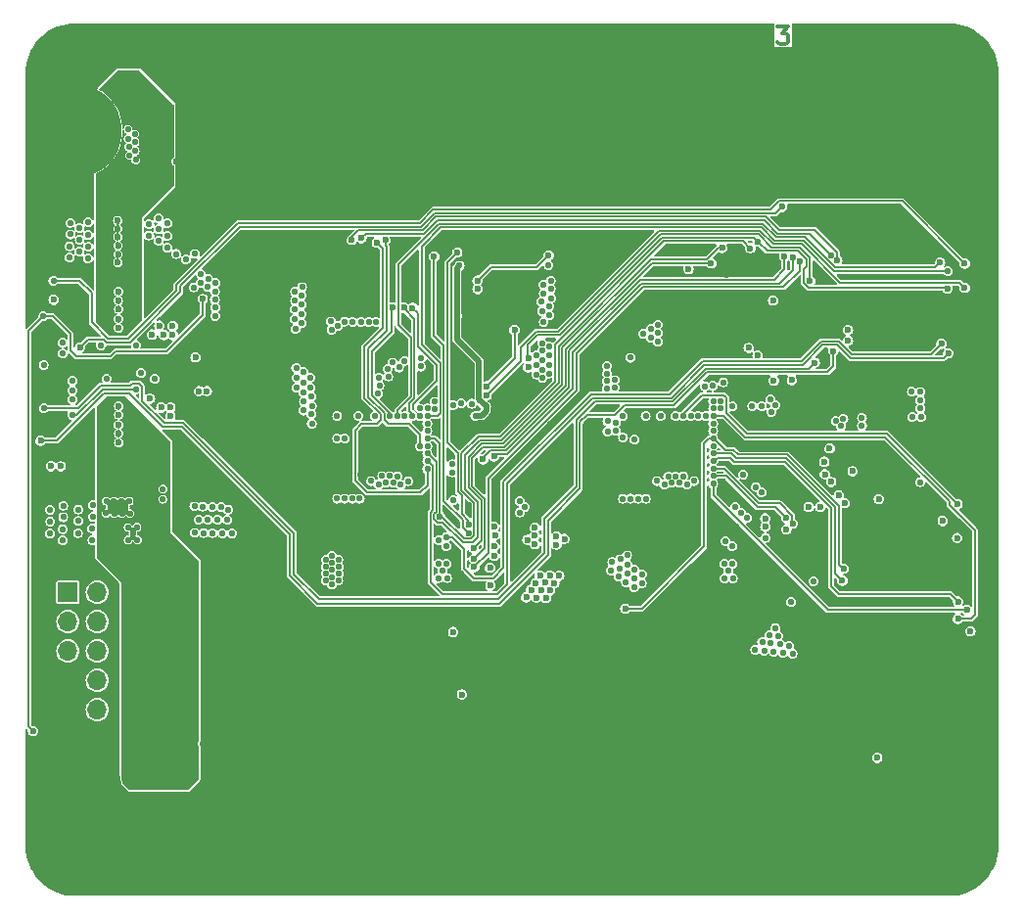
<source format=gbr>
%TF.GenerationSoftware,KiCad,Pcbnew,8.0.6*%
%TF.CreationDate,2024-12-12T06:35:09+00:00*%
%TF.ProjectId,AWR2243RadarBoard,41575232-3234-4335-9261-646172426f61,rev?*%
%TF.SameCoordinates,Original*%
%TF.FileFunction,Copper,L3,Inr*%
%TF.FilePolarity,Positive*%
%FSLAX46Y46*%
G04 Gerber Fmt 4.6, Leading zero omitted, Abs format (unit mm)*
G04 Created by KiCad (PCBNEW 8.0.6) date 2024-12-12 06:35:09*
%MOMM*%
%LPD*%
G01*
G04 APERTURE LIST*
%ADD10C,0.300000*%
%TA.AperFunction,NonConductor*%
%ADD11C,0.300000*%
%TD*%
%TA.AperFunction,ComponentPad*%
%ADD12C,0.900000*%
%TD*%
%TA.AperFunction,ComponentPad*%
%ADD13C,8.000000*%
%TD*%
%TA.AperFunction,ComponentPad*%
%ADD14R,1.700000X1.700000*%
%TD*%
%TA.AperFunction,ComponentPad*%
%ADD15O,1.700000X1.700000*%
%TD*%
%TA.AperFunction,ViaPad*%
%ADD16C,0.600000*%
%TD*%
%TA.AperFunction,ViaPad*%
%ADD17C,0.550000*%
%TD*%
%TA.AperFunction,Conductor*%
%ADD18C,0.200000*%
%TD*%
%TA.AperFunction,Conductor*%
%ADD19C,0.500000*%
%TD*%
%TA.AperFunction,Conductor*%
%ADD20C,0.100000*%
%TD*%
G04 APERTURE END LIST*
D10*
D11*
X100751653Y-30985828D02*
X101680225Y-30985828D01*
X101680225Y-30985828D02*
X101180225Y-31557257D01*
X101180225Y-31557257D02*
X101394510Y-31557257D01*
X101394510Y-31557257D02*
X101537368Y-31628685D01*
X101537368Y-31628685D02*
X101608796Y-31700114D01*
X101608796Y-31700114D02*
X101680225Y-31842971D01*
X101680225Y-31842971D02*
X101680225Y-32200114D01*
X101680225Y-32200114D02*
X101608796Y-32342971D01*
X101608796Y-32342971D02*
X101537368Y-32414400D01*
X101537368Y-32414400D02*
X101394510Y-32485828D01*
X101394510Y-32485828D02*
X100965939Y-32485828D01*
X100965939Y-32485828D02*
X100823082Y-32414400D01*
X100823082Y-32414400D02*
X100751653Y-32342971D01*
D12*
%TO.N,GND*%
%TO.C,H4*%
X37000000Y-40000000D03*
X37878680Y-37878680D03*
X37878680Y-42121320D03*
X40000000Y-37000000D03*
D13*
X40000000Y-40000000D03*
D12*
X40000000Y-43000000D03*
X42121320Y-37878680D03*
X42121320Y-42121320D03*
X43000000Y-40000000D03*
%TD*%
%TO.N,GND*%
%TO.C,H1*%
X112552300Y-96896000D03*
X113430980Y-94774680D03*
X113430980Y-99017320D03*
X115552300Y-93896000D03*
D13*
X115552300Y-96896000D03*
D12*
X115552300Y-99896000D03*
X117673620Y-94774680D03*
X117673620Y-99017320D03*
X118552300Y-96896000D03*
%TD*%
D14*
%TO.N,Net-(J5-Pin_1)*%
%TO.C,J5*%
X39355000Y-79920000D03*
D15*
%TO.N,Net-(J5-Pin_2)*%
X41895000Y-79920000D03*
%TO.N,Net-(J5-Pin_3)*%
X39355000Y-82460000D03*
%TO.N,Net-(J5-Pin_4)*%
X41895000Y-82460000D03*
%TO.N,Net-(J5-Pin_5)*%
X39355000Y-85000000D03*
%TO.N,Net-(J5-Pin_6)*%
X41895000Y-85000000D03*
%TO.N,GND*%
X39355000Y-87540000D03*
%TO.N,Net-(J5-Pin_10)*%
X41895000Y-87540000D03*
%TO.N,GND*%
X39355000Y-90080000D03*
%TO.N,Net-(J5-Pin_10)*%
X41895000Y-90080000D03*
%TD*%
D12*
%TO.N,GND*%
%TO.C,H3*%
X112552300Y-40000000D03*
X113430980Y-37878680D03*
X113430980Y-42121320D03*
X115552300Y-37000000D03*
D13*
X115552300Y-40000000D03*
D12*
X115552300Y-43000000D03*
X117673620Y-37878680D03*
X117673620Y-42121320D03*
X118552300Y-40000000D03*
%TD*%
%TO.N,GND*%
%TO.C,H2*%
X37000000Y-96896000D03*
X37878680Y-94774680D03*
X37878680Y-99017320D03*
X40000000Y-93896000D03*
D13*
X40000000Y-96896000D03*
D12*
X40000000Y-99896000D03*
X42121320Y-94774680D03*
X42121320Y-99017320D03*
X43000000Y-96896000D03*
%TD*%
D16*
%TO.N,GND*%
X119080536Y-101905464D03*
X119013723Y-100632478D03*
X119172863Y-92984550D03*
X119003776Y-91778568D03*
X119259770Y-90374856D03*
X119049541Y-89008662D03*
X119272109Y-48812933D03*
X119047339Y-47448288D03*
X119040054Y-46023423D03*
X119097641Y-44706887D03*
X119061790Y-43486672D03*
X118986478Y-35590232D03*
X119249593Y-34530882D03*
X117725860Y-104780321D03*
X117690182Y-103437686D03*
X117698294Y-102173409D03*
X117798784Y-86429393D03*
X117809279Y-85242938D03*
X117688970Y-35814158D03*
X117702794Y-34366565D03*
X117920459Y-33287525D03*
X116488041Y-104781345D03*
X116574373Y-103241502D03*
X116569802Y-101925308D03*
X116648962Y-87708533D03*
X116672763Y-86310421D03*
X116388306Y-34563475D03*
X116535692Y-33104915D03*
X116563089Y-31900548D03*
X115111139Y-104625151D03*
X115290151Y-103278882D03*
X115192797Y-102098847D03*
X115122084Y-87793920D03*
X115132499Y-44817332D03*
X115135442Y-34465111D03*
X115146004Y-33272529D03*
X115170834Y-31738277D03*
X113811113Y-104525398D03*
X114043478Y-103265131D03*
X114021073Y-101902803D03*
X114055548Y-34495150D03*
X114014208Y-33067469D03*
X113805570Y-31822675D03*
X112566583Y-104761086D03*
X112520616Y-103386354D03*
X112608586Y-102145898D03*
X112636969Y-100672719D03*
X112698929Y-92819384D03*
X112685692Y-91728052D03*
X112561695Y-90413949D03*
X112712092Y-35827338D03*
X112570386Y-34571970D03*
X112509692Y-33177556D03*
X112750557Y-31918830D03*
X111324740Y-104657232D03*
X111330467Y-103335242D03*
X111257966Y-102049153D03*
X111334068Y-100681882D03*
X111183904Y-99317312D03*
X111178363Y-94138975D03*
X111397332Y-92863815D03*
X111306435Y-91737264D03*
X111459838Y-61718377D03*
X111395813Y-60330617D03*
X111186543Y-37009536D03*
X111215135Y-35636679D03*
X111413609Y-34364831D03*
X111340499Y-33164040D03*
X111273568Y-31882224D03*
X110087693Y-104582080D03*
X109918772Y-103472373D03*
X109913560Y-101932913D03*
X110146605Y-100739754D03*
X110151652Y-99455324D03*
X110013664Y-98106898D03*
X110096786Y-96755311D03*
X110150157Y-61787112D03*
X109972016Y-38255614D03*
X109971592Y-37176023D03*
X109969331Y-35601363D03*
X110052715Y-34581295D03*
X109910280Y-33095230D03*
X110048828Y-31868643D03*
X108807461Y-104569052D03*
X108688647Y-103281350D03*
X108741668Y-101917712D03*
X108669302Y-100614662D03*
X108792334Y-99325007D03*
X108758027Y-98120377D03*
X108656188Y-96989620D03*
X108750689Y-36909842D03*
X108739605Y-35679794D03*
X108871148Y-34312263D03*
X108810516Y-33216093D03*
X108776695Y-31849511D03*
X107550330Y-104620078D03*
X107330147Y-103443655D03*
X107339168Y-102012513D03*
X107340859Y-100610676D03*
X107565897Y-99500157D03*
X107321838Y-97995469D03*
X107345756Y-96963045D03*
X107527473Y-37007611D03*
X107379952Y-35790898D03*
X107561789Y-34435310D03*
X107284711Y-33118750D03*
X107421988Y-31937588D03*
X106019372Y-104510168D03*
X106137420Y-103478799D03*
X106197585Y-101891126D03*
X105975174Y-100849012D03*
X106019016Y-99584706D03*
X106134327Y-98178074D03*
X106207873Y-96698374D03*
X106126282Y-35599346D03*
X106246450Y-34484525D03*
X106104114Y-33102496D03*
X106193090Y-31756099D03*
X104717275Y-104581854D03*
X104737338Y-103196489D03*
X104896956Y-102070803D03*
X104739358Y-100869671D03*
X104922728Y-99539175D03*
X104810829Y-98184683D03*
X104784644Y-34469136D03*
X104704617Y-33255135D03*
X104898447Y-31723145D03*
X103624730Y-104522164D03*
X103645245Y-103242704D03*
X103382878Y-102037056D03*
X103478569Y-100825997D03*
X103426562Y-99474049D03*
X103466480Y-33050651D03*
X103674895Y-31866960D03*
X102225524Y-31826777D03*
X52854088Y-104561960D03*
X51557250Y-104592349D03*
X50259158Y-104789794D03*
X48938859Y-104724684D03*
X47491158Y-104733816D03*
X46221026Y-104609004D03*
X44884008Y-104663824D03*
X44933846Y-103488347D03*
X43631163Y-104675304D03*
X43830339Y-103306518D03*
X43789557Y-102040111D03*
X42499519Y-104596578D03*
X42545531Y-103458214D03*
X42433180Y-102132671D03*
X42558565Y-31869227D03*
X40990923Y-104725052D03*
X41062133Y-103290818D03*
X41088090Y-101962776D03*
X41112783Y-34534140D03*
X41125598Y-33039611D03*
X40987823Y-31912743D03*
X39713586Y-104737437D03*
X39699040Y-103363831D03*
X39711712Y-101895639D03*
X39710366Y-34495798D03*
X39748226Y-33030063D03*
X39844237Y-31730242D03*
X38480583Y-104776660D03*
X38505690Y-103249623D03*
X38412452Y-102104621D03*
X38558406Y-34336215D03*
X38635410Y-33002694D03*
X38662416Y-31848737D03*
X37180504Y-103337154D03*
X37313579Y-102029534D03*
X37227673Y-100806505D03*
X37252197Y-35727017D03*
X37255889Y-34485684D03*
X37172595Y-33257179D03*
D17*
X60495000Y-73732500D03*
X86120000Y-83540000D03*
X92570000Y-68570000D03*
X54940000Y-74935000D03*
X114990000Y-46240000D03*
X67200001Y-68575001D03*
X118585000Y-61455000D03*
X103650000Y-94925000D03*
X91930000Y-67280000D03*
X54385000Y-86505000D03*
X93220000Y-66610000D03*
X73705000Y-62790000D03*
X96820000Y-74850000D03*
X52930000Y-86535000D03*
D16*
X58985000Y-65835000D03*
D17*
X96790000Y-62990000D03*
D16*
X38100000Y-50740000D03*
D17*
X78005000Y-43735000D03*
X43030000Y-72560000D03*
D16*
X43695000Y-49925000D03*
D17*
X89315000Y-55960000D03*
X91260000Y-66630000D03*
X93715000Y-50635000D03*
X118030000Y-69215000D03*
X118570000Y-80765000D03*
X87160000Y-58820000D03*
X77205000Y-63905000D03*
X116300000Y-46640000D03*
X104120000Y-95400000D03*
X50995000Y-93000000D03*
X118480000Y-54375000D03*
X111580000Y-57140000D03*
D16*
X60920000Y-52530000D03*
D17*
X44995000Y-74870000D03*
X86615000Y-83060000D03*
X107130000Y-41870000D03*
D16*
X64510000Y-51525000D03*
D17*
X52350000Y-60270000D03*
X117960000Y-88585000D03*
X103295000Y-80385000D03*
X81675000Y-80475000D03*
X94410000Y-50650000D03*
D16*
X43730000Y-54680000D03*
D17*
X52310000Y-66455000D03*
X73885000Y-44370000D03*
X54495000Y-74440000D03*
X85840000Y-63975000D03*
X69150000Y-67930000D03*
X111510000Y-51150000D03*
X90620000Y-66000000D03*
D16*
X43680000Y-51385000D03*
D17*
X96275000Y-52445000D03*
X78365000Y-44385000D03*
D16*
X38105000Y-52145000D03*
D17*
X66550000Y-67925000D03*
X72345000Y-44415000D03*
X100035000Y-71425000D03*
X44725000Y-73115000D03*
D16*
X43750000Y-66960000D03*
D17*
X98030000Y-62790000D03*
X102110000Y-96390000D03*
X50915000Y-63970000D03*
X90745000Y-55695000D03*
X75280000Y-69785000D03*
X87350000Y-43300000D03*
X94040000Y-44540000D03*
X90300000Y-91050000D03*
X92560000Y-69220000D03*
D16*
X60135000Y-66730000D03*
D17*
X108485000Y-41875000D03*
X73950000Y-85505000D03*
X58915000Y-65120000D03*
X44000000Y-72050000D03*
X66560000Y-69220000D03*
X111515000Y-55650000D03*
X100035000Y-70760000D03*
X78770000Y-43745000D03*
X67850002Y-69225000D03*
X72530000Y-73495000D03*
X67850002Y-68575001D03*
X116295000Y-83770000D03*
X95060000Y-43945000D03*
X81180000Y-70310000D03*
X52305000Y-57520000D03*
X111485000Y-52645000D03*
D16*
X65340000Y-51525000D03*
D17*
X89950000Y-69230000D03*
X75345000Y-81700000D03*
X52305000Y-64840000D03*
X75415000Y-44340000D03*
D16*
X49465000Y-48625000D03*
D17*
X118565000Y-59140000D03*
D16*
X59350000Y-66465000D03*
D17*
X91930000Y-65970000D03*
D16*
X48895000Y-48100000D03*
X43740000Y-65440000D03*
D17*
X117015000Y-46365000D03*
X68500001Y-67274999D03*
X86140000Y-76065000D03*
X61470000Y-63800000D03*
X117970000Y-91190000D03*
X73115000Y-61555000D03*
X86510000Y-63980000D03*
X77190000Y-63250000D03*
X105565000Y-64335000D03*
X106770000Y-42490000D03*
D16*
X63745000Y-51520000D03*
X43750000Y-55430000D03*
D17*
X54465000Y-73465000D03*
X67200001Y-67274999D03*
X53310000Y-85960000D03*
X43385000Y-73125000D03*
X52320000Y-62145000D03*
X118615000Y-79285000D03*
X53390000Y-87075000D03*
X117005000Y-48105000D03*
X98420000Y-77170000D03*
X72135000Y-72955000D03*
X103575000Y-95880000D03*
X89085000Y-59485000D03*
X108820000Y-70415000D03*
X65250000Y-65974999D03*
X85175000Y-77020000D03*
X54960000Y-73945000D03*
X117420000Y-69535000D03*
X76035000Y-64670000D03*
X59510000Y-50820000D03*
X65250018Y-64669841D03*
X68500001Y-66625000D03*
X50290000Y-67800000D03*
X118010000Y-69890000D03*
X51680000Y-93015000D03*
X98960000Y-62790000D03*
X66550000Y-68575001D03*
X65250000Y-66625000D03*
D16*
X43730002Y-60460000D03*
D17*
X115785000Y-84310000D03*
X51465000Y-57480000D03*
X118585000Y-82215000D03*
X61795000Y-73450000D03*
D16*
X73350000Y-78300000D03*
D17*
X118585000Y-75240000D03*
X79095000Y-43135000D03*
D16*
X73100000Y-79070000D03*
D17*
X88820000Y-43300000D03*
X60865000Y-73190000D03*
X76810000Y-43110000D03*
X93695000Y-43965000D03*
X43345000Y-72045000D03*
X81105000Y-65330000D03*
X93880000Y-66620000D03*
X89770000Y-59480000D03*
X50615000Y-68960000D03*
X45370000Y-75400000D03*
X89475000Y-74390000D03*
X87575000Y-82110000D03*
X118575000Y-59890000D03*
X49640000Y-67935000D03*
X118585000Y-58440000D03*
X117970000Y-89885000D03*
X61480000Y-64480000D03*
X93880000Y-67920000D03*
X59330000Y-73160000D03*
X88080000Y-43310000D03*
D16*
X60900000Y-66800000D03*
D17*
X42695000Y-72040000D03*
X111515000Y-49645000D03*
D16*
X43750000Y-63820000D03*
D17*
X117960000Y-89245000D03*
X102645000Y-95855000D03*
X106460000Y-41855000D03*
D16*
X38100000Y-71500000D03*
D17*
X92590000Y-66610000D03*
X115625000Y-46855000D03*
D16*
X43120000Y-60910000D03*
D17*
X88485000Y-43960000D03*
D16*
X43740000Y-56290000D03*
D17*
X74015000Y-72410000D03*
X98410000Y-76475000D03*
X87180000Y-59475000D03*
X89820000Y-53995000D03*
X52535000Y-85930000D03*
X75815000Y-85515000D03*
X97750000Y-77785000D03*
D16*
X38115000Y-50030000D03*
D17*
X62875000Y-92830000D03*
X108135000Y-42505000D03*
X69530000Y-46990000D03*
X89280000Y-54525000D03*
X43695000Y-72570000D03*
X91270000Y-67930000D03*
X54700000Y-87085000D03*
X76870000Y-44345000D03*
X87685000Y-43945000D03*
X54050000Y-87070000D03*
X97735000Y-76300000D03*
X52345000Y-59310000D03*
X91280000Y-68570000D03*
D16*
X62955000Y-51520000D03*
D17*
X44565000Y-74310000D03*
X103100000Y-96375000D03*
X118035000Y-70545000D03*
X118585000Y-73790000D03*
X116370000Y-45700000D03*
X114640000Y-84565000D03*
X67850002Y-66625000D03*
X117080000Y-45360000D03*
X93240000Y-67280000D03*
X104120000Y-94475000D03*
X116980000Y-47265000D03*
X102030000Y-64520000D03*
X88024998Y-64675000D03*
X101380000Y-64700000D03*
X81645000Y-70850000D03*
X97585000Y-74840000D03*
X117420000Y-70935000D03*
X55430000Y-74440000D03*
X66330000Y-43900000D03*
D16*
X43740000Y-53910000D03*
D17*
X44345000Y-72575000D03*
X74795000Y-69300000D03*
X115660000Y-46000000D03*
X81935000Y-70270000D03*
X67850002Y-67925000D03*
X102585000Y-96900000D03*
X117420000Y-68865000D03*
X76030000Y-43110000D03*
D16*
X43760000Y-66190000D03*
D17*
X89950000Y-66620000D03*
X65250000Y-67925000D03*
X114975000Y-83425000D03*
X73715000Y-60945000D03*
X93220000Y-68570000D03*
X96425000Y-74300000D03*
X45340000Y-74300000D03*
X90610000Y-67280000D03*
X99160000Y-70000000D03*
X69150000Y-69220000D03*
X94385000Y-43960000D03*
X59035000Y-51280000D03*
X58600000Y-73155000D03*
X58930000Y-73730000D03*
D16*
X43680000Y-49185000D03*
D17*
X86940000Y-43920000D03*
X87105000Y-82580000D03*
X86800000Y-58250000D03*
X105565000Y-63680000D03*
X63300001Y-64660000D03*
D16*
X62200000Y-51515000D03*
D17*
X115175000Y-84055000D03*
D16*
X43184457Y-60117708D03*
X51805000Y-42625000D03*
D17*
X77215000Y-43720000D03*
X114505000Y-83930000D03*
X65900001Y-65974999D03*
X90305000Y-91765000D03*
X111510000Y-54130000D03*
X99520000Y-69450000D03*
X83525000Y-75250000D03*
X88715000Y-54985000D03*
X60095000Y-73175000D03*
X67825000Y-43940000D03*
X118555000Y-60700000D03*
D16*
X43700000Y-50675000D03*
D17*
X65900001Y-67274999D03*
D16*
X49445000Y-42630000D03*
D17*
X92570000Y-67920000D03*
D16*
X73145000Y-76475000D03*
X73860000Y-79080000D03*
D17*
X52310000Y-58360000D03*
X68500001Y-65974999D03*
X77200000Y-64560000D03*
X67200001Y-65974999D03*
D16*
X38120000Y-51420000D03*
D17*
X94100000Y-50020000D03*
X93230000Y-65960000D03*
X107810000Y-41860000D03*
X44045000Y-73105000D03*
D16*
X38755000Y-71500000D03*
D17*
X94780000Y-50030000D03*
X69720000Y-70380000D03*
D16*
X73145000Y-77260000D03*
X43690000Y-48465000D03*
D17*
X74010000Y-73050000D03*
X118035000Y-68525000D03*
D16*
X43750000Y-64580000D03*
D17*
X77815000Y-64240000D03*
X42660000Y-73090000D03*
X93220000Y-67920000D03*
X97185000Y-74270000D03*
X91920000Y-68570000D03*
D16*
X50265000Y-42630000D03*
D17*
X96990000Y-61780000D03*
X52355000Y-63045000D03*
X116320000Y-47520000D03*
X118480000Y-52880000D03*
X69150002Y-66625000D03*
X118040000Y-71210000D03*
D16*
X52515000Y-42640000D03*
D17*
X79005000Y-54215000D03*
X77610000Y-43125000D03*
X93880000Y-68590000D03*
D16*
X48720000Y-42640000D03*
X43730000Y-61350000D03*
D17*
X68500001Y-67925000D03*
X99810000Y-70020000D03*
X107430000Y-42510000D03*
X44575000Y-75400000D03*
X59680000Y-73745000D03*
X118465000Y-51420000D03*
X97285000Y-84035000D03*
X118595000Y-72295000D03*
X117430000Y-70255000D03*
D16*
X37480000Y-71865000D03*
D17*
X70870000Y-44415000D03*
X50140000Y-68440000D03*
X86010000Y-66980000D03*
X77600000Y-44365000D03*
X73020000Y-73975000D03*
X52345000Y-61220000D03*
X98380000Y-75765000D03*
X109745000Y-70405000D03*
X115515000Y-82960000D03*
X50770000Y-68340000D03*
X93880000Y-69220000D03*
X81125000Y-69640000D03*
X97745000Y-75570000D03*
X89470000Y-73575000D03*
X89970000Y-67940000D03*
D16*
X51040000Y-42630000D03*
D17*
X64670000Y-69790000D03*
X111505000Y-48120000D03*
X116160000Y-83100000D03*
X117970000Y-90540000D03*
X68500001Y-68575001D03*
D16*
X61505000Y-51940000D03*
D17*
X79690000Y-54215000D03*
X85665000Y-76515000D03*
D16*
X43740000Y-57050000D03*
D17*
X68915000Y-46980000D03*
X94770000Y-44560000D03*
D16*
X47760000Y-46955000D03*
D17*
X74290000Y-62770000D03*
X97760000Y-83570000D03*
D16*
X43750000Y-59610000D03*
D17*
X44660000Y-72045000D03*
X90005000Y-55960000D03*
X52330000Y-63980000D03*
X71220000Y-87250000D03*
X66550000Y-66625000D03*
X103155000Y-95365000D03*
X65250000Y-69225000D03*
X97745000Y-77045000D03*
X52315000Y-65670000D03*
X91280000Y-69230000D03*
X76435000Y-43720000D03*
X86620000Y-43290000D03*
X78385000Y-43110000D03*
X115665000Y-83600000D03*
X53695000Y-86510000D03*
D16*
X43670000Y-47765000D03*
D17*
X104620000Y-94925000D03*
X88500000Y-73955000D03*
X115270000Y-84790000D03*
X89990000Y-65970000D03*
D16*
%TO.N,+5V*%
X44710000Y-54240000D03*
X44670000Y-65840000D03*
D17*
X101215000Y-85185000D03*
X46130000Y-95950000D03*
X48240000Y-75990000D03*
D16*
X42830000Y-65040000D03*
D17*
X48780000Y-96370000D03*
D16*
X42820000Y-55030000D03*
D17*
X98805000Y-84900000D03*
X46970000Y-94390000D03*
X100955000Y-84420000D03*
X100395000Y-85070000D03*
X43810000Y-36620000D03*
X100575000Y-83010000D03*
X47900000Y-94860000D03*
X46120000Y-94950000D03*
D16*
X42780000Y-53500000D03*
D17*
X47890000Y-94000000D03*
D16*
X42780000Y-54280000D03*
X42960000Y-56530000D03*
D17*
X47450000Y-75180000D03*
X101735000Y-84565000D03*
D16*
X47660000Y-57670000D03*
X44670000Y-55050000D03*
D17*
X48780000Y-95430000D03*
X43810000Y-35830000D03*
D16*
X44660000Y-55830000D03*
D17*
X46990000Y-95310000D03*
D16*
X44760000Y-53470000D03*
D17*
X100805000Y-83705000D03*
D16*
X44610000Y-65080000D03*
D17*
X49830000Y-77580000D03*
D16*
X48430000Y-56890000D03*
D17*
X44450000Y-38580000D03*
X45080000Y-37410000D03*
X45080000Y-38920000D03*
X44470000Y-37790000D03*
X45250000Y-95430000D03*
X46110000Y-94010000D03*
X45080000Y-35890000D03*
D16*
X44750000Y-68150000D03*
D17*
X100160000Y-84355000D03*
D16*
X44760000Y-68880000D03*
D17*
X45250000Y-96410000D03*
D16*
X42880000Y-55790000D03*
D17*
X44470000Y-35470000D03*
X49030000Y-76780000D03*
D16*
X44710000Y-67370000D03*
X47440000Y-63940000D03*
X42750000Y-68120000D03*
D17*
X46550000Y-74310000D03*
D16*
X44530000Y-64340000D03*
X44710000Y-66590000D03*
D17*
X48770000Y-94510000D03*
X47910000Y-95900000D03*
D16*
X42820000Y-65820000D03*
D17*
X47000000Y-96380000D03*
X45080000Y-38210000D03*
X45080000Y-36600000D03*
X44450000Y-36260000D03*
X99580000Y-84995000D03*
D16*
X48430000Y-57650000D03*
X44490000Y-56560000D03*
X42790000Y-66600000D03*
X42800000Y-67370000D03*
X43000000Y-64310000D03*
X48230000Y-63940000D03*
D17*
X43810000Y-37390000D03*
X100030000Y-83635000D03*
X99405000Y-84215000D03*
D16*
X42710000Y-68860000D03*
D17*
X45240000Y-94510000D03*
X44460000Y-37030000D03*
X102040000Y-85240000D03*
D16*
X48230000Y-64690000D03*
D17*
%TO.N,+1V8*%
X79880000Y-59430000D03*
X52100000Y-53170000D03*
X39520000Y-49990000D03*
X41110000Y-49010000D03*
X50880000Y-52420000D03*
X50270000Y-53540000D03*
X51480000Y-53530000D03*
X81030000Y-58660000D03*
X79895033Y-61080439D03*
X40360000Y-50470000D03*
X41130000Y-50010000D03*
X40370000Y-48430000D03*
X51490000Y-52790000D03*
X39560000Y-48960000D03*
X52080000Y-54600000D03*
X80400000Y-60650000D03*
X41120000Y-47910000D03*
X81020000Y-59460000D03*
X52090000Y-55300000D03*
X52090000Y-56010000D03*
X80400000Y-61360000D03*
X80400000Y-59850000D03*
X50870000Y-53160000D03*
X81020000Y-60990000D03*
X81020000Y-60230000D03*
X79880000Y-60230000D03*
X41100000Y-51050000D03*
X40390000Y-49430000D03*
X52080000Y-53910000D03*
X39560000Y-47960000D03*
X80410000Y-59010000D03*
X80400000Y-58395000D03*
X39530000Y-50980000D03*
%TO.N,+1V2*%
X59590000Y-55020000D03*
X46400000Y-48060000D03*
X80316246Y-54786710D03*
X48730000Y-50660000D03*
X81020000Y-55170000D03*
X47230000Y-49530000D03*
X81020000Y-55950000D03*
X81140000Y-54470000D03*
X81120000Y-52960000D03*
X59010000Y-54690000D03*
X80460000Y-53310000D03*
X81120000Y-53670000D03*
X80363363Y-55591835D03*
X47960000Y-48010000D03*
X59040000Y-57140000D03*
X58990000Y-56300000D03*
X59590000Y-55850000D03*
X80519999Y-54093964D03*
X47950000Y-49110000D03*
X47200000Y-47570000D03*
X59590000Y-54250000D03*
X50350000Y-50650000D03*
X46400000Y-49060000D03*
X59000000Y-55440000D03*
X49570000Y-51140000D03*
X47210000Y-48530000D03*
X59620000Y-53530000D03*
X80510000Y-56520000D03*
X47970000Y-50110000D03*
X59590000Y-56660000D03*
X59010000Y-53910000D03*
%TO.N,+1V0_Radar0*%
X62230000Y-77410000D03*
X62760000Y-77710000D03*
X50320000Y-74780000D03*
X62755000Y-78905000D03*
X52630000Y-72530000D03*
X47580000Y-71000000D03*
X51850000Y-72520000D03*
X62750000Y-77100000D03*
X52320000Y-73650000D03*
X50660000Y-73620000D03*
X62195000Y-79255000D03*
X51120000Y-74790000D03*
X51050000Y-72510000D03*
X51900000Y-74800000D03*
X47580000Y-71870000D03*
X52720000Y-74810000D03*
X53560000Y-74810000D03*
X62225000Y-78005000D03*
X62210000Y-78625000D03*
X61695000Y-78310000D03*
X61690000Y-77720000D03*
X62210000Y-76790000D03*
X53150000Y-73650000D03*
X51480000Y-73650000D03*
X61685000Y-78915000D03*
X53195215Y-72764785D03*
X61680000Y-77110000D03*
X62765000Y-78300000D03*
X50300000Y-72490000D03*
%TO.N,+1V0_Radar1*%
X87730000Y-76730000D03*
X38960000Y-73430000D03*
X40240000Y-72760000D03*
D16*
X79430000Y-79700000D03*
D17*
X40230000Y-74800000D03*
X88370000Y-78730000D03*
D16*
X50400000Y-59600000D03*
D17*
X88350000Y-77970000D03*
X88320000Y-79500000D03*
X38930000Y-75450000D03*
D16*
X80685000Y-79105000D03*
D17*
X87000000Y-78570000D03*
X37840000Y-73790000D03*
X41510000Y-73380000D03*
X38920000Y-74460000D03*
X37820000Y-72790000D03*
D16*
X80700000Y-80425000D03*
D17*
X87630000Y-79060000D03*
D16*
X81070000Y-79780000D03*
D17*
X87090000Y-77850000D03*
X87730000Y-78330000D03*
X40260000Y-73760000D03*
X38960000Y-72430000D03*
D16*
X80190000Y-78480000D03*
D17*
X41510000Y-72380000D03*
D16*
X79880000Y-80380000D03*
D17*
X86340000Y-78020000D03*
D16*
X79825000Y-79110000D03*
X81060000Y-78460000D03*
D17*
X89010000Y-78360000D03*
D16*
X81855000Y-78500000D03*
D17*
X41470000Y-74410000D03*
D16*
X81430000Y-79135000D03*
D17*
X89000000Y-79140000D03*
D16*
X80270000Y-79765000D03*
D17*
X41480000Y-75400000D03*
D16*
X79000000Y-80365000D03*
D17*
X87750000Y-77510000D03*
X86450000Y-77310000D03*
X37810000Y-74830000D03*
X87130000Y-77070000D03*
%TO.N,+1V2_Radar0*%
X63300000Y-56510000D03*
X65900000Y-64675000D03*
X71105000Y-63435000D03*
X62160000Y-57250000D03*
X71105000Y-64060000D03*
X70450001Y-65975000D03*
X64700000Y-56540000D03*
X62740000Y-56880000D03*
X72675000Y-63745000D03*
X74290000Y-63620000D03*
X63990000Y-56520000D03*
X72605000Y-68855000D03*
X66010000Y-56560000D03*
X73400000Y-63590000D03*
X65370000Y-56550000D03*
X72590000Y-69545000D03*
X62130000Y-56490000D03*
%TO.N,+1V2_Radar1*%
X95830000Y-64030000D03*
X95830000Y-63370000D03*
X90380000Y-56770000D03*
X89770000Y-57910000D03*
X97760000Y-69730000D03*
X90625001Y-64675000D03*
X96840000Y-63850000D03*
X99370000Y-63810000D03*
X90390000Y-57490000D03*
X90380000Y-58270000D03*
X89100000Y-57540000D03*
X99350000Y-71290000D03*
X95175000Y-65975000D03*
X98870000Y-70810000D03*
X89770000Y-57140000D03*
X96030000Y-61760000D03*
X98550000Y-63800000D03*
%TO.N,+1V8_Radar1*%
X86740000Y-65950000D03*
X86000000Y-61650000D03*
X89330000Y-64680000D03*
X97565000Y-73045000D03*
X93535000Y-70300940D03*
X85995000Y-60335000D03*
X86645000Y-62230000D03*
X85995000Y-62295000D03*
X86030000Y-65130000D03*
X90315001Y-70300937D03*
X98110000Y-73495000D03*
X86650000Y-61575000D03*
X86760000Y-65260000D03*
X85995000Y-60990000D03*
X93225003Y-64675000D03*
X97075000Y-72550000D03*
X86030000Y-66020000D03*
%TO.N,+1V8_Radar0*%
X59740000Y-64200000D03*
X64499892Y-64658576D03*
X59780000Y-63430000D03*
X60360000Y-62240000D03*
X60430000Y-62990000D03*
X60460000Y-63820000D03*
X59740000Y-62670000D03*
X59130000Y-61340000D03*
X59150000Y-62240000D03*
X59110000Y-60500000D03*
X59720000Y-61800000D03*
X60460000Y-65350000D03*
X72700000Y-71975000D03*
X60310000Y-61340000D03*
X59720000Y-60880000D03*
X60430000Y-64520000D03*
X68820000Y-70310000D03*
X65590002Y-70300939D03*
X68500000Y-64675000D03*
%TO.N,+1V0_Radar0_RF1*%
X67850000Y-69880000D03*
X72130000Y-77460000D03*
X67200000Y-69870000D03*
X68160000Y-70630000D03*
X71450000Y-78690000D03*
X71785000Y-78070002D03*
X71450000Y-75430000D03*
X71440000Y-77460000D03*
X66860000Y-70420000D03*
X72090000Y-75950000D03*
X66550000Y-69870000D03*
X67520000Y-70440000D03*
X66240000Y-70610000D03*
X72150000Y-78690000D03*
%TO.N,+1V0_Radar0_RF2*%
X62650000Y-71825000D03*
X64600003Y-71825000D03*
X63949998Y-71825000D03*
X63300001Y-71824998D03*
D16*
%TO.N,+1V0_Radar1_RF2*%
X79110000Y-75385000D03*
X81615000Y-75810000D03*
X79750000Y-75750000D03*
X81610000Y-75090000D03*
D17*
X89330000Y-71830000D03*
X88670000Y-71830000D03*
D16*
X79740000Y-75030000D03*
X79755000Y-74340000D03*
D17*
X87380000Y-71830000D03*
X88020000Y-71830000D03*
D16*
X82310000Y-75305000D03*
D17*
%TO.N,+1V0_Radar1_RF1*%
X92890000Y-70600000D03*
X96170000Y-78700000D03*
X96810000Y-75960000D03*
X96505000Y-78080002D03*
X91925000Y-69890000D03*
X92572283Y-69880000D03*
X96850000Y-77470000D03*
X91279161Y-69890000D03*
X92240000Y-70450000D03*
X96160000Y-77470000D03*
X90960000Y-70620000D03*
X96240000Y-75480000D03*
X91600000Y-70450000D03*
X96870000Y-78700000D03*
%TO.N,+3V3_Radar0*%
X80935000Y-51610000D03*
X73005000Y-56000000D03*
X73240000Y-51670000D03*
X75530000Y-63860000D03*
X74600000Y-64650000D03*
%TO.N,+3V3_Radar1*%
X100195000Y-64315000D03*
X100120000Y-63205000D03*
X113070000Y-70395000D03*
X100520000Y-63725000D03*
X103825000Y-78960000D03*
X99680000Y-75220000D03*
X101910000Y-80780000D03*
%TO.N,+3V3*%
X106220000Y-65560000D03*
X113085000Y-62590000D03*
X78430000Y-73020000D03*
X106430000Y-64945000D03*
X108035000Y-64850000D03*
X44565000Y-39870000D03*
D16*
X51380000Y-62520000D03*
D17*
X44685000Y-42110000D03*
X37268438Y-60249998D03*
X112350000Y-62570000D03*
X78425000Y-72050000D03*
X105765000Y-65085000D03*
X44575000Y-40690000D03*
X113100000Y-63330000D03*
D16*
X37910000Y-69010000D03*
D17*
X113100000Y-64000000D03*
X45190000Y-41735000D03*
X108040000Y-65510000D03*
D16*
X50690000Y-62520000D03*
D17*
X45220000Y-42525000D03*
X78890000Y-72520000D03*
X44625000Y-41390000D03*
X112385000Y-64765000D03*
X45150000Y-40270000D03*
D16*
X38749536Y-69023031D03*
D17*
X45175000Y-40955000D03*
X113135000Y-64750000D03*
%TO.N,/AWR2243Radar0/MASTOSC_CLKOUT*%
X88030000Y-59630000D03*
D16*
X79170000Y-60470000D03*
D17*
%TO.N,Net-(IC1-VOUT_14SYNTH)*%
X62650000Y-64680000D03*
%TO.N,Net-(IC1-VBGAP)*%
X63300001Y-66625000D03*
%TO.N,Net-(IC2-VOUT_14SYNTH)*%
X87370000Y-64670000D03*
%TO.N,Net-(IC2-VBGAP)*%
X88370000Y-66720000D03*
D16*
%TO.N,Net-(U1-GPIO8)*%
X46460000Y-63170000D03*
%TO.N,Net-(U1-GPIO7)*%
X46647500Y-57617500D03*
%TO.N,Net-(D11-A)*%
X109360000Y-94240000D03*
D17*
%TO.N,Net-(D13-K)*%
X45240000Y-62370000D03*
X39725000Y-64580000D03*
%TO.N,Net-(D14-K)*%
X42695000Y-61445000D03*
D16*
%TO.N,Net-(D16-K)*%
X107232500Y-69450000D03*
%TO.N,/AWR2243Radar1/RAD1_QSPI_SIO0*%
X104835000Y-69715000D03*
%TO.N,Net-(IC1-I2C_SCL)*%
X71030000Y-50900000D03*
X74010000Y-74790000D03*
D17*
%TO.N,/AWR2243Radar1/CAM1_nERROUT*%
X95175001Y-67924998D03*
D16*
X106340000Y-78920000D03*
D17*
%TO.N,unconnected-(IC1-MCU_CLK_OUT-PadN9)*%
X70450001Y-67275000D03*
%TO.N,unconnected-(IC1-WARM_RESET-PadN12)*%
X70450002Y-65325000D03*
%TO.N,/AWR2243Radar1/CAM1_RX*%
X95175001Y-69874999D03*
D16*
X106830000Y-57230000D03*
X101495000Y-73505000D03*
D17*
%TO.N,Net-(IC1-TDI)*%
X67200001Y-64675000D03*
D16*
X67430000Y-55275000D03*
%TO.N,/AWR2243Radar1/RAD1_QSPI_CS*%
X103425000Y-72555000D03*
D17*
%TO.N,/AWR2243Radar1/RAD1_GPIO0*%
X95175001Y-70524998D03*
D16*
X117120002Y-81460000D03*
%TO.N,/AWR2243Radar1/RAD1_SOP2*%
X116280000Y-75220000D03*
%TO.N,/AWR2243Radar1/RAD1_DIG_SYNC_IN*%
X106440000Y-77890000D03*
D17*
X95175001Y-66625002D03*
D16*
X87575000Y-81345000D03*
%TO.N,Net-(IC1-TMS)*%
X68435000Y-55300000D03*
D17*
X69150001Y-64675000D03*
D16*
%TO.N,/AWR2243Radar1/CAM1_TX*%
X106825000Y-58175000D03*
D17*
X95175002Y-69225001D03*
D16*
X102030000Y-73970000D03*
%TO.N,/AWR2243Radar1/RAD1_QSPI_SIO1*%
X104440000Y-72555000D03*
D17*
%TO.N,/AWR2243Radar1/RAD1_GPIO2*%
X95175000Y-64675000D03*
D16*
X116350000Y-82230000D03*
%TO.N,/AWR2243Radar1/RAD1_SOP0*%
X116300000Y-72300000D03*
D17*
X92575020Y-64669961D03*
%TO.N,Net-(IC1-HS_M__DEBUG1)*%
X69795000Y-64025000D03*
D16*
%TO.N,/AWR2243Radar1/RAD1_QSPI_SIO2*%
X104780000Y-68625000D03*
D17*
%TO.N,Net-(IC1-HS_M_DEBUG2)*%
X70450000Y-64020000D03*
D16*
%TO.N,/AWR2243Radar1/nRESET_RAD1*%
X109510000Y-71860000D03*
%TO.N,Net-(IC1-TCK)*%
X69175000Y-55320000D03*
D17*
X69800001Y-64675000D03*
D16*
%TO.N,/AWR2243Radar1/RAD1_QSPI_SCLK*%
X106035710Y-71534290D03*
%TO.N,/AWR2243Radar1/RAD1_QSPI_SIO3*%
X106520000Y-72220000D03*
%TO.N,/AWR2243Radar1/RAD1_SOP1*%
X115020000Y-73760000D03*
%TO.N,/AWR2243Radar1/RAD1_GPIO1*%
X116360000Y-80740000D03*
D17*
X95175001Y-68575003D03*
D16*
%TO.N,Net-(IC1-I2C_SDA)*%
X73040000Y-50530000D03*
X74005000Y-74035000D03*
D17*
%TO.N,/AWR2243Radar0/RAD0_D0_N*%
X66180000Y-62750000D03*
%TO.N,/AWR2243Radar0/RAD0_GPIO2*%
X115470000Y-52150000D03*
X70450002Y-64674999D03*
%TO.N,/AWR2243Radar0/RAD0_CK_P*%
X67460000Y-60050000D03*
%TO.N,Net-(IC2-TDI)*%
X91925000Y-64674999D03*
D16*
%TO.N,/AWR2243Radar0/CAM0_nERROUT*%
X98380000Y-50160000D03*
D17*
X70450001Y-67925000D03*
%TO.N,/AWR2243Radar0/RAD0_D2_N*%
X67998349Y-60475000D03*
%TO.N,/AWR2243Radar0/RAD0_GPIO1*%
X70450002Y-68575001D03*
D16*
X115520000Y-59249998D03*
%TO.N,/AWR2243Radar0/RAD0_QSPI_CS*%
X76230000Y-74225000D03*
D17*
%TO.N,/AWR2243Radar0/RAD0_D3_N*%
X69930000Y-59665000D03*
D16*
%TO.N,/AWR2243Radar0/nRESET_RAD0*%
X75585000Y-62100000D03*
X77990000Y-57230000D03*
D17*
%TO.N,unconnected-(IC2-WARM_RESET-PadN12)*%
X95175001Y-65325000D03*
D16*
%TO.N,Net-(IC2-I2C_SCL)*%
X99675000Y-73545000D03*
X100410000Y-61595000D03*
%TO.N,/AWR2243Radar0/RAD0_QSPI_SIO1*%
X76350000Y-74965000D03*
%TO.N,/AWR2243Radar0/RAD0_QSPI_SIO0*%
X75870346Y-77796981D03*
D17*
%TO.N,Net-(IC2-HS_P_DEBUG2)*%
X95175000Y-63370000D03*
D16*
%TO.N,/AWR2243Radar0/RAD0_QSPI_SIO2*%
X75900000Y-79320000D03*
D17*
%TO.N,Net-(IC2-HS_P__DEBUG1)*%
X95120000Y-62060000D03*
%TO.N,/AWR2243Radar0/RAD0_SOP1*%
X70450001Y-66625000D03*
D16*
X72685000Y-83360000D03*
X71541665Y-73362675D03*
X115435000Y-53650000D03*
X99019998Y-49580000D03*
%TO.N,/AWR2243Radar0/RAD0_GPIO0*%
X114910000Y-58430000D03*
D17*
X72090000Y-75135000D03*
D16*
%TO.N,Net-(IC2-I2C_SDA)*%
X99680000Y-74245000D03*
X101980000Y-61580000D03*
D17*
%TO.N,/AWR2243Radar0/RAD0_D1_P*%
X67075001Y-61252163D03*
D16*
%TO.N,/AWR2243Radar0/RAD0_SOP2*%
X116920000Y-53580000D03*
X75570000Y-62880000D03*
X116920000Y-51485000D03*
D17*
X38110000Y-52970000D03*
%TO.N,Net-(IC2-HS_M_DEBUG2)*%
X95175001Y-64025000D03*
D16*
%TO.N,/AWR2243Radar0/CAM0_SPICLK*%
X102060000Y-50930000D03*
X76220000Y-68168215D03*
%TO.N,/AWR2243Radar0/RAD0_QSPI_SCLK*%
X76231954Y-75955863D03*
D17*
%TO.N,Net-(IC2-HS_M__DEBUG1)*%
X94455000Y-62095000D03*
%TO.N,/AWR2243Radar0/RAD0_D3_P*%
X69915000Y-60395000D03*
%TO.N,/AWR2243Radar0/RAD0_D0_P*%
X66308418Y-62017569D03*
%TO.N,/AWR2243Radar0/RAD0_D2_P*%
X68443349Y-59906219D03*
D16*
%TO.N,/AWR2243Radar0/CAM0_MISO*%
X95940000Y-50130000D03*
X74455000Y-76090000D03*
D17*
%TO.N,/AWR2243Radar0/RAD0_D1_N*%
X66267662Y-61351149D03*
%TO.N,/AWR2243Radar0/CAM0_RX*%
X69800000Y-67275000D03*
D16*
X66825000Y-49466250D03*
%TO.N,/AWR2243Radar0/CAM0_CS*%
X74510000Y-77740000D03*
X102653829Y-51300636D03*
%TO.N,/AWR2243Radar0/RAD0_DIG_SYNC_OUT*%
X73450000Y-88760000D03*
D17*
%TO.N,Net-(IC2-TMS)*%
X93875000Y-64680000D03*
D16*
%TO.N,/AWR2243Radar0/CAM0_MOSI*%
X101340000Y-50900000D03*
X75270000Y-68430000D03*
D17*
%TO.N,/AWR2243Radar0/RAD0_CK_N*%
X67000000Y-60578746D03*
%TO.N,/AWR2243Radar0/RAD0_SOP0*%
X67850001Y-64675000D03*
D16*
X114790000Y-51400000D03*
%TO.N,/AWR2243Radar0/RAD0_QSPI_SIO3*%
X76245465Y-76785464D03*
%TO.N,/AWR2243Radar0/CAM0_HOSTINT*%
X74490000Y-77040000D03*
X95000000Y-51470000D03*
D17*
%TO.N,unconnected-(IC2-MCU_CLK_OUT-PadN9)*%
X95175001Y-67275001D03*
%TO.N,Net-(IC2-TCK)*%
X94525000Y-64675000D03*
D16*
%TO.N,/AWR2243Radar0/CAM0_TX*%
X66088640Y-49679890D03*
D17*
X70450002Y-69225000D03*
D16*
%TO.N,/PSU/CAM1_PGOOD*%
X36350000Y-91920000D03*
X117410000Y-83285000D03*
D17*
X37250000Y-56040000D03*
D16*
X51020000Y-54550000D03*
%TO.N,/PSU/CAM0_PGOOD*%
X101130000Y-46590000D03*
X40420000Y-58730000D03*
D17*
%TO.N,Net-(U1-FB_B1)*%
X38889982Y-58329982D03*
%TO.N,Net-(U1-FB_B2)*%
X38927220Y-59267220D03*
%TO.N,Net-(U1-FB_B3)*%
X46880000Y-61465000D03*
%TO.N,Net-(U1-FB_B4)*%
X45690000Y-60965000D03*
D16*
%TO.N,Net-(U1-GPIO5)*%
X38130000Y-54620000D03*
D17*
X42240000Y-58560000D03*
D16*
%TO.N,/AWR2243Radar0/LP_RESET*%
X74790000Y-52970000D03*
X105375000Y-70380000D03*
X93040000Y-51940000D03*
X80940000Y-50780000D03*
%TO.N,/AWR2243Radar1/CAM1_SCL*%
X37015001Y-66810000D03*
X105564263Y-59045735D03*
D17*
%TO.N,/AWR2243Radar1/CAM1_SDA*%
X37270000Y-64010002D03*
D16*
X103950000Y-60060000D03*
%TO.N,/AWR2243Radar0/CAM0_SCL*%
X64753222Y-49283220D03*
X98240000Y-58780000D03*
X105380002Y-50770000D03*
%TO.N,/AWR2243Radar0/CAM0_SDA*%
X63920000Y-49440000D03*
X99010000Y-59430000D03*
X105894752Y-51244379D03*
D17*
%TO.N,Net-(U1-GPIO6)*%
X45240000Y-58550000D03*
D16*
X47280000Y-56860000D03*
D17*
%TO.N,/PSU/PMIC_GPIO1*%
X39780008Y-63270008D03*
%TO.N,/PSU/PMIC_MISO*%
X39759993Y-61639993D03*
%TO.N,/PSU/PMIC_CS*%
X39750000Y-62450000D03*
%TO.N,Net-(IC1-VOUT_14APLL)*%
X62650000Y-66620000D03*
%TO.N,Net-(IC2-VOUT_14APLL)*%
X87374999Y-66545000D03*
D16*
%TO.N,/AWR2243Radar0/RAD0_EXT_nRESET*%
X79186337Y-59697382D03*
X103540000Y-52990000D03*
X105240000Y-67480000D03*
X100350000Y-54680002D03*
%TO.N,/AWR2243Radar0/RAD1_EXT_nRESET*%
X74790000Y-53680000D03*
X101500000Y-74485000D03*
%TD*%
D18*
%TO.N,/AWR2243Radar0/RAD0_SOP1*%
X103215000Y-51085000D02*
X102525000Y-50395000D01*
X103015000Y-53190000D02*
X103015000Y-51936471D01*
X99834998Y-50395000D02*
X99019998Y-49580000D01*
X103440000Y-53615000D02*
X103015000Y-53190000D01*
X103015000Y-51936471D02*
X103215000Y-51736471D01*
X103215000Y-51736471D02*
X103215000Y-51085000D01*
X115400000Y-53615000D02*
X103440000Y-53615000D01*
X102525000Y-50395000D02*
X99834998Y-50395000D01*
X115435000Y-53650000D02*
X115400000Y-53615000D01*
%TO.N,/AWR2243Radar0/RAD0_SOP2*%
X75570000Y-62875532D02*
X75570000Y-62880000D01*
X78540000Y-59905532D02*
X75570000Y-62875532D01*
X78540000Y-58725736D02*
X78540000Y-59905532D01*
X79885736Y-57380000D02*
X78540000Y-58725736D01*
X90500000Y-48645000D02*
X81765000Y-57380000D01*
X81765000Y-57380000D02*
X79885736Y-57380000D01*
X102820000Y-49790000D02*
X100365000Y-49790000D01*
X106175000Y-53145000D02*
X102820000Y-49790000D01*
X116485000Y-53145000D02*
X106175000Y-53145000D01*
X116920000Y-53580000D02*
X116485000Y-53145000D01*
X100365000Y-49790000D02*
X99220000Y-48645000D01*
X99220000Y-48645000D02*
X90500000Y-48645000D01*
%TO.N,GND*%
X72135000Y-73090000D02*
X72135000Y-72955000D01*
X73020000Y-73975000D02*
X72537500Y-73492500D01*
X72537500Y-73492500D02*
X72135000Y-73090000D01*
D19*
%TO.N,+3V3_Radar0*%
X75530000Y-63860000D02*
X74920000Y-63250000D01*
X74920000Y-63250000D02*
X74920000Y-59940000D01*
X73240000Y-51670000D02*
X73005000Y-51905000D01*
X74920000Y-59940000D02*
X73005000Y-58025000D01*
X73005000Y-58025000D02*
X73005000Y-56000000D01*
X75530000Y-64230000D02*
X75530000Y-63860000D01*
X75110000Y-64650000D02*
X75530000Y-64230000D01*
X73005000Y-51905000D02*
X73005000Y-56000000D01*
X74600000Y-64650000D02*
X75110000Y-64650000D01*
D18*
%TO.N,Net-(D13-K)*%
X40135000Y-64580000D02*
X39725000Y-64580000D01*
X45240000Y-62370000D02*
X42345000Y-62370000D01*
X42345000Y-62370000D02*
X40135000Y-64580000D01*
%TO.N,Net-(IC1-I2C_SCL)*%
X71880000Y-72025000D02*
X71880000Y-58610000D01*
X71030000Y-57760000D02*
X71030000Y-50900000D01*
X74025000Y-74660000D02*
X73840000Y-74660000D01*
X73500000Y-74320000D02*
X73500000Y-73645000D01*
X73840000Y-74660000D02*
X73500000Y-74320000D01*
X71880000Y-58610000D02*
X71030000Y-57760000D01*
X73500000Y-73645000D02*
X71880000Y-72025000D01*
%TO.N,/AWR2243Radar1/CAM1_nERROUT*%
X101475000Y-68325000D02*
X105690000Y-72540000D01*
X105690000Y-72540000D02*
X105690000Y-78280000D01*
X96744998Y-67924998D02*
X97145000Y-68325000D01*
X105690000Y-78280000D02*
X106330000Y-78920000D01*
X106330000Y-78920000D02*
X106340000Y-78920000D01*
X97145000Y-68325000D02*
X101475000Y-68325000D01*
X95175001Y-67924998D02*
X96744998Y-67924998D01*
%TO.N,/AWR2243Radar1/CAM1_RX*%
X96334999Y-69874999D02*
X95175001Y-69874999D01*
X99010000Y-72550000D02*
X96334999Y-69874999D01*
X101495000Y-73505000D02*
X100540000Y-72550000D01*
X100540000Y-72550000D02*
X99010000Y-72550000D01*
%TO.N,Net-(IC1-TDI)*%
X67445000Y-55275000D02*
X67325000Y-55395000D01*
X65675000Y-59050000D02*
X65675000Y-62920000D01*
X67325000Y-57400000D02*
X65675000Y-59050000D01*
X67325000Y-55395000D02*
X67325000Y-57400000D01*
X67200001Y-64445001D02*
X67200001Y-64675000D01*
X65675000Y-62920000D02*
X67200001Y-64445001D01*
%TO.N,/AWR2243Radar1/RAD1_GPIO0*%
X95175001Y-70524998D02*
X95175001Y-71545001D01*
X105090000Y-81460000D02*
X117120002Y-81460000D01*
X95175001Y-71545001D02*
X105090000Y-81460000D01*
%TO.N,/AWR2243Radar1/RAD1_DIG_SYNC_IN*%
X106025000Y-72435000D02*
X106025000Y-77515000D01*
X95210002Y-66625002D02*
X96195000Y-67610000D01*
X106400000Y-77890000D02*
X106440000Y-77890000D01*
X97335000Y-68015000D02*
X101605000Y-68015000D01*
X95175001Y-66625002D02*
X95210002Y-66625002D01*
X96195000Y-67610000D02*
X96930000Y-67610000D01*
X106025000Y-77515000D02*
X106400000Y-77890000D01*
X87575000Y-81345000D02*
X88995000Y-81345000D01*
X88995000Y-81345000D02*
X94400000Y-75940000D01*
X94400000Y-67000000D02*
X94774998Y-66625002D01*
X94400000Y-75940000D02*
X94400000Y-67000000D01*
X96930000Y-67610000D02*
X97335000Y-68015000D01*
X101605000Y-68015000D02*
X106025000Y-72435000D01*
X94774998Y-66625002D02*
X95175001Y-66625002D01*
%TO.N,Net-(IC1-TMS)*%
X68870000Y-63605000D02*
X68870000Y-64260000D01*
X69150001Y-64540001D02*
X69150001Y-64675000D01*
X69340000Y-63135000D02*
X68870000Y-63605000D01*
X68870000Y-64260000D02*
X69150001Y-64540001D01*
X68435000Y-55300000D02*
X68435000Y-55390000D01*
X68435000Y-55390000D02*
X69340000Y-56295000D01*
X69340000Y-56295000D02*
X69340000Y-63135000D01*
%TO.N,/AWR2243Radar1/CAM1_TX*%
X99120000Y-72230000D02*
X100940000Y-72230000D01*
X100940000Y-72230000D02*
X102025000Y-73315000D01*
X102025000Y-73315000D02*
X102025000Y-73965000D01*
X95175002Y-69225001D02*
X96115001Y-69225001D01*
X96115001Y-69225001D02*
X99120000Y-72230000D01*
X102025000Y-73965000D02*
X102030000Y-73970000D01*
%TO.N,/AWR2243Radar1/RAD1_GPIO2*%
X96100000Y-64675000D02*
X97940000Y-66515000D01*
X115615000Y-72350000D02*
X117800000Y-74535000D01*
X117440000Y-82230000D02*
X116350000Y-82230000D01*
X117800000Y-74535000D02*
X117800000Y-81870000D01*
X117800000Y-81870000D02*
X117440000Y-82230000D01*
X97940000Y-66515000D02*
X110070000Y-66515000D01*
X115615000Y-72060000D02*
X115615000Y-72350000D01*
X110070000Y-66515000D02*
X115615000Y-72060000D01*
X95175000Y-64675000D02*
X96100000Y-64675000D01*
%TO.N,/AWR2243Radar1/RAD1_SOP0*%
X96320000Y-63080000D02*
X96320000Y-64430000D01*
X92575020Y-64669961D02*
X92575020Y-64464980D01*
X96320000Y-64430000D02*
X98100000Y-66210000D01*
X96095000Y-62855000D02*
X96320000Y-63080000D01*
X110210000Y-66210000D02*
X116300000Y-72300000D01*
X92575020Y-64464980D02*
X94185000Y-62855000D01*
X94185000Y-62855000D02*
X96095000Y-62855000D01*
X98100000Y-66210000D02*
X110210000Y-66210000D01*
D20*
%TO.N,Net-(IC1-TCK)*%
X69800000Y-64670000D02*
X69800000Y-64675000D01*
D18*
X69650000Y-55795000D02*
X69650000Y-58635000D01*
X71260000Y-60245000D02*
X71260000Y-61645000D01*
D20*
X69240000Y-64115000D02*
X69245000Y-64115000D01*
D18*
X69800000Y-64675000D02*
X69800001Y-64675000D01*
X69240000Y-63665000D02*
X69240000Y-64115000D01*
X69650000Y-58635000D02*
X71260000Y-60245000D01*
X69175000Y-55320000D02*
X69650000Y-55795000D01*
D20*
X69245000Y-64115000D02*
X69800000Y-64670000D01*
D18*
X71260000Y-61645000D02*
X69240000Y-63665000D01*
%TO.N,/AWR2243Radar1/RAD1_GPIO1*%
X106070000Y-80090000D02*
X115710000Y-80090000D01*
X96990000Y-68655000D02*
X101370000Y-68655000D01*
X115710000Y-80090000D02*
X116360000Y-80740000D01*
X95555000Y-68285000D02*
X96620000Y-68285000D01*
X105370000Y-79390000D02*
X106070000Y-80090000D01*
X96620000Y-68285000D02*
X96990000Y-68655000D01*
X105370000Y-72655000D02*
X105370000Y-79390000D01*
X95264997Y-68575003D02*
X95555000Y-68285000D01*
X95175001Y-68575003D02*
X95264997Y-68575003D01*
X101370000Y-68655000D02*
X105370000Y-72655000D01*
%TO.N,Net-(IC1-I2C_SDA)*%
X73080000Y-71225000D02*
X73080000Y-67890000D01*
X73985000Y-74095000D02*
X73985000Y-73700000D01*
X73420000Y-73135000D02*
X73420000Y-71565000D01*
X72185000Y-51385000D02*
X73040000Y-50530000D01*
X73080000Y-67890000D02*
X72185000Y-66995000D01*
X73985000Y-73700000D02*
X73420000Y-73135000D01*
X73420000Y-71565000D02*
X73080000Y-71225000D01*
X72185000Y-66995000D02*
X72185000Y-51385000D01*
%TO.N,/AWR2243Radar0/RAD0_GPIO2*%
X71580000Y-60130000D02*
X71580000Y-64395000D01*
X69950000Y-58500000D02*
X71580000Y-60130000D01*
X71300001Y-64674999D02*
X70450002Y-64674999D01*
X71580000Y-64395000D02*
X71300001Y-64674999D01*
X115470000Y-52150000D02*
X105625000Y-52150000D01*
X99350000Y-48345000D02*
X71595000Y-48345000D01*
X105625000Y-52150000D02*
X102965000Y-49490000D01*
X102965000Y-49490000D02*
X100495000Y-49490000D01*
X100495000Y-49490000D02*
X99350000Y-48345000D01*
X69950000Y-49990000D02*
X69950000Y-58500000D01*
X71595000Y-48345000D02*
X69950000Y-49990000D01*
%TO.N,/AWR2243Radar0/CAM0_nERROUT*%
X71225000Y-72950000D02*
X71225000Y-68655000D01*
X74810000Y-75155000D02*
X74370000Y-75595000D01*
X81815000Y-61815000D02*
X76880000Y-66750000D01*
X76880000Y-66750000D02*
X75010000Y-66750000D01*
X73705000Y-70995000D02*
X74810000Y-72100000D01*
X70495000Y-67925000D02*
X70450001Y-67925000D01*
X71320000Y-73865000D02*
X71030000Y-73575000D01*
X97765000Y-49545000D02*
X90925000Y-49545000D01*
X74810000Y-72100000D02*
X74810000Y-75155000D01*
X73500000Y-75595000D02*
X71770000Y-73865000D01*
X90925000Y-49545000D02*
X81815000Y-58655000D01*
X98380000Y-50160000D02*
X97765000Y-49545000D01*
X71225000Y-68655000D02*
X70495000Y-67925000D01*
X73705000Y-68055000D02*
X73705000Y-70995000D01*
X74370000Y-75595000D02*
X73500000Y-75595000D01*
X81815000Y-58655000D02*
X81815000Y-61815000D01*
X71030000Y-73575000D02*
X71030000Y-73145000D01*
X71030000Y-73145000D02*
X71225000Y-72950000D01*
X75010000Y-66750000D02*
X73705000Y-68055000D01*
X71770000Y-73865000D02*
X71320000Y-73865000D01*
%TO.N,/AWR2243Radar0/RAD0_GPIO1*%
X107045000Y-59675000D02*
X105900000Y-58530000D01*
X71760000Y-80090000D02*
X70720000Y-79050000D01*
X84745000Y-63115000D02*
X77360000Y-70500000D01*
X115094998Y-59675000D02*
X107045000Y-59675000D01*
X70925000Y-68975000D02*
X70525001Y-68575001D01*
X104630000Y-58530000D02*
X102900000Y-60260000D01*
X70525001Y-68575001D02*
X70450002Y-68575001D01*
X70720000Y-73030000D02*
X70925000Y-72825000D01*
X76475000Y-80090000D02*
X71760000Y-80090000D01*
X70925000Y-72825000D02*
X70925000Y-68975000D01*
X77360000Y-79205000D02*
X76475000Y-80090000D01*
X77360000Y-70500000D02*
X77360000Y-79205000D01*
X94395000Y-60260000D02*
X91540000Y-63115000D01*
X102900000Y-60260000D02*
X94395000Y-60260000D01*
X70720000Y-79050000D02*
X70720000Y-73030000D01*
X115520000Y-59249998D02*
X115094998Y-59675000D01*
X91540000Y-63115000D02*
X84745000Y-63115000D01*
X105900000Y-58530000D02*
X104630000Y-58530000D01*
%TO.N,/AWR2243Radar0/nRESET_RAD0*%
X75590000Y-62100000D02*
X77990000Y-59700000D01*
X75585000Y-62100000D02*
X75590000Y-62100000D01*
X77990000Y-59700000D02*
X77990000Y-57230000D01*
%TO.N,/AWR2243Radar0/RAD0_SOP1*%
X74245000Y-75295000D02*
X74510000Y-75030000D01*
X73395000Y-71115000D02*
X73395000Y-67910000D01*
X71525000Y-67030000D02*
X71120000Y-66625000D01*
X74510000Y-75030000D02*
X74510000Y-72230000D01*
X71120000Y-66625000D02*
X70450001Y-66625000D01*
X71541665Y-73362675D02*
X71712675Y-73362675D01*
X76755000Y-66450000D02*
X81510000Y-61695000D01*
X98684998Y-49245000D02*
X99019998Y-49580000D01*
X90755000Y-49245000D02*
X98684998Y-49245000D01*
X73645000Y-75295000D02*
X74245000Y-75295000D01*
X74855000Y-66450000D02*
X76755000Y-66450000D01*
X71712675Y-73362675D02*
X73645000Y-75295000D01*
X74510000Y-72230000D02*
X73395000Y-71115000D01*
X71541665Y-73362675D02*
X71525000Y-73346010D01*
X81510000Y-58490000D02*
X90755000Y-49245000D01*
X73395000Y-67910000D02*
X74855000Y-66450000D01*
X71525000Y-73346010D02*
X71525000Y-67030000D01*
X81510000Y-61695000D02*
X81510000Y-58490000D01*
%TO.N,/AWR2243Radar0/RAD0_GPIO0*%
X72090000Y-75135000D02*
X72610000Y-75135000D01*
X77045000Y-77830000D02*
X77045000Y-70345000D01*
X107155000Y-59360000D02*
X113980000Y-59360000D01*
X72610000Y-75135000D02*
X73660000Y-76185000D01*
X73660000Y-76185000D02*
X73660000Y-77890000D01*
X106020000Y-58225000D02*
X107155000Y-59360000D01*
X113980000Y-59360000D02*
X114910000Y-58430000D01*
X73660000Y-77890000D02*
X74465000Y-78695000D01*
X76180000Y-78695000D02*
X77045000Y-77830000D01*
X91430000Y-62780000D02*
X94280000Y-59930000D01*
X84610000Y-62780000D02*
X91430000Y-62780000D01*
X102800000Y-59930000D02*
X104505000Y-58225000D01*
X77045000Y-70345000D02*
X84610000Y-62780000D01*
X74465000Y-78695000D02*
X76180000Y-78695000D01*
X94280000Y-59930000D02*
X102800000Y-59930000D01*
X104505000Y-58225000D02*
X106020000Y-58225000D01*
%TO.N,/AWR2243Radar0/RAD0_SOP2*%
X44570000Y-58000000D02*
X48730000Y-53840000D01*
X111520000Y-46085000D02*
X116920000Y-51485000D01*
X42830000Y-58000000D02*
X44570000Y-58000000D01*
X41410000Y-54035000D02*
X41410000Y-56580000D01*
X40345000Y-52970000D02*
X41410000Y-54035000D01*
X100160000Y-46835000D02*
X100910000Y-46085000D01*
X48730000Y-53840000D02*
X48730000Y-53345000D01*
X100910000Y-46085000D02*
X111520000Y-46085000D01*
X54080000Y-47995000D02*
X69780000Y-47995000D01*
X38110000Y-52970000D02*
X40345000Y-52970000D01*
X69780000Y-47995000D02*
X70940000Y-46835000D01*
X41410000Y-56580000D02*
X42830000Y-58000000D01*
X48730000Y-53345000D02*
X54080000Y-47995000D01*
X70940000Y-46835000D02*
X100160000Y-46835000D01*
%TO.N,/AWR2243Radar0/CAM0_SPICLK*%
X76420459Y-67965000D02*
X77370000Y-67965000D01*
X83020000Y-59160000D02*
X88960000Y-53220000D01*
X76217244Y-68168215D02*
X76420459Y-67965000D01*
X83020000Y-62315000D02*
X83020000Y-59160000D01*
X102060000Y-52040000D02*
X102060000Y-50930000D01*
X88960000Y-53220000D02*
X100880000Y-53220000D01*
X77370000Y-67965000D02*
X83020000Y-62315000D01*
X100880000Y-53220000D02*
X102060000Y-52040000D01*
%TO.N,/AWR2243Radar0/CAM0_MISO*%
X82120000Y-58780000D02*
X89770000Y-51130000D01*
X95620000Y-50130000D02*
X95940000Y-50130000D01*
X75110000Y-71975000D02*
X74005000Y-70870000D01*
X74005000Y-68185000D02*
X75140000Y-67050000D01*
X75110000Y-75430000D02*
X75110000Y-71975000D01*
X82120000Y-61935000D02*
X82120000Y-58780000D01*
X75140000Y-67050000D02*
X77005000Y-67050000D01*
X74005000Y-70870000D02*
X74005000Y-68185000D01*
X89770000Y-51130000D02*
X94620000Y-51130000D01*
X77005000Y-67050000D02*
X82120000Y-61935000D01*
X74455000Y-76085000D02*
X75110000Y-75430000D01*
X94620000Y-51130000D02*
X95620000Y-50130000D01*
%TO.N,/AWR2243Radar0/CAM0_RX*%
X67085000Y-65365000D02*
X68905000Y-65365000D01*
X66900000Y-57310000D02*
X65365000Y-58845000D01*
X66725001Y-65005001D02*
X67085000Y-65365000D01*
X69800000Y-66260000D02*
X69800000Y-67275000D01*
X68905000Y-65365000D02*
X69800000Y-66260000D01*
X66825000Y-49970000D02*
X66900000Y-50045000D01*
X66900000Y-50045000D02*
X66900000Y-57310000D01*
X66825000Y-49466250D02*
X66825000Y-49970000D01*
X66725001Y-64395001D02*
X66725001Y-65005001D01*
X65365000Y-58845000D02*
X65365000Y-63035000D01*
X65365000Y-63035000D02*
X66725001Y-64395001D01*
%TO.N,/AWR2243Radar0/CAM0_CS*%
X75710000Y-76540000D02*
X75710000Y-70050000D01*
X102653829Y-52106171D02*
X102653829Y-51300636D01*
X83325000Y-62435000D02*
X83325000Y-59280000D01*
X89085000Y-53520000D02*
X101240000Y-53520000D01*
X83325000Y-59280000D02*
X89085000Y-53520000D01*
X74510000Y-77740000D02*
X75710000Y-76540000D01*
X101240000Y-53520000D02*
X102653829Y-52106171D01*
X75710000Y-70050000D02*
X83325000Y-62435000D01*
%TO.N,/AWR2243Radar0/CAM0_MOSI*%
X82720000Y-62185000D02*
X82720000Y-59035000D01*
X75905000Y-67660000D02*
X77245000Y-67660000D01*
X82720000Y-59035000D02*
X88835000Y-52920000D01*
X101340000Y-52005000D02*
X101340000Y-50900000D01*
X100425000Y-52920000D02*
X101340000Y-52005000D01*
X75270000Y-68430000D02*
X75270000Y-68295000D01*
X75270000Y-68295000D02*
X75905000Y-67660000D01*
X88835000Y-52920000D02*
X100425000Y-52920000D01*
X77245000Y-67660000D02*
X82720000Y-62185000D01*
%TO.N,/AWR2243Radar0/RAD0_SOP0*%
X69035000Y-63010000D02*
X69035000Y-57885000D01*
X105710000Y-51810000D02*
X114380000Y-51810000D01*
X69035000Y-57885000D02*
X67935000Y-56785000D01*
X67935000Y-51565000D02*
X71455000Y-48045000D01*
X67850001Y-64675000D02*
X67850001Y-64194999D01*
X71455000Y-48045000D02*
X99475000Y-48045000D01*
X67850001Y-64194999D02*
X69035000Y-63010000D01*
X103090000Y-49190000D02*
X105710000Y-51810000D01*
X67935000Y-56785000D02*
X67935000Y-51565000D01*
X100620000Y-49190000D02*
X103090000Y-49190000D01*
X114380000Y-51810000D02*
X114790000Y-51400000D01*
X99475000Y-48045000D02*
X100620000Y-49190000D01*
%TO.N,/AWR2243Radar0/CAM0_HOSTINT*%
X82420000Y-62060000D02*
X82420000Y-58910000D01*
X75260000Y-67360000D02*
X77120000Y-67360000D01*
X74490000Y-77040000D02*
X75410000Y-76120000D01*
X75410000Y-71845000D02*
X74315000Y-70750000D01*
X74315000Y-68305000D02*
X75260000Y-67360000D01*
X74315000Y-70750000D02*
X74315000Y-68305000D01*
X89895000Y-51435000D02*
X94965000Y-51435000D01*
X75410000Y-76120000D02*
X75410000Y-71845000D01*
X94965000Y-51435000D02*
X95000000Y-51470000D01*
X82420000Y-58910000D02*
X89895000Y-51435000D01*
X77120000Y-67360000D02*
X82420000Y-62060000D01*
%TO.N,/AWR2243Radar0/CAM0_TX*%
X70450002Y-69225000D02*
X70315002Y-69360000D01*
X65025000Y-63125000D02*
X65025000Y-58645000D01*
X64755000Y-65365000D02*
X66070000Y-65365000D01*
X65270000Y-71310000D02*
X64190000Y-70230000D01*
X66405000Y-64505000D02*
X65025000Y-63125000D01*
X65025000Y-58645000D02*
X66600000Y-57070000D01*
X70450002Y-69225000D02*
X70450002Y-70669998D01*
X64190000Y-70230000D02*
X64190000Y-65930000D01*
X66600000Y-57070000D02*
X66600000Y-50191250D01*
X69810000Y-71310000D02*
X65270000Y-71310000D01*
X66405000Y-65030000D02*
X66405000Y-64505000D01*
X70450002Y-70669998D02*
X69810000Y-71310000D01*
X66070000Y-65365000D02*
X66405000Y-65030000D01*
X64190000Y-65930000D02*
X64755000Y-65365000D01*
X66600000Y-50191250D02*
X66088640Y-49679890D01*
%TO.N,/PSU/CAM1_PGOOD*%
X35950000Y-57340000D02*
X35950000Y-91540000D01*
X36330000Y-91920000D02*
X36350000Y-91920000D01*
X43030686Y-59505000D02*
X43440686Y-59095000D01*
X38100000Y-56040000D02*
X39580000Y-57520000D01*
X47845000Y-59095000D02*
X51020000Y-55920000D01*
X51020000Y-55920000D02*
X51020000Y-54550000D01*
X39580000Y-59030000D02*
X40055000Y-59505000D01*
X35950000Y-91540000D02*
X36330000Y-91920000D01*
X43440686Y-59095000D02*
X47845000Y-59095000D01*
X37250000Y-56040000D02*
X38100000Y-56040000D01*
X40055000Y-59505000D02*
X43030686Y-59505000D01*
X39580000Y-57520000D02*
X39580000Y-59030000D01*
X37250000Y-56040000D02*
X35950000Y-57340000D01*
%TO.N,/PSU/CAM0_PGOOD*%
X69900000Y-48300000D02*
X71060000Y-47140000D01*
X40420000Y-58730000D02*
X41085000Y-58065000D01*
X42715000Y-58310000D02*
X44710000Y-58310000D01*
X100580000Y-47140000D02*
X101130000Y-46590000D01*
X42470000Y-58065000D02*
X42715000Y-58310000D01*
X54200000Y-48300000D02*
X69900000Y-48300000D01*
X49070000Y-53430000D02*
X54200000Y-48300000D01*
X41085000Y-58065000D02*
X42470000Y-58065000D01*
X71060000Y-47140000D02*
X100580000Y-47140000D01*
X44710000Y-58310000D02*
X49070000Y-53950000D01*
X49070000Y-53950000D02*
X49070000Y-53430000D01*
%TO.N,/AWR2243Radar0/LP_RESET*%
X79930000Y-51790000D02*
X75970000Y-51790000D01*
X80940000Y-50780000D02*
X79930000Y-51790000D01*
X75970000Y-51790000D02*
X74790000Y-52970000D01*
%TO.N,/AWR2243Radar1/CAM1_SCL*%
X105564263Y-60359976D02*
X105029239Y-60895000D01*
X44635000Y-62690000D02*
X42480000Y-62690000D01*
X49225000Y-65615000D02*
X47560000Y-65615000D01*
X60955000Y-80915000D02*
X58550000Y-78510000D01*
X80870000Y-73715000D02*
X80870000Y-76710000D01*
X94625000Y-60895000D02*
X91780000Y-63740000D01*
X83650000Y-70935000D02*
X80870000Y-73715000D01*
X58550000Y-74940000D02*
X49225000Y-65615000D01*
X80870000Y-76710000D02*
X76665000Y-80915000D01*
X86660000Y-64585000D02*
X84250000Y-64585000D01*
X47560000Y-65615000D02*
X44635000Y-62690000D01*
X105564263Y-59045735D02*
X105564263Y-60359976D01*
X83650000Y-65185000D02*
X83650000Y-70935000D01*
X76665000Y-80915000D02*
X60955000Y-80915000D01*
X87505000Y-63740000D02*
X86660000Y-64585000D01*
X105029239Y-60895000D02*
X94625000Y-60895000D01*
X91780000Y-63740000D02*
X87505000Y-63740000D01*
X38360000Y-66810000D02*
X37015001Y-66810000D01*
X58550000Y-78510000D02*
X58550000Y-74940000D01*
X42480000Y-62690000D02*
X38360000Y-66810000D01*
X84250000Y-64585000D02*
X83650000Y-65185000D01*
%TO.N,/AWR2243Radar1/CAM1_SDA*%
X84945000Y-63420000D02*
X83330000Y-65035000D01*
X83330000Y-65035000D02*
X83330000Y-70780000D01*
X83330000Y-70780000D02*
X80545000Y-73565000D01*
X49355000Y-65285000D02*
X47685000Y-65285000D01*
X40234998Y-64010002D02*
X37270000Y-64010002D01*
X94520000Y-60575000D02*
X91675000Y-63420000D01*
X45795000Y-63395000D02*
X45795000Y-62150000D01*
X45795000Y-62150000D02*
X45515000Y-61870000D01*
X91675000Y-63420000D02*
X84945000Y-63420000D01*
X80545000Y-76535000D02*
X76545000Y-80535000D01*
X80545000Y-73565000D02*
X80545000Y-76535000D01*
X45515000Y-61870000D02*
X44930000Y-61870000D01*
X61055000Y-80535000D02*
X58905000Y-78385000D01*
X47685000Y-65285000D02*
X45795000Y-63395000D01*
X76545000Y-80535000D02*
X61055000Y-80535000D01*
X58905000Y-74835000D02*
X49355000Y-65285000D01*
X103435000Y-60575000D02*
X94520000Y-60575000D01*
X44760000Y-62040000D02*
X42205000Y-62040000D01*
X58905000Y-78385000D02*
X58905000Y-74835000D01*
X44930000Y-61870000D02*
X44760000Y-62040000D01*
X103950000Y-60060000D02*
X103435000Y-60575000D01*
X42205000Y-62040000D02*
X40234998Y-64010002D01*
%TO.N,/AWR2243Radar0/CAM0_SCL*%
X100750000Y-48890000D02*
X103475000Y-48890000D01*
X99605000Y-47745000D02*
X100750000Y-48890000D01*
X71310000Y-47745000D02*
X99605000Y-47745000D01*
X65131442Y-48905000D02*
X70150000Y-48905000D01*
X64753222Y-49283220D02*
X65131442Y-48905000D01*
X105355000Y-50770000D02*
X105380002Y-50770000D01*
X70150000Y-48905000D02*
X71310000Y-47745000D01*
X103475000Y-48890000D02*
X105355000Y-50770000D01*
%TO.N,/AWR2243Radar0/CAM0_SDA*%
X63920000Y-49197203D02*
X63920000Y-49440000D01*
X64517203Y-48600000D02*
X63920000Y-49197203D01*
X100875000Y-48585000D02*
X99730000Y-47440000D01*
X105894752Y-51244379D02*
X105894752Y-50549752D01*
X71185000Y-47440000D02*
X70025000Y-48600000D01*
X105894752Y-50549752D02*
X103930000Y-48585000D01*
X99730000Y-47440000D02*
X71185000Y-47440000D01*
X103930000Y-48585000D02*
X100875000Y-48585000D01*
X70025000Y-48600000D02*
X64517203Y-48600000D01*
%TO.N,/AWR2243Radar0/RAD0_EXT_nRESET*%
X100240000Y-50090000D02*
X102670000Y-50090000D01*
X79160676Y-59760676D02*
X79160000Y-59760000D01*
X81895000Y-57680000D02*
X90630000Y-48945000D01*
X79160000Y-58530000D02*
X80010000Y-57680000D01*
X99095000Y-48945000D02*
X100240000Y-50090000D01*
X102670000Y-50090000D02*
X103540000Y-50960000D01*
X79160000Y-59760000D02*
X79160000Y-58530000D01*
X80010000Y-57680000D02*
X81895000Y-57680000D01*
X90630000Y-48945000D02*
X99095000Y-48945000D01*
X103540000Y-50960000D02*
X103540000Y-52990000D01*
%TD*%
%TA.AperFunction,Conductor*%
%TO.N,GND*%
G36*
X100424479Y-30722174D02*
G01*
X100446153Y-30774500D01*
X100446153Y-32793053D01*
X101987450Y-32793053D01*
X101987450Y-30774500D01*
X102009124Y-30722174D01*
X102061450Y-30700500D01*
X115512418Y-30700500D01*
X115550591Y-30700500D01*
X115554008Y-30700578D01*
X115945595Y-30718683D01*
X115952398Y-30719314D01*
X116040580Y-30731614D01*
X116338951Y-30773235D01*
X116345652Y-30774488D01*
X116725588Y-30863848D01*
X116732138Y-30865711D01*
X117102216Y-30989749D01*
X117108589Y-30992218D01*
X117465622Y-31149863D01*
X117471741Y-31152910D01*
X117812706Y-31342826D01*
X117818515Y-31346422D01*
X118088148Y-31531126D01*
X118140502Y-31566989D01*
X118145957Y-31571108D01*
X118446224Y-31820447D01*
X118451275Y-31825052D01*
X118727247Y-32101024D01*
X118731852Y-32106075D01*
X118981191Y-32406342D01*
X118985310Y-32411797D01*
X119205875Y-32733782D01*
X119209473Y-32739593D01*
X119399389Y-33080558D01*
X119402436Y-33086677D01*
X119560081Y-33443710D01*
X119562550Y-33450083D01*
X119686584Y-33820149D01*
X119688454Y-33826724D01*
X119777809Y-34206637D01*
X119779065Y-34213356D01*
X119832985Y-34599901D01*
X119833616Y-34606706D01*
X119851721Y-34998291D01*
X119851800Y-35001709D01*
X119851800Y-101841264D01*
X119850379Y-101855697D01*
X119849500Y-101860117D01*
X119849500Y-101898290D01*
X119849421Y-101901708D01*
X119831316Y-102293293D01*
X119830685Y-102300098D01*
X119776765Y-102686643D01*
X119775509Y-102693362D01*
X119686154Y-103073275D01*
X119684284Y-103079850D01*
X119560250Y-103449916D01*
X119557781Y-103456289D01*
X119400136Y-103813322D01*
X119397089Y-103819441D01*
X119207173Y-104160406D01*
X119203575Y-104166217D01*
X118983010Y-104488202D01*
X118978891Y-104493657D01*
X118729552Y-104793924D01*
X118724947Y-104798975D01*
X118448975Y-105074947D01*
X118443924Y-105079552D01*
X118143657Y-105328891D01*
X118138202Y-105333010D01*
X117816217Y-105553575D01*
X117810406Y-105557173D01*
X117469441Y-105747089D01*
X117463322Y-105750136D01*
X117106289Y-105907781D01*
X117099916Y-105910250D01*
X116729850Y-106034284D01*
X116723275Y-106036154D01*
X116343362Y-106125509D01*
X116336643Y-106126765D01*
X115950098Y-106180685D01*
X115943292Y-106181316D01*
X115609547Y-106196745D01*
X115592970Y-106195500D01*
X115592182Y-106195500D01*
X39960118Y-106195500D01*
X39960039Y-106195500D01*
X39942315Y-106196832D01*
X39606706Y-106181316D01*
X39599901Y-106180685D01*
X39213356Y-106126765D01*
X39206637Y-106125509D01*
X38826724Y-106036154D01*
X38820149Y-106034284D01*
X38450083Y-105910250D01*
X38443710Y-105907781D01*
X38086677Y-105750136D01*
X38080558Y-105747089D01*
X37739593Y-105557173D01*
X37733782Y-105553575D01*
X37411797Y-105333010D01*
X37406342Y-105328891D01*
X37106075Y-105079552D01*
X37101024Y-105074947D01*
X36825052Y-104798975D01*
X36820447Y-104793924D01*
X36571108Y-104493657D01*
X36566989Y-104488202D01*
X36346424Y-104166217D01*
X36342826Y-104160406D01*
X36152910Y-103819441D01*
X36149863Y-103813322D01*
X35992218Y-103456289D01*
X35989749Y-103449916D01*
X35944467Y-103314814D01*
X35865711Y-103079838D01*
X35863848Y-103073288D01*
X35774488Y-102693352D01*
X35773234Y-102686643D01*
X35719314Y-102300098D01*
X35718683Y-102293293D01*
X35700579Y-101901708D01*
X35700500Y-101898290D01*
X35700500Y-91823413D01*
X35722174Y-91771087D01*
X35774500Y-91749413D01*
X35826826Y-91771087D01*
X35878840Y-91823101D01*
X35900514Y-91875427D01*
X35899761Y-91885957D01*
X35894867Y-91919999D01*
X35913302Y-92048223D01*
X35913302Y-92048224D01*
X35913303Y-92048226D01*
X35967118Y-92166063D01*
X36051951Y-92263967D01*
X36160931Y-92334004D01*
X36285228Y-92370500D01*
X36414772Y-92370500D01*
X36539069Y-92334004D01*
X36648049Y-92263967D01*
X36732882Y-92166063D01*
X36786697Y-92048226D01*
X36805133Y-91920000D01*
X36786697Y-91791774D01*
X36732882Y-91673937D01*
X36648049Y-91576033D01*
X36581032Y-91532964D01*
X36539068Y-91505995D01*
X36414772Y-91469500D01*
X36285228Y-91469500D01*
X36285226Y-91469500D01*
X36285024Y-91469529D01*
X36284910Y-91469500D01*
X36279936Y-91469500D01*
X36279936Y-91468229D01*
X36230147Y-91455516D01*
X36201252Y-91406805D01*
X36200500Y-91396281D01*
X36200500Y-90080000D01*
X40889659Y-90080000D01*
X40908976Y-90276133D01*
X40966187Y-90464731D01*
X41053776Y-90628597D01*
X41059090Y-90638538D01*
X41184117Y-90790883D01*
X41336462Y-90915910D01*
X41413426Y-90957048D01*
X41510268Y-91008812D01*
X41510270Y-91008812D01*
X41510273Y-91008814D01*
X41698868Y-91066024D01*
X41895000Y-91085341D01*
X42091132Y-91066024D01*
X42279727Y-91008814D01*
X42453538Y-90915910D01*
X42605883Y-90790883D01*
X42730910Y-90638538D01*
X42823814Y-90464727D01*
X42881024Y-90276132D01*
X42900341Y-90080000D01*
X42881024Y-89883868D01*
X42823814Y-89695273D01*
X42823812Y-89695270D01*
X42823812Y-89695268D01*
X42772048Y-89598426D01*
X42730910Y-89521462D01*
X42605883Y-89369117D01*
X42453538Y-89244090D01*
X42390696Y-89210500D01*
X42279731Y-89151187D01*
X42091133Y-89093976D01*
X41895000Y-89074659D01*
X41698866Y-89093976D01*
X41510268Y-89151187D01*
X41336463Y-89244089D01*
X41184117Y-89369117D01*
X41059089Y-89521463D01*
X40966187Y-89695268D01*
X40908976Y-89883866D01*
X40889659Y-90080000D01*
X36200500Y-90080000D01*
X36200500Y-87540000D01*
X40889659Y-87540000D01*
X40908976Y-87736133D01*
X40966187Y-87924731D01*
X41053776Y-88088597D01*
X41059090Y-88098538D01*
X41184117Y-88250883D01*
X41336462Y-88375910D01*
X41411523Y-88416031D01*
X41510268Y-88468812D01*
X41510270Y-88468812D01*
X41510273Y-88468814D01*
X41698868Y-88526024D01*
X41895000Y-88545341D01*
X42091132Y-88526024D01*
X42279727Y-88468814D01*
X42453538Y-88375910D01*
X42605883Y-88250883D01*
X42730910Y-88098538D01*
X42823814Y-87924727D01*
X42881024Y-87736132D01*
X42900341Y-87540000D01*
X42881024Y-87343868D01*
X42823814Y-87155273D01*
X42823812Y-87155270D01*
X42823812Y-87155268D01*
X42772048Y-87058426D01*
X42730910Y-86981462D01*
X42605883Y-86829117D01*
X42453538Y-86704090D01*
X42443597Y-86698776D01*
X42279731Y-86611187D01*
X42091133Y-86553976D01*
X41895000Y-86534659D01*
X41698866Y-86553976D01*
X41510268Y-86611187D01*
X41336463Y-86704089D01*
X41184117Y-86829117D01*
X41059089Y-86981463D01*
X40966187Y-87155268D01*
X40908976Y-87343866D01*
X40889659Y-87540000D01*
X36200500Y-87540000D01*
X36200500Y-85000000D01*
X38349659Y-85000000D01*
X38368976Y-85196133D01*
X38426187Y-85384731D01*
X38505722Y-85533528D01*
X38519090Y-85558538D01*
X38644117Y-85710883D01*
X38796462Y-85835910D01*
X38873426Y-85877048D01*
X38970268Y-85928812D01*
X38970270Y-85928812D01*
X38970273Y-85928814D01*
X39158868Y-85986024D01*
X39355000Y-86005341D01*
X39551132Y-85986024D01*
X39739727Y-85928814D01*
X39913538Y-85835910D01*
X40065883Y-85710883D01*
X40190910Y-85558538D01*
X40283814Y-85384727D01*
X40341024Y-85196132D01*
X40360341Y-85000000D01*
X40889659Y-85000000D01*
X40908976Y-85196133D01*
X40966187Y-85384731D01*
X41045722Y-85533528D01*
X41059090Y-85558538D01*
X41184117Y-85710883D01*
X41336462Y-85835910D01*
X41413426Y-85877048D01*
X41510268Y-85928812D01*
X41510270Y-85928812D01*
X41510273Y-85928814D01*
X41698868Y-85986024D01*
X41895000Y-86005341D01*
X42091132Y-85986024D01*
X42279727Y-85928814D01*
X42453538Y-85835910D01*
X42605883Y-85710883D01*
X42730910Y-85558538D01*
X42823814Y-85384727D01*
X42881024Y-85196132D01*
X42900341Y-85000000D01*
X42881024Y-84803868D01*
X42823814Y-84615273D01*
X42823812Y-84615270D01*
X42823812Y-84615268D01*
X42745212Y-84468220D01*
X42730910Y-84441462D01*
X42605883Y-84289117D01*
X42453538Y-84164090D01*
X42437056Y-84155280D01*
X42279731Y-84071187D01*
X42091133Y-84013976D01*
X41895000Y-83994659D01*
X41698866Y-84013976D01*
X41510268Y-84071187D01*
X41336463Y-84164089D01*
X41184117Y-84289117D01*
X41059089Y-84441463D01*
X40966187Y-84615268D01*
X40908976Y-84803866D01*
X40889659Y-85000000D01*
X40360341Y-85000000D01*
X40341024Y-84803868D01*
X40283814Y-84615273D01*
X40283812Y-84615270D01*
X40283812Y-84615268D01*
X40205212Y-84468220D01*
X40190910Y-84441462D01*
X40065883Y-84289117D01*
X39913538Y-84164090D01*
X39897056Y-84155280D01*
X39739731Y-84071187D01*
X39551133Y-84013976D01*
X39355000Y-83994659D01*
X39158866Y-84013976D01*
X38970268Y-84071187D01*
X38796463Y-84164089D01*
X38644117Y-84289117D01*
X38519089Y-84441463D01*
X38426187Y-84615268D01*
X38368976Y-84803866D01*
X38349659Y-85000000D01*
X36200500Y-85000000D01*
X36200500Y-82460000D01*
X38349659Y-82460000D01*
X38368976Y-82656133D01*
X38426187Y-82844731D01*
X38480315Y-82945996D01*
X38519090Y-83018538D01*
X38644117Y-83170883D01*
X38796462Y-83295910D01*
X38834727Y-83316363D01*
X38970268Y-83388812D01*
X38970270Y-83388812D01*
X38970273Y-83388814D01*
X39158868Y-83446024D01*
X39355000Y-83465341D01*
X39551132Y-83446024D01*
X39739727Y-83388814D01*
X39913538Y-83295910D01*
X40065883Y-83170883D01*
X40190910Y-83018538D01*
X40283814Y-82844727D01*
X40341024Y-82656132D01*
X40360341Y-82460000D01*
X40889659Y-82460000D01*
X40908976Y-82656133D01*
X40966187Y-82844731D01*
X41020315Y-82945996D01*
X41059090Y-83018538D01*
X41184117Y-83170883D01*
X41336462Y-83295910D01*
X41374727Y-83316363D01*
X41510268Y-83388812D01*
X41510270Y-83388812D01*
X41510273Y-83388814D01*
X41698868Y-83446024D01*
X41895000Y-83465341D01*
X42091132Y-83446024D01*
X42279727Y-83388814D01*
X42453538Y-83295910D01*
X42605883Y-83170883D01*
X42730910Y-83018538D01*
X42823814Y-82844727D01*
X42881024Y-82656132D01*
X42900341Y-82460000D01*
X42881024Y-82263868D01*
X42823814Y-82075273D01*
X42823812Y-82075270D01*
X42823812Y-82075268D01*
X42740727Y-81919829D01*
X42730910Y-81901462D01*
X42605883Y-81749117D01*
X42453538Y-81624090D01*
X42400050Y-81595500D01*
X42279731Y-81531187D01*
X42091133Y-81473976D01*
X41895000Y-81454659D01*
X41698866Y-81473976D01*
X41510268Y-81531187D01*
X41336463Y-81624089D01*
X41184117Y-81749117D01*
X41059089Y-81901463D01*
X40966187Y-82075268D01*
X40908976Y-82263866D01*
X40889659Y-82460000D01*
X40360341Y-82460000D01*
X40341024Y-82263868D01*
X40283814Y-82075273D01*
X40283812Y-82075270D01*
X40283812Y-82075268D01*
X40200727Y-81919829D01*
X40190910Y-81901462D01*
X40065883Y-81749117D01*
X39913538Y-81624090D01*
X39860050Y-81595500D01*
X39739731Y-81531187D01*
X39551133Y-81473976D01*
X39355000Y-81454659D01*
X39158866Y-81473976D01*
X38970268Y-81531187D01*
X38796463Y-81624089D01*
X38644117Y-81749117D01*
X38519089Y-81901463D01*
X38426187Y-82075268D01*
X38368976Y-82263866D01*
X38349659Y-82460000D01*
X36200500Y-82460000D01*
X36200500Y-79055180D01*
X38354500Y-79055180D01*
X38354500Y-80784819D01*
X38363233Y-80828722D01*
X38394488Y-80875500D01*
X38396496Y-80878504D01*
X38446278Y-80911767D01*
X38490180Y-80920500D01*
X38490181Y-80920500D01*
X40219819Y-80920500D01*
X40219820Y-80920500D01*
X40263722Y-80911767D01*
X40313504Y-80878504D01*
X40346767Y-80828722D01*
X40355500Y-80784820D01*
X40355500Y-79920000D01*
X40889659Y-79920000D01*
X40908976Y-80116133D01*
X40966187Y-80304731D01*
X41053776Y-80468597D01*
X41059090Y-80478538D01*
X41184117Y-80630883D01*
X41336462Y-80755910D01*
X41390547Y-80784819D01*
X41510268Y-80848812D01*
X41510270Y-80848812D01*
X41510273Y-80848814D01*
X41698868Y-80906024D01*
X41895000Y-80925341D01*
X42091132Y-80906024D01*
X42279727Y-80848814D01*
X42453538Y-80755910D01*
X42605883Y-80630883D01*
X42730910Y-80478538D01*
X42823814Y-80304727D01*
X42881024Y-80116132D01*
X42900341Y-79920000D01*
X42881024Y-79723868D01*
X42823814Y-79535273D01*
X42823812Y-79535270D01*
X42823812Y-79535268D01*
X42747884Y-79393219D01*
X42730910Y-79361462D01*
X42605883Y-79209117D01*
X42453538Y-79084090D01*
X42434539Y-79073935D01*
X42279731Y-78991187D01*
X42091133Y-78933976D01*
X41895000Y-78914659D01*
X41698866Y-78933976D01*
X41510268Y-78991187D01*
X41336463Y-79084089D01*
X41184117Y-79209117D01*
X41059089Y-79361463D01*
X40966187Y-79535268D01*
X40908976Y-79723866D01*
X40889659Y-79920000D01*
X40355500Y-79920000D01*
X40355500Y-79055180D01*
X40346767Y-79011278D01*
X40313504Y-78961496D01*
X40311265Y-78960000D01*
X40263722Y-78928233D01*
X40219820Y-78919500D01*
X38490180Y-78919500D01*
X38468229Y-78923866D01*
X38446277Y-78928233D01*
X38396496Y-78961495D01*
X38396495Y-78961496D01*
X38363233Y-79011277D01*
X38354500Y-79055180D01*
X36200500Y-79055180D01*
X36200500Y-75450000D01*
X38499196Y-75450000D01*
X38520280Y-75583126D01*
X38581471Y-75703219D01*
X38581472Y-75703220D01*
X38676780Y-75798528D01*
X38796873Y-75859718D01*
X38796873Y-75859719D01*
X38815075Y-75862601D01*
X38930000Y-75880804D01*
X39063126Y-75859719D01*
X39183220Y-75798528D01*
X39278528Y-75703220D01*
X39339719Y-75583126D01*
X39360804Y-75450000D01*
X39341982Y-75331164D01*
X39339719Y-75316873D01*
X39278528Y-75196780D01*
X39183219Y-75101471D01*
X39063126Y-75040281D01*
X39063126Y-75040280D01*
X38981148Y-75027297D01*
X38932857Y-74997704D01*
X38926921Y-74972983D01*
X38900772Y-75015658D01*
X38868852Y-75028880D01*
X38796873Y-75040281D01*
X38676780Y-75101471D01*
X38581471Y-75196780D01*
X38520281Y-75316873D01*
X38520280Y-75316873D01*
X38499196Y-75450000D01*
X36200500Y-75450000D01*
X36200500Y-74830000D01*
X37379196Y-74830000D01*
X37400280Y-74963126D01*
X37460581Y-75081472D01*
X37461472Y-75083220D01*
X37556780Y-75178528D01*
X37676873Y-75239718D01*
X37676873Y-75239719D01*
X37683718Y-75240803D01*
X37810000Y-75260804D01*
X37943126Y-75239719D01*
X38063220Y-75178528D01*
X38158528Y-75083220D01*
X38219719Y-74963126D01*
X38240804Y-74830000D01*
X38219719Y-74696874D01*
X38219719Y-74696873D01*
X38158528Y-74576780D01*
X38063219Y-74481471D01*
X38021079Y-74460000D01*
X38489196Y-74460000D01*
X38510280Y-74593126D01*
X38571471Y-74713219D01*
X38571472Y-74713220D01*
X38666780Y-74808528D01*
X38786874Y-74869719D01*
X38868851Y-74882702D01*
X38917142Y-74912294D01*
X38923077Y-74937014D01*
X38949228Y-74894341D01*
X38981147Y-74881119D01*
X39053126Y-74869719D01*
X39173220Y-74808528D01*
X39181748Y-74800000D01*
X39799196Y-74800000D01*
X39820280Y-74933126D01*
X39880581Y-75051472D01*
X39881472Y-75053220D01*
X39976780Y-75148528D01*
X40096873Y-75209718D01*
X40096873Y-75209719D01*
X40115075Y-75212601D01*
X40230000Y-75230804D01*
X40363126Y-75209719D01*
X40483220Y-75148528D01*
X40578528Y-75053220D01*
X40639719Y-74933126D01*
X40660804Y-74800000D01*
X40639719Y-74666874D01*
X40639719Y-74666873D01*
X40578528Y-74546780D01*
X40483219Y-74451471D01*
X40363126Y-74390281D01*
X40363126Y-74390280D01*
X40230000Y-74369196D01*
X40096873Y-74390280D01*
X40096873Y-74390281D01*
X39976780Y-74451471D01*
X39881471Y-74546780D01*
X39820281Y-74666873D01*
X39820280Y-74666873D01*
X39799196Y-74800000D01*
X39181748Y-74800000D01*
X39268528Y-74713220D01*
X39329719Y-74593126D01*
X39350804Y-74460000D01*
X39329719Y-74326874D01*
X39329719Y-74326873D01*
X39268528Y-74206780D01*
X39173219Y-74111471D01*
X39053126Y-74050281D01*
X39053126Y-74050280D01*
X38920000Y-74029196D01*
X38786873Y-74050280D01*
X38786873Y-74050281D01*
X38666780Y-74111471D01*
X38571471Y-74206780D01*
X38510281Y-74326873D01*
X38510280Y-74326873D01*
X38489196Y-74460000D01*
X38021079Y-74460000D01*
X37943126Y-74420281D01*
X37943126Y-74420280D01*
X37810000Y-74399196D01*
X37676873Y-74420280D01*
X37676873Y-74420281D01*
X37556780Y-74481471D01*
X37461471Y-74576780D01*
X37400281Y-74696873D01*
X37400280Y-74696873D01*
X37379196Y-74830000D01*
X36200500Y-74830000D01*
X36200500Y-73790000D01*
X37409196Y-73790000D01*
X37430280Y-73923126D01*
X37491471Y-74043219D01*
X37491472Y-74043220D01*
X37586780Y-74138528D01*
X37706873Y-74199718D01*
X37706873Y-74199719D01*
X37725075Y-74202601D01*
X37840000Y-74220804D01*
X37973126Y-74199719D01*
X38093220Y-74138528D01*
X38188528Y-74043220D01*
X38249719Y-73923126D01*
X38270804Y-73790000D01*
X38249719Y-73656874D01*
X38249719Y-73656873D01*
X38188528Y-73536780D01*
X38093219Y-73441471D01*
X38070706Y-73430000D01*
X38529196Y-73430000D01*
X38550280Y-73563126D01*
X38611471Y-73683219D01*
X38611472Y-73683220D01*
X38706780Y-73778528D01*
X38826873Y-73839718D01*
X38826873Y-73839719D01*
X38839849Y-73841774D01*
X38960000Y-73860804D01*
X39093126Y-73839719D01*
X39213220Y-73778528D01*
X39231748Y-73760000D01*
X39829196Y-73760000D01*
X39850280Y-73893126D01*
X39908249Y-74006895D01*
X39911472Y-74013220D01*
X40006780Y-74108528D01*
X40126873Y-74169718D01*
X40126873Y-74169719D01*
X40133623Y-74170788D01*
X40260000Y-74190804D01*
X40393126Y-74169719D01*
X40513220Y-74108528D01*
X40608528Y-74013220D01*
X40669719Y-73893126D01*
X40690804Y-73760000D01*
X40670724Y-73633219D01*
X40669719Y-73626873D01*
X40608528Y-73506780D01*
X40513219Y-73411471D01*
X40393126Y-73350281D01*
X40393125Y-73350280D01*
X40274579Y-73331505D01*
X40257567Y-73321080D01*
X40257341Y-73321450D01*
X40225421Y-73334672D01*
X40126873Y-73350281D01*
X40006780Y-73411471D01*
X39911471Y-73506780D01*
X39850281Y-73626873D01*
X39850280Y-73626873D01*
X39829196Y-73760000D01*
X39231748Y-73760000D01*
X39308528Y-73683220D01*
X39369719Y-73563126D01*
X39390804Y-73430000D01*
X39371881Y-73310524D01*
X39369719Y-73296873D01*
X39308528Y-73176780D01*
X39213219Y-73081471D01*
X39093126Y-73020281D01*
X39093126Y-73020280D01*
X38993073Y-73004434D01*
X38984578Y-73003088D01*
X38964752Y-72990938D01*
X38935420Y-73003089D01*
X38826874Y-73020280D01*
X38826873Y-73020281D01*
X38706780Y-73081471D01*
X38611471Y-73176780D01*
X38550281Y-73296873D01*
X38550280Y-73296873D01*
X38529196Y-73430000D01*
X38070706Y-73430000D01*
X37973126Y-73380281D01*
X37973125Y-73380280D01*
X37854579Y-73361505D01*
X37837567Y-73351080D01*
X37837341Y-73351450D01*
X37805421Y-73364672D01*
X37706873Y-73380281D01*
X37586780Y-73441471D01*
X37491471Y-73536780D01*
X37430281Y-73656873D01*
X37430280Y-73656873D01*
X37409196Y-73790000D01*
X36200500Y-73790000D01*
X36200500Y-72790000D01*
X37389196Y-72790000D01*
X37410280Y-72923126D01*
X37467653Y-73035725D01*
X37471472Y-73043220D01*
X37566780Y-73138528D01*
X37686874Y-73199719D01*
X37805421Y-73218495D01*
X37822432Y-73228918D01*
X37822659Y-73228549D01*
X37854578Y-73215327D01*
X37953126Y-73199719D01*
X38073220Y-73138528D01*
X38168528Y-73043220D01*
X38229719Y-72923126D01*
X38250804Y-72790000D01*
X38231685Y-72669289D01*
X38229719Y-72656873D01*
X38168528Y-72536780D01*
X38073219Y-72441471D01*
X38050706Y-72430000D01*
X38529196Y-72430000D01*
X38550280Y-72563126D01*
X38611471Y-72683219D01*
X38611472Y-72683220D01*
X38706780Y-72778528D01*
X38826874Y-72839719D01*
X38935420Y-72856911D01*
X38955246Y-72869061D01*
X38984578Y-72856911D01*
X39093126Y-72839719D01*
X39213220Y-72778528D01*
X39231748Y-72760000D01*
X39809196Y-72760000D01*
X39830280Y-72893126D01*
X39890381Y-73011079D01*
X39891472Y-73013220D01*
X39986780Y-73108528D01*
X40106874Y-73169719D01*
X40225421Y-73188495D01*
X40242432Y-73198918D01*
X40242659Y-73198549D01*
X40274578Y-73185327D01*
X40373126Y-73169719D01*
X40493220Y-73108528D01*
X40588528Y-73013220D01*
X40649719Y-72893126D01*
X40670804Y-72760000D01*
X40649719Y-72626874D01*
X40649719Y-72626873D01*
X40588528Y-72506780D01*
X40493219Y-72411471D01*
X40373126Y-72350281D01*
X40373126Y-72350280D01*
X40240000Y-72329196D01*
X40106873Y-72350280D01*
X40106873Y-72350281D01*
X39986780Y-72411471D01*
X39891471Y-72506780D01*
X39830281Y-72626873D01*
X39830280Y-72626873D01*
X39809196Y-72760000D01*
X39231748Y-72760000D01*
X39308528Y-72683220D01*
X39369719Y-72563126D01*
X39390804Y-72430000D01*
X39372362Y-72313562D01*
X39369719Y-72296873D01*
X39308528Y-72176780D01*
X39213219Y-72081471D01*
X39093126Y-72020281D01*
X39093126Y-72020280D01*
X38960000Y-71999196D01*
X38826873Y-72020280D01*
X38826873Y-72020281D01*
X38706780Y-72081471D01*
X38611471Y-72176780D01*
X38550281Y-72296873D01*
X38550280Y-72296873D01*
X38529196Y-72430000D01*
X38050706Y-72430000D01*
X37953126Y-72380281D01*
X37953126Y-72380280D01*
X37820000Y-72359196D01*
X37686873Y-72380280D01*
X37686873Y-72380281D01*
X37566780Y-72441471D01*
X37471471Y-72536780D01*
X37410281Y-72656873D01*
X37410280Y-72656873D01*
X37389196Y-72790000D01*
X36200500Y-72790000D01*
X36200500Y-69010000D01*
X37454867Y-69010000D01*
X37473302Y-69138223D01*
X37473302Y-69138224D01*
X37473303Y-69138226D01*
X37527118Y-69256063D01*
X37611951Y-69353967D01*
X37720931Y-69424004D01*
X37845228Y-69460500D01*
X37974772Y-69460500D01*
X38099069Y-69424004D01*
X38208049Y-69353967D01*
X38268196Y-69284551D01*
X38318842Y-69259200D01*
X38372581Y-69277085D01*
X38380048Y-69284552D01*
X38451483Y-69366994D01*
X38451484Y-69366995D01*
X38451487Y-69366998D01*
X38560467Y-69437035D01*
X38684764Y-69473531D01*
X38814308Y-69473531D01*
X38938605Y-69437035D01*
X39047585Y-69366998D01*
X39132418Y-69269094D01*
X39186233Y-69151257D01*
X39204669Y-69023031D01*
X39186233Y-68894805D01*
X39132418Y-68776968D01*
X39047585Y-68679064D01*
X38947487Y-68614735D01*
X38938604Y-68609026D01*
X38814308Y-68572531D01*
X38684764Y-68572531D01*
X38560467Y-68609026D01*
X38451490Y-68679062D01*
X38451483Y-68679067D01*
X38391340Y-68748478D01*
X38340693Y-68773830D01*
X38286955Y-68755945D01*
X38279489Y-68748479D01*
X38208053Y-68666037D01*
X38208051Y-68666035D01*
X38208049Y-68666033D01*
X38119344Y-68609026D01*
X38099068Y-68595995D01*
X37974772Y-68559500D01*
X37845228Y-68559500D01*
X37720931Y-68595995D01*
X37611954Y-68666031D01*
X37611950Y-68666034D01*
X37527119Y-68763935D01*
X37473302Y-68881776D01*
X37454867Y-69010000D01*
X36200500Y-69010000D01*
X36200500Y-60965000D01*
X45259196Y-60965000D01*
X45280280Y-61098126D01*
X45339100Y-61213565D01*
X45341472Y-61218220D01*
X45436780Y-61313528D01*
X45556873Y-61374718D01*
X45556873Y-61374719D01*
X45575075Y-61377601D01*
X45690000Y-61395804D01*
X45823126Y-61374719D01*
X45943220Y-61313528D01*
X46038528Y-61218220D01*
X46099719Y-61098126D01*
X46120804Y-60965000D01*
X46102356Y-60848526D01*
X46099719Y-60831873D01*
X46038528Y-60711780D01*
X45943219Y-60616471D01*
X45823126Y-60555281D01*
X45823126Y-60555280D01*
X45690000Y-60534196D01*
X45556873Y-60555280D01*
X45556873Y-60555281D01*
X45436780Y-60616471D01*
X45341471Y-60711780D01*
X45280281Y-60831873D01*
X45280280Y-60831873D01*
X45259196Y-60965000D01*
X36200500Y-60965000D01*
X36200500Y-60249998D01*
X36837634Y-60249998D01*
X36858718Y-60383124D01*
X36919225Y-60501874D01*
X36919910Y-60503218D01*
X37015218Y-60598526D01*
X37135311Y-60659716D01*
X37135311Y-60659717D01*
X37147668Y-60661674D01*
X37268438Y-60680802D01*
X37401564Y-60659717D01*
X37521658Y-60598526D01*
X37616966Y-60503218D01*
X37618606Y-60500000D01*
X58679196Y-60500000D01*
X58700280Y-60633126D01*
X58761471Y-60753219D01*
X58761472Y-60753220D01*
X58856780Y-60848528D01*
X58877649Y-60859161D01*
X58914431Y-60902228D01*
X58909987Y-60958691D01*
X58881126Y-60987554D01*
X58881488Y-60988052D01*
X58878347Y-60990333D01*
X58877655Y-60991026D01*
X58876780Y-60991471D01*
X58781471Y-61086780D01*
X58720281Y-61206873D01*
X58720280Y-61206873D01*
X58699196Y-61340000D01*
X58720280Y-61473126D01*
X58781471Y-61593219D01*
X58781472Y-61593220D01*
X58876780Y-61688528D01*
X58935052Y-61718219D01*
X58956527Y-61729161D01*
X58993310Y-61772228D01*
X58988866Y-61828690D01*
X58956528Y-61861029D01*
X58896778Y-61891473D01*
X58801471Y-61986780D01*
X58740281Y-62106873D01*
X58740280Y-62106873D01*
X58719196Y-62240000D01*
X58740280Y-62373126D01*
X58801471Y-62493219D01*
X58801472Y-62493220D01*
X58896780Y-62588528D01*
X59016873Y-62649718D01*
X59016873Y-62649719D01*
X59037958Y-62653058D01*
X59150000Y-62670804D01*
X59232336Y-62657763D01*
X59287407Y-62670985D01*
X59317000Y-62719276D01*
X59330280Y-62803125D01*
X59330281Y-62803126D01*
X59391471Y-62923219D01*
X59485926Y-63017674D01*
X59507600Y-63070000D01*
X59485926Y-63122326D01*
X59431472Y-63176779D01*
X59431471Y-63176780D01*
X59370281Y-63296873D01*
X59370280Y-63296873D01*
X59349196Y-63430000D01*
X59370280Y-63563126D01*
X59431471Y-63683219D01*
X59490930Y-63742678D01*
X59512604Y-63795004D01*
X59490930Y-63847330D01*
X59490869Y-63847382D01*
X59391471Y-63946780D01*
X59330281Y-64066873D01*
X59330280Y-64066873D01*
X59309196Y-64200000D01*
X59330280Y-64333126D01*
X59388876Y-64448126D01*
X59391472Y-64453220D01*
X59486780Y-64548528D01*
X59606873Y-64609718D01*
X59606873Y-64609719D01*
X59625075Y-64612601D01*
X59740000Y-64630804D01*
X59873126Y-64609719D01*
X59912180Y-64589819D01*
X59968641Y-64585376D01*
X60011708Y-64622158D01*
X60018862Y-64644175D01*
X60020278Y-64653117D01*
X60020282Y-64653128D01*
X60081050Y-64772393D01*
X60081472Y-64773220D01*
X60176780Y-64868528D01*
X60194372Y-64877491D01*
X60231155Y-64920557D01*
X60226712Y-64977019D01*
X60210062Y-64996518D01*
X60210898Y-64997354D01*
X60111472Y-65096779D01*
X60111471Y-65096780D01*
X60050281Y-65216873D01*
X60050280Y-65216873D01*
X60029196Y-65350000D01*
X60050280Y-65483126D01*
X60108646Y-65597674D01*
X60111472Y-65603220D01*
X60206780Y-65698528D01*
X60326873Y-65759718D01*
X60326873Y-65759719D01*
X60345075Y-65762601D01*
X60460000Y-65780804D01*
X60593126Y-65759719D01*
X60713220Y-65698528D01*
X60808528Y-65603220D01*
X60869719Y-65483126D01*
X60890804Y-65350000D01*
X60869719Y-65216874D01*
X60869719Y-65216873D01*
X60808528Y-65096780D01*
X60713220Y-65001472D01*
X60703497Y-64996518D01*
X60695626Y-64992507D01*
X60658844Y-64949441D01*
X60663288Y-64892979D01*
X60679940Y-64873484D01*
X60679102Y-64872646D01*
X60726178Y-64825570D01*
X60778528Y-64773220D01*
X60826026Y-64680000D01*
X62219196Y-64680000D01*
X62240280Y-64813126D01*
X62301168Y-64932624D01*
X62301472Y-64933220D01*
X62396780Y-65028528D01*
X62516873Y-65089718D01*
X62516873Y-65089719D01*
X62520485Y-65090291D01*
X62650000Y-65110804D01*
X62783126Y-65089719D01*
X62903220Y-65028528D01*
X62998528Y-64933220D01*
X63059719Y-64813126D01*
X63080804Y-64680000D01*
X63061255Y-64556569D01*
X63059719Y-64546873D01*
X62998528Y-64426780D01*
X62903219Y-64331471D01*
X62783126Y-64270281D01*
X62783126Y-64270280D01*
X62650000Y-64249196D01*
X62516873Y-64270280D01*
X62516873Y-64270281D01*
X62396780Y-64331471D01*
X62301471Y-64426780D01*
X62240281Y-64546873D01*
X62240280Y-64546873D01*
X62219196Y-64680000D01*
X60826026Y-64680000D01*
X60839719Y-64653126D01*
X60860804Y-64520000D01*
X60839719Y-64386874D01*
X60839719Y-64386873D01*
X60778528Y-64266780D01*
X60749074Y-64237326D01*
X60727400Y-64185000D01*
X60749074Y-64132674D01*
X60778529Y-64103219D01*
X60808528Y-64073220D01*
X60869719Y-63953126D01*
X60890804Y-63820000D01*
X60870837Y-63693935D01*
X60869719Y-63686873D01*
X60808528Y-63566780D01*
X60713220Y-63471472D01*
X60695626Y-63462507D01*
X60658844Y-63419441D01*
X60663288Y-63362979D01*
X60679940Y-63343484D01*
X60679102Y-63342646D01*
X60727744Y-63294004D01*
X60778528Y-63243220D01*
X60839719Y-63123126D01*
X60860804Y-62990000D01*
X60840843Y-62863968D01*
X60839719Y-62856873D01*
X60778528Y-62736780D01*
X60683219Y-62641471D01*
X60682108Y-62640664D01*
X60681626Y-62639878D01*
X60679102Y-62637354D01*
X60679708Y-62636747D01*
X60652514Y-62592373D01*
X60665735Y-62537301D01*
X60673272Y-62528475D01*
X60708528Y-62493220D01*
X60769719Y-62373126D01*
X60790804Y-62240000D01*
X60769719Y-62106874D01*
X60769719Y-62106873D01*
X60708528Y-61986780D01*
X60613221Y-61891473D01*
X60613220Y-61891472D01*
X60518470Y-61843194D01*
X60481689Y-61800128D01*
X60486133Y-61743665D01*
X60518469Y-61711329D01*
X60563220Y-61688528D01*
X60658528Y-61593220D01*
X60719719Y-61473126D01*
X60740804Y-61340000D01*
X60719719Y-61206874D01*
X60719719Y-61206873D01*
X60658528Y-61086780D01*
X60563219Y-60991471D01*
X60443126Y-60930281D01*
X60443126Y-60930280D01*
X60310000Y-60909196D01*
X60232299Y-60921502D01*
X60177226Y-60908280D01*
X60147634Y-60859990D01*
X60129719Y-60746874D01*
X60068528Y-60626780D01*
X59973220Y-60531472D01*
X59973219Y-60531471D01*
X59853126Y-60470281D01*
X59853126Y-60470280D01*
X59720000Y-60449196D01*
X59610428Y-60466550D01*
X59555356Y-60453328D01*
X59525763Y-60405037D01*
X59525763Y-60405036D01*
X59519719Y-60366873D01*
X59519718Y-60366872D01*
X59501287Y-60330700D01*
X59458528Y-60246780D01*
X59363220Y-60151472D01*
X59363219Y-60151471D01*
X59243126Y-60090281D01*
X59243126Y-60090280D01*
X59110000Y-60069196D01*
X58976873Y-60090280D01*
X58976873Y-60090281D01*
X58856780Y-60151471D01*
X58761471Y-60246780D01*
X58700281Y-60366873D01*
X58700280Y-60366873D01*
X58679196Y-60500000D01*
X37618606Y-60500000D01*
X37678157Y-60383124D01*
X37699242Y-60249998D01*
X37679608Y-60126033D01*
X37678157Y-60116871D01*
X37616966Y-59996778D01*
X37521657Y-59901469D01*
X37401564Y-59840279D01*
X37401564Y-59840278D01*
X37268438Y-59819194D01*
X37135311Y-59840278D01*
X37135311Y-59840279D01*
X37015218Y-59901469D01*
X36919909Y-59996778D01*
X36858719Y-60116871D01*
X36858718Y-60116871D01*
X36837634Y-60249998D01*
X36200500Y-60249998D01*
X36200500Y-57474411D01*
X36222173Y-57422086D01*
X37157260Y-56486998D01*
X37209585Y-56465325D01*
X37221156Y-56466235D01*
X37250000Y-56470804D01*
X37383126Y-56449719D01*
X37503220Y-56388528D01*
X37579574Y-56312174D01*
X37631900Y-56290500D01*
X37965587Y-56290500D01*
X38017913Y-56312174D01*
X39307826Y-57602087D01*
X39329500Y-57654413D01*
X39329500Y-57989100D01*
X39307826Y-58041426D01*
X39255500Y-58063100D01*
X39203174Y-58041426D01*
X39143201Y-57981453D01*
X39023108Y-57920263D01*
X39023108Y-57920262D01*
X38889982Y-57899178D01*
X38756855Y-57920262D01*
X38756855Y-57920263D01*
X38636762Y-57981453D01*
X38541453Y-58076762D01*
X38480263Y-58196855D01*
X38480262Y-58196855D01*
X38459178Y-58329982D01*
X38480262Y-58463108D01*
X38540930Y-58582174D01*
X38541454Y-58583202D01*
X38636762Y-58678510D01*
X38756856Y-58739701D01*
X38756859Y-58739701D01*
X38761669Y-58742152D01*
X38798452Y-58785220D01*
X38794009Y-58841682D01*
X38761670Y-58874021D01*
X38673998Y-58918693D01*
X38578691Y-59014000D01*
X38517501Y-59134093D01*
X38517500Y-59134093D01*
X38496416Y-59267220D01*
X38517500Y-59400346D01*
X38578691Y-59520439D01*
X38578692Y-59520440D01*
X38674000Y-59615748D01*
X38794093Y-59676938D01*
X38794093Y-59676939D01*
X38812295Y-59679821D01*
X38927220Y-59698024D01*
X39060346Y-59676939D01*
X39180440Y-59615748D01*
X39275748Y-59520440D01*
X39336939Y-59400346D01*
X39349652Y-59320077D01*
X39379245Y-59271787D01*
X39434317Y-59258565D01*
X39475067Y-59279328D01*
X39913102Y-59717363D01*
X39913105Y-59717365D01*
X39939319Y-59728223D01*
X40005172Y-59755500D01*
X40005173Y-59755500D01*
X43080513Y-59755500D01*
X43080514Y-59755500D01*
X43172583Y-59717364D01*
X43289946Y-59600000D01*
X49944867Y-59600000D01*
X49963302Y-59728223D01*
X49963302Y-59728224D01*
X49963303Y-59728226D01*
X50017118Y-59846063D01*
X50101951Y-59943967D01*
X50210931Y-60014004D01*
X50335228Y-60050500D01*
X50464772Y-60050500D01*
X50589069Y-60014004D01*
X50698049Y-59943967D01*
X50782882Y-59846063D01*
X50836697Y-59728226D01*
X50855133Y-59600000D01*
X50836697Y-59471774D01*
X50782882Y-59353937D01*
X50698049Y-59256033D01*
X50601530Y-59194004D01*
X50589068Y-59185995D01*
X50464772Y-59149500D01*
X50335228Y-59149500D01*
X50210931Y-59185995D01*
X50101954Y-59256031D01*
X50101950Y-59256034D01*
X50017119Y-59353935D01*
X50017118Y-59353936D01*
X50017118Y-59353937D01*
X50000784Y-59389703D01*
X49963302Y-59471776D01*
X49944867Y-59600000D01*
X43289946Y-59600000D01*
X43522772Y-59367173D01*
X43575098Y-59345500D01*
X47894827Y-59345500D01*
X47894828Y-59345500D01*
X47986897Y-59307364D01*
X51232364Y-56061897D01*
X51270500Y-55969828D01*
X51270500Y-55870172D01*
X51270500Y-54964931D01*
X51292174Y-54912605D01*
X51304492Y-54902678D01*
X51318049Y-54893967D01*
X51402882Y-54796063D01*
X51456697Y-54678226D01*
X51475133Y-54550000D01*
X51456697Y-54421774D01*
X51402882Y-54303937D01*
X51318049Y-54206033D01*
X51251032Y-54162964D01*
X51209068Y-54135995D01*
X51084772Y-54099500D01*
X50955228Y-54099500D01*
X50830931Y-54135995D01*
X50721954Y-54206031D01*
X50721950Y-54206034D01*
X50637119Y-54303935D01*
X50637118Y-54303936D01*
X50637118Y-54303937D01*
X50617552Y-54346780D01*
X50583302Y-54421776D01*
X50564867Y-54550000D01*
X50583302Y-54678223D01*
X50583302Y-54678224D01*
X50583303Y-54678226D01*
X50637118Y-54796063D01*
X50721951Y-54893967D01*
X50735505Y-54902677D01*
X50767808Y-54949198D01*
X50769500Y-54964931D01*
X50769500Y-55785586D01*
X50747826Y-55837912D01*
X48996028Y-57589709D01*
X48943702Y-57611383D01*
X48891376Y-57589709D01*
X48870455Y-57547913D01*
X48869590Y-57541894D01*
X48866697Y-57521774D01*
X48812882Y-57403937D01*
X48738815Y-57318458D01*
X48720931Y-57264721D01*
X48738815Y-57221541D01*
X48812882Y-57136063D01*
X48866697Y-57018226D01*
X48885133Y-56890000D01*
X48866697Y-56761774D01*
X48812882Y-56643937D01*
X48728049Y-56546033D01*
X48636190Y-56486999D01*
X48619068Y-56475995D01*
X48494772Y-56439500D01*
X48365228Y-56439500D01*
X48240931Y-56475995D01*
X48131954Y-56546031D01*
X48131950Y-56546034D01*
X48047119Y-56643935D01*
X48047118Y-56643936D01*
X48047118Y-56643937D01*
X48039782Y-56660000D01*
X47993302Y-56761776D01*
X47974867Y-56890000D01*
X47993302Y-57018223D01*
X47993302Y-57018224D01*
X47993303Y-57018226D01*
X48044478Y-57130282D01*
X48047119Y-57136065D01*
X48047121Y-57136067D01*
X48121183Y-57221541D01*
X48139068Y-57275280D01*
X48121183Y-57318459D01*
X48092261Y-57351838D01*
X48041615Y-57377190D01*
X47987876Y-57359305D01*
X47980413Y-57351843D01*
X47958049Y-57326033D01*
X47870860Y-57270000D01*
X47849068Y-57255995D01*
X47724769Y-57219499D01*
X47719536Y-57218747D01*
X47719769Y-57217125D01*
X47673176Y-57197826D01*
X47651502Y-57145500D01*
X47661549Y-57111272D01*
X47660683Y-57110877D01*
X47662880Y-57106064D01*
X47662882Y-57106063D01*
X47716697Y-56988226D01*
X47735133Y-56860000D01*
X47716697Y-56731774D01*
X47662882Y-56613937D01*
X47578049Y-56516033D01*
X47480097Y-56453083D01*
X47469068Y-56445995D01*
X47344772Y-56409500D01*
X47215228Y-56409500D01*
X47215227Y-56409500D01*
X47138831Y-56431931D01*
X47082519Y-56425876D01*
X47046981Y-56381775D01*
X47053036Y-56325463D01*
X47065658Y-56308602D01*
X47267254Y-56107006D01*
X49282364Y-54091897D01*
X49320500Y-53999828D01*
X49320500Y-53900172D01*
X49320500Y-53564412D01*
X49342174Y-53512086D01*
X49827387Y-53026873D01*
X50344459Y-52509800D01*
X50396784Y-52488127D01*
X50449110Y-52509801D01*
X50468378Y-52547616D01*
X50468480Y-52547584D01*
X50468688Y-52548224D01*
X50469873Y-52550550D01*
X50470281Y-52553126D01*
X50531471Y-52673219D01*
X50590926Y-52732674D01*
X50612600Y-52785000D01*
X50590926Y-52837326D01*
X50521472Y-52906779D01*
X50521471Y-52906780D01*
X50460281Y-53026873D01*
X50454481Y-53063493D01*
X50424888Y-53111784D01*
X50369816Y-53125005D01*
X50270000Y-53109196D01*
X50136873Y-53130280D01*
X50136873Y-53130281D01*
X50016780Y-53191471D01*
X49921471Y-53286780D01*
X49860281Y-53406873D01*
X49860280Y-53406873D01*
X49839196Y-53540000D01*
X49860280Y-53673126D01*
X49920939Y-53792174D01*
X49921472Y-53793220D01*
X50016780Y-53888528D01*
X50136873Y-53949718D01*
X50136873Y-53949719D01*
X50155075Y-53952601D01*
X50270000Y-53970804D01*
X50403126Y-53949719D01*
X50523220Y-53888528D01*
X50618528Y-53793220D01*
X50679719Y-53673126D01*
X50685518Y-53636507D01*
X50715110Y-53588217D01*
X50770180Y-53574994D01*
X50870000Y-53590804D01*
X50981116Y-53573205D01*
X51036188Y-53586427D01*
X51065781Y-53634717D01*
X51070280Y-53663122D01*
X51070282Y-53663128D01*
X51129899Y-53780134D01*
X51131472Y-53783220D01*
X51226780Y-53878528D01*
X51346873Y-53939718D01*
X51346873Y-53939719D01*
X51367958Y-53943058D01*
X51480000Y-53960804D01*
X51579817Y-53944994D01*
X51634888Y-53958215D01*
X51664481Y-54006506D01*
X51664481Y-54006507D01*
X51670280Y-54043125D01*
X51670281Y-54043126D01*
X51731471Y-54163219D01*
X51770926Y-54202674D01*
X51792600Y-54255000D01*
X51770926Y-54307326D01*
X51731472Y-54346779D01*
X51731471Y-54346780D01*
X51670281Y-54466873D01*
X51670280Y-54466873D01*
X51649196Y-54600000D01*
X51670280Y-54733126D01*
X51731471Y-54853219D01*
X51780925Y-54902673D01*
X51802599Y-54954999D01*
X51780926Y-55007324D01*
X51741472Y-55046779D01*
X51680280Y-55166876D01*
X51659196Y-55300000D01*
X51680280Y-55433126D01*
X51741471Y-55553219D01*
X51790926Y-55602674D01*
X51812600Y-55655000D01*
X51790926Y-55707326D01*
X51741472Y-55756779D01*
X51741471Y-55756780D01*
X51680281Y-55876873D01*
X51680280Y-55876873D01*
X51659196Y-56010000D01*
X51680280Y-56143126D01*
X51739184Y-56258730D01*
X51741472Y-56263220D01*
X51836780Y-56358528D01*
X51956873Y-56419718D01*
X51956873Y-56419719D01*
X51967942Y-56421472D01*
X52090000Y-56440804D01*
X52223126Y-56419719D01*
X52343220Y-56358528D01*
X52401748Y-56300000D01*
X58559196Y-56300000D01*
X58580280Y-56433126D01*
X58641471Y-56553219D01*
X58641472Y-56553220D01*
X58736780Y-56648528D01*
X58774220Y-56667604D01*
X58811001Y-56710669D01*
X58806558Y-56767132D01*
X58790031Y-56786487D01*
X58790898Y-56787354D01*
X58691472Y-56886779D01*
X58691471Y-56886780D01*
X58630281Y-57006873D01*
X58630280Y-57006873D01*
X58609196Y-57140000D01*
X58630280Y-57273126D01*
X58686329Y-57383127D01*
X58691472Y-57393220D01*
X58786780Y-57488528D01*
X58906873Y-57549718D01*
X58906873Y-57549719D01*
X58925075Y-57552601D01*
X59040000Y-57570804D01*
X59173126Y-57549719D01*
X59293220Y-57488528D01*
X59388528Y-57393220D01*
X59449719Y-57273126D01*
X59469746Y-57146677D01*
X59499337Y-57098389D01*
X59554410Y-57085167D01*
X59590000Y-57090804D01*
X59723126Y-57069719D01*
X59843220Y-57008528D01*
X59938528Y-56913220D01*
X59999719Y-56793126D01*
X60020804Y-56660000D01*
X59999719Y-56526874D01*
X59999719Y-56526873D01*
X59938528Y-56406780D01*
X59839102Y-56307354D01*
X59841764Y-56304691D01*
X59818367Y-56266989D01*
X59831277Y-56211843D01*
X59839788Y-56203332D01*
X59839102Y-56202646D01*
X59887106Y-56154642D01*
X59938528Y-56103220D01*
X59999719Y-55983126D01*
X60020804Y-55850000D01*
X59999719Y-55716874D01*
X59999719Y-55716873D01*
X59938528Y-55596780D01*
X59843219Y-55501471D01*
X59842164Y-55500934D01*
X59841648Y-55500330D01*
X59838512Y-55498052D01*
X59839059Y-55497298D01*
X59805381Y-55457867D01*
X59809825Y-55401405D01*
X59838835Y-55372394D01*
X59838512Y-55371948D01*
X59841326Y-55369903D01*
X59842164Y-55369066D01*
X59843220Y-55368528D01*
X59938528Y-55273220D01*
X59999719Y-55153126D01*
X60020804Y-55020000D01*
X60000843Y-54893968D01*
X59999719Y-54886873D01*
X59938528Y-54766780D01*
X59859074Y-54687326D01*
X59837400Y-54635000D01*
X59859074Y-54582674D01*
X59897106Y-54544642D01*
X59938528Y-54503220D01*
X59999719Y-54383126D01*
X60020804Y-54250000D01*
X59999719Y-54116874D01*
X59999719Y-54116873D01*
X59938528Y-53996780D01*
X59899073Y-53957325D01*
X59877399Y-53904999D01*
X59899071Y-53852676D01*
X59968528Y-53783220D01*
X60029719Y-53663126D01*
X60050804Y-53530000D01*
X60030838Y-53403937D01*
X60029719Y-53396873D01*
X59968528Y-53276780D01*
X59873219Y-53181471D01*
X59753126Y-53120281D01*
X59753126Y-53120280D01*
X59620000Y-53099196D01*
X59486873Y-53120280D01*
X59486873Y-53120281D01*
X59366780Y-53181471D01*
X59271471Y-53276780D01*
X59210281Y-53396873D01*
X59204236Y-53435038D01*
X59174642Y-53483329D01*
X59119571Y-53496550D01*
X59010000Y-53479196D01*
X58876873Y-53500280D01*
X58876873Y-53500281D01*
X58756780Y-53561471D01*
X58661471Y-53656780D01*
X58600281Y-53776873D01*
X58600280Y-53776873D01*
X58579196Y-53910000D01*
X58600280Y-54043126D01*
X58661471Y-54163219D01*
X58745926Y-54247674D01*
X58767600Y-54300000D01*
X58745926Y-54352326D01*
X58661472Y-54436779D01*
X58661471Y-54436780D01*
X58600281Y-54556873D01*
X58600280Y-54556873D01*
X58579196Y-54690000D01*
X58600280Y-54823126D01*
X58661471Y-54943219D01*
X58725926Y-55007674D01*
X58747600Y-55060000D01*
X58725926Y-55112326D01*
X58651472Y-55186779D01*
X58651471Y-55186780D01*
X58590281Y-55306873D01*
X58590280Y-55306873D01*
X58569196Y-55440000D01*
X58590280Y-55573126D01*
X58650581Y-55691472D01*
X58651472Y-55693220D01*
X58746780Y-55788528D01*
X58772277Y-55801519D01*
X58809058Y-55844584D01*
X58804615Y-55901047D01*
X58772276Y-55933386D01*
X58736778Y-55951473D01*
X58641471Y-56046780D01*
X58580281Y-56166873D01*
X58580280Y-56166873D01*
X58559196Y-56300000D01*
X52401748Y-56300000D01*
X52438528Y-56263220D01*
X52499719Y-56143126D01*
X52520804Y-56010000D01*
X52499719Y-55876874D01*
X52499719Y-55876873D01*
X52438528Y-55756780D01*
X52438525Y-55756776D01*
X52389074Y-55707326D01*
X52367399Y-55655001D01*
X52389073Y-55602675D01*
X52438525Y-55553223D01*
X52438528Y-55553220D01*
X52499719Y-55433126D01*
X52520804Y-55300000D01*
X52499719Y-55166874D01*
X52499719Y-55166873D01*
X52438528Y-55046780D01*
X52389073Y-54997325D01*
X52367399Y-54944999D01*
X52389071Y-54892675D01*
X52428528Y-54853220D01*
X52489719Y-54733126D01*
X52510804Y-54600000D01*
X52491084Y-54475491D01*
X52489719Y-54466873D01*
X52428528Y-54346780D01*
X52389074Y-54307326D01*
X52367400Y-54255000D01*
X52389074Y-54202674D01*
X52404526Y-54187222D01*
X52428528Y-54163220D01*
X52489719Y-54043126D01*
X52510804Y-53910000D01*
X52489719Y-53776874D01*
X52489719Y-53776873D01*
X52428528Y-53656780D01*
X52374074Y-53602326D01*
X52352400Y-53550000D01*
X52374074Y-53497674D01*
X52406134Y-53465614D01*
X52448528Y-53423220D01*
X52509719Y-53303126D01*
X52530804Y-53170000D01*
X52509719Y-53036874D01*
X52509719Y-53036873D01*
X52448528Y-52916780D01*
X52353219Y-52821471D01*
X52233126Y-52760281D01*
X52233126Y-52760280D01*
X52100000Y-52739196D01*
X51990428Y-52756550D01*
X51935356Y-52743328D01*
X51905763Y-52695037D01*
X51905763Y-52695036D01*
X51899719Y-52656873D01*
X51899718Y-52656872D01*
X51884005Y-52626034D01*
X51838528Y-52536780D01*
X51743220Y-52441472D01*
X51743219Y-52441471D01*
X51623126Y-52380281D01*
X51623126Y-52380280D01*
X51490000Y-52359196D01*
X51378883Y-52376795D01*
X51323811Y-52363573D01*
X51294218Y-52315282D01*
X51294218Y-52315281D01*
X51289719Y-52286874D01*
X51289718Y-52286873D01*
X51288237Y-52283967D01*
X51228528Y-52166780D01*
X51133220Y-52071472D01*
X51133219Y-52071471D01*
X51013126Y-52010281D01*
X51010550Y-52009873D01*
X51009059Y-52008959D01*
X51007584Y-52008480D01*
X51007699Y-52008125D01*
X50962259Y-51980279D01*
X50949038Y-51925207D01*
X50969799Y-51884460D01*
X54282086Y-48572174D01*
X54334412Y-48550500D01*
X64033790Y-48550500D01*
X64086116Y-48572174D01*
X64107790Y-48624500D01*
X64086116Y-48676826D01*
X63767695Y-48995246D01*
X63767692Y-48995249D01*
X63751438Y-49011502D01*
X63735167Y-49022802D01*
X63735382Y-49023136D01*
X63730932Y-49025995D01*
X63730931Y-49025996D01*
X63689172Y-49052833D01*
X63621954Y-49096031D01*
X63621950Y-49096034D01*
X63537119Y-49193935D01*
X63537118Y-49193936D01*
X63537118Y-49193937D01*
X63516808Y-49238410D01*
X63483302Y-49311776D01*
X63464867Y-49440000D01*
X63483302Y-49568223D01*
X63483302Y-49568224D01*
X63483303Y-49568226D01*
X63537118Y-49686063D01*
X63621951Y-49783967D01*
X63730931Y-49854004D01*
X63855228Y-49890500D01*
X63984772Y-49890500D01*
X64109069Y-49854004D01*
X64218049Y-49783967D01*
X64302882Y-49686063D01*
X64325219Y-49637151D01*
X64366669Y-49598560D01*
X64423270Y-49600581D01*
X64448456Y-49619435D01*
X64455169Y-49627183D01*
X64455170Y-49627184D01*
X64455173Y-49627187D01*
X64564153Y-49697224D01*
X64688450Y-49733720D01*
X64817994Y-49733720D01*
X64942291Y-49697224D01*
X65051271Y-49627187D01*
X65136104Y-49529283D01*
X65189919Y-49411446D01*
X65208355Y-49283220D01*
X65202145Y-49240031D01*
X65216152Y-49185154D01*
X65264860Y-49156253D01*
X65275392Y-49155500D01*
X65819314Y-49155500D01*
X65871640Y-49177174D01*
X65893314Y-49229500D01*
X65871640Y-49281826D01*
X65859325Y-49291749D01*
X65806673Y-49325588D01*
X65790591Y-49335923D01*
X65790590Y-49335924D01*
X65705759Y-49433825D01*
X65705758Y-49433826D01*
X65705758Y-49433827D01*
X65681937Y-49485988D01*
X65651942Y-49551666D01*
X65633507Y-49679890D01*
X65651942Y-49808113D01*
X65651942Y-49808114D01*
X65651943Y-49808116D01*
X65705758Y-49925953D01*
X65790591Y-50023857D01*
X65894349Y-50090538D01*
X65899571Y-50093894D01*
X66023868Y-50130390D01*
X66154227Y-50130390D01*
X66206553Y-50152064D01*
X66327826Y-50273337D01*
X66349500Y-50325663D01*
X66349500Y-56134677D01*
X66327826Y-56187003D01*
X66275500Y-56208677D01*
X66241907Y-56200612D01*
X66143126Y-56150281D01*
X66143124Y-56150280D01*
X66143123Y-56150280D01*
X66010000Y-56129196D01*
X65876873Y-56150280D01*
X65876873Y-56150281D01*
X65756780Y-56211471D01*
X65756779Y-56211472D01*
X65747326Y-56220926D01*
X65695000Y-56242600D01*
X65642674Y-56220926D01*
X65623219Y-56201471D01*
X65503126Y-56140281D01*
X65503126Y-56140280D01*
X65370000Y-56119196D01*
X65236873Y-56140280D01*
X65236873Y-56140281D01*
X65116780Y-56201471D01*
X65116779Y-56201472D01*
X65092326Y-56225926D01*
X65040000Y-56247600D01*
X64987674Y-56225926D01*
X64953219Y-56191471D01*
X64833126Y-56130281D01*
X64833126Y-56130280D01*
X64700000Y-56109196D01*
X64566873Y-56130280D01*
X64566873Y-56130281D01*
X64446780Y-56191471D01*
X64446779Y-56191472D01*
X64407326Y-56230926D01*
X64355000Y-56252600D01*
X64302674Y-56230926D01*
X64243219Y-56171471D01*
X64123126Y-56110281D01*
X64123126Y-56110280D01*
X63990000Y-56089196D01*
X63856876Y-56110280D01*
X63736779Y-56171472D01*
X63702324Y-56205926D01*
X63649997Y-56227599D01*
X63597673Y-56205925D01*
X63553219Y-56161471D01*
X63433126Y-56100281D01*
X63433126Y-56100280D01*
X63300000Y-56079196D01*
X63166873Y-56100280D01*
X63166873Y-56100281D01*
X63046780Y-56161471D01*
X62951471Y-56256780D01*
X62890282Y-56376871D01*
X62890278Y-56376882D01*
X62887003Y-56397559D01*
X62857409Y-56445849D01*
X62802339Y-56459069D01*
X62740000Y-56449196D01*
X62631973Y-56466305D01*
X62576900Y-56453083D01*
X62547308Y-56404792D01*
X62547308Y-56404791D01*
X62544470Y-56386874D01*
X62539719Y-56356874D01*
X62478528Y-56236780D01*
X62383220Y-56141472D01*
X62383219Y-56141471D01*
X62263126Y-56080281D01*
X62263126Y-56080280D01*
X62130000Y-56059196D01*
X61996873Y-56080280D01*
X61996873Y-56080281D01*
X61876780Y-56141471D01*
X61781471Y-56236780D01*
X61720281Y-56356873D01*
X61720280Y-56356873D01*
X61699196Y-56490000D01*
X61720280Y-56623126D01*
X61781471Y-56743219D01*
X61870926Y-56832674D01*
X61892600Y-56885000D01*
X61870926Y-56937326D01*
X61811472Y-56996779D01*
X61811471Y-56996780D01*
X61750281Y-57116873D01*
X61750280Y-57116873D01*
X61729196Y-57250000D01*
X61750280Y-57383126D01*
X61804366Y-57489274D01*
X61811472Y-57503220D01*
X61906780Y-57598528D01*
X62026873Y-57659718D01*
X62026873Y-57659719D01*
X62045075Y-57662601D01*
X62160000Y-57680804D01*
X62293126Y-57659719D01*
X62413220Y-57598528D01*
X62508528Y-57503220D01*
X62569719Y-57383126D01*
X62573483Y-57359354D01*
X62603073Y-57311064D01*
X62658145Y-57297840D01*
X62658148Y-57297840D01*
X62740000Y-57310804D01*
X62873126Y-57289719D01*
X62993220Y-57228528D01*
X63088528Y-57133220D01*
X63149719Y-57013126D01*
X63152994Y-56992444D01*
X63182585Y-56944153D01*
X63237657Y-56930930D01*
X63237658Y-56930930D01*
X63300000Y-56940804D01*
X63433126Y-56919719D01*
X63553220Y-56858528D01*
X63587674Y-56824073D01*
X63639999Y-56802399D01*
X63692323Y-56824071D01*
X63692326Y-56824074D01*
X63736776Y-56868525D01*
X63736779Y-56868527D01*
X63736780Y-56868528D01*
X63856873Y-56929718D01*
X63856873Y-56929719D01*
X63875075Y-56932601D01*
X63990000Y-56950804D01*
X64123126Y-56929719D01*
X64243220Y-56868528D01*
X64282674Y-56829074D01*
X64335000Y-56807400D01*
X64387326Y-56829074D01*
X64446780Y-56888528D01*
X64566873Y-56949718D01*
X64566873Y-56949719D01*
X64573718Y-56950803D01*
X64700000Y-56970804D01*
X64833126Y-56949719D01*
X64953220Y-56888528D01*
X64977674Y-56864074D01*
X65030000Y-56842400D01*
X65082326Y-56864074D01*
X65116780Y-56898528D01*
X65236873Y-56959718D01*
X65236873Y-56959719D01*
X65255075Y-56962601D01*
X65370000Y-56980804D01*
X65503126Y-56959719D01*
X65623220Y-56898528D01*
X65632674Y-56889074D01*
X65685000Y-56867400D01*
X65737326Y-56889074D01*
X65756780Y-56908528D01*
X65876873Y-56969718D01*
X65876873Y-56969719D01*
X65883718Y-56970803D01*
X66010000Y-56990804D01*
X66143126Y-56969719D01*
X66148662Y-56967920D01*
X66149453Y-56970354D01*
X66196951Y-56966608D01*
X66240024Y-57003383D01*
X66244478Y-57059845D01*
X66226422Y-57089316D01*
X64883103Y-58432636D01*
X64812634Y-58503105D01*
X64774500Y-58595170D01*
X64774500Y-63174829D01*
X64812634Y-63266894D01*
X64812636Y-63266897D01*
X65307241Y-63761502D01*
X65724099Y-64178359D01*
X65745773Y-64230685D01*
X65724099Y-64283011D01*
X65705369Y-64296619D01*
X65646778Y-64326473D01*
X65551471Y-64421780D01*
X65490281Y-64541873D01*
X65490280Y-64541873D01*
X65469196Y-64675000D01*
X65490280Y-64808126D01*
X65551471Y-64928219D01*
X65611426Y-64988174D01*
X65633100Y-65040500D01*
X65611426Y-65092826D01*
X65559100Y-65114500D01*
X64824368Y-65114500D01*
X64772042Y-65092826D01*
X64750368Y-65040500D01*
X64772042Y-64988174D01*
X64808580Y-64951636D01*
X64848420Y-64911796D01*
X64909611Y-64791702D01*
X64930696Y-64658576D01*
X64909611Y-64525450D01*
X64909611Y-64525449D01*
X64848420Y-64405356D01*
X64753111Y-64310047D01*
X64633018Y-64248857D01*
X64633018Y-64248856D01*
X64499892Y-64227772D01*
X64366765Y-64248856D01*
X64366765Y-64248857D01*
X64246672Y-64310047D01*
X64151363Y-64405356D01*
X64090173Y-64525449D01*
X64090172Y-64525449D01*
X64069088Y-64658576D01*
X64090172Y-64791702D01*
X64151363Y-64911795D01*
X64151364Y-64911796D01*
X64246672Y-65007104D01*
X64366765Y-65068294D01*
X64366765Y-65068295D01*
X64505644Y-65090291D01*
X64505290Y-65092521D01*
X64550033Y-65111054D01*
X64571707Y-65163380D01*
X64550033Y-65215706D01*
X64542635Y-65223104D01*
X64037695Y-65728043D01*
X63977637Y-65788101D01*
X63977634Y-65788105D01*
X63939500Y-65880170D01*
X63939500Y-70279829D01*
X63977634Y-70371894D01*
X63977636Y-70371897D01*
X65053415Y-71447675D01*
X65053418Y-71447679D01*
X65057636Y-71451897D01*
X65128103Y-71522364D01*
X65156895Y-71534290D01*
X65220173Y-71560501D01*
X65220174Y-71560501D01*
X65328440Y-71560501D01*
X65328448Y-71560500D01*
X69859827Y-71560500D01*
X69859828Y-71560500D01*
X69951897Y-71522364D01*
X70548174Y-70926084D01*
X70600500Y-70904411D01*
X70652826Y-70926085D01*
X70674500Y-70978411D01*
X70674500Y-72690586D01*
X70652826Y-72742912D01*
X70507637Y-72888101D01*
X70507634Y-72888105D01*
X70469500Y-72980170D01*
X70469500Y-79099829D01*
X70507634Y-79191894D01*
X70507637Y-79191898D01*
X71473913Y-80158174D01*
X71495587Y-80210500D01*
X71473913Y-80262826D01*
X71421587Y-80284500D01*
X61189413Y-80284500D01*
X61137087Y-80262826D01*
X59177174Y-78302913D01*
X59155500Y-78250587D01*
X59155500Y-77110000D01*
X61249196Y-77110000D01*
X61270280Y-77243126D01*
X61331471Y-77363219D01*
X61336152Y-77367900D01*
X61357826Y-77420226D01*
X61343698Y-77463716D01*
X61341471Y-77466781D01*
X61280281Y-77586873D01*
X61280280Y-77586873D01*
X61259196Y-77720000D01*
X61280280Y-77853126D01*
X61341470Y-77973217D01*
X61342784Y-77975025D01*
X61343133Y-77976480D01*
X61344116Y-77978409D01*
X61343652Y-77978644D01*
X61356003Y-78030098D01*
X61348850Y-78052114D01*
X61346473Y-78056778D01*
X61346472Y-78056780D01*
X61331586Y-78085996D01*
X61285280Y-78176876D01*
X61264196Y-78310000D01*
X61285280Y-78443126D01*
X61318132Y-78507600D01*
X61346472Y-78563220D01*
X61346475Y-78563223D01*
X61346592Y-78563384D01*
X61346624Y-78563518D01*
X61349116Y-78568409D01*
X61347941Y-78569007D01*
X61359810Y-78618457D01*
X61339052Y-78659199D01*
X61336473Y-78661777D01*
X61336471Y-78661780D01*
X61275281Y-78781873D01*
X61275280Y-78781873D01*
X61254196Y-78915000D01*
X61275280Y-79048126D01*
X61335373Y-79166064D01*
X61336472Y-79168220D01*
X61431780Y-79263528D01*
X61551873Y-79324718D01*
X61551873Y-79324719D01*
X61576925Y-79328686D01*
X61685000Y-79345804D01*
X61704871Y-79342656D01*
X61759941Y-79355877D01*
X61780427Y-79384062D01*
X61782637Y-79382937D01*
X61842283Y-79500000D01*
X61846472Y-79508220D01*
X61941780Y-79603528D01*
X62061873Y-79664718D01*
X62061873Y-79664719D01*
X62080075Y-79667601D01*
X62195000Y-79685804D01*
X62328126Y-79664719D01*
X62448220Y-79603528D01*
X62543528Y-79508220D01*
X62604719Y-79388126D01*
X62604903Y-79386959D01*
X62605317Y-79386284D01*
X62606518Y-79382589D01*
X62607404Y-79382877D01*
X62634490Y-79338667D01*
X62689559Y-79325439D01*
X62755000Y-79335804D01*
X62888126Y-79314719D01*
X63008220Y-79253528D01*
X63103528Y-79158220D01*
X63164719Y-79038126D01*
X63185804Y-78905000D01*
X63164719Y-78771874D01*
X63164719Y-78771873D01*
X63103529Y-78651782D01*
X63103409Y-78651617D01*
X63103377Y-78651483D01*
X63100884Y-78646591D01*
X63102058Y-78645992D01*
X63090188Y-78596544D01*
X63110953Y-78555794D01*
X63113528Y-78553220D01*
X63174719Y-78433126D01*
X63195804Y-78300000D01*
X63174719Y-78166874D01*
X63174719Y-78166873D01*
X63113529Y-78046782D01*
X63112216Y-78044975D01*
X63111866Y-78043519D01*
X63110884Y-78041591D01*
X63111346Y-78041355D01*
X63098995Y-77989903D01*
X63106150Y-77967884D01*
X63108524Y-77963223D01*
X63108528Y-77963220D01*
X63169719Y-77843126D01*
X63190804Y-77710000D01*
X63169719Y-77576874D01*
X63169719Y-77576873D01*
X63108528Y-77456780D01*
X63103847Y-77452099D01*
X63082173Y-77399773D01*
X63096308Y-77356274D01*
X63098522Y-77353225D01*
X63098528Y-77353220D01*
X63159719Y-77233126D01*
X63180804Y-77100000D01*
X63161303Y-76976873D01*
X63159719Y-76966873D01*
X63098528Y-76846780D01*
X63003219Y-76751471D01*
X62883126Y-76690281D01*
X62883126Y-76690280D01*
X62750000Y-76669196D01*
X62749999Y-76669196D01*
X62688357Y-76678958D01*
X62633285Y-76665736D01*
X62610848Y-76639464D01*
X62558528Y-76536780D01*
X62463220Y-76441472D01*
X62463219Y-76441471D01*
X62343126Y-76380281D01*
X62343126Y-76380280D01*
X62210000Y-76359196D01*
X62076873Y-76380280D01*
X62076873Y-76380281D01*
X61956780Y-76441471D01*
X61861473Y-76536778D01*
X61805183Y-76647253D01*
X61762116Y-76684035D01*
X61727674Y-76686746D01*
X61680001Y-76679196D01*
X61680000Y-76679196D01*
X61546873Y-76700280D01*
X61546873Y-76700281D01*
X61426780Y-76761471D01*
X61331471Y-76856780D01*
X61270281Y-76976873D01*
X61270280Y-76976873D01*
X61249196Y-77110000D01*
X59155500Y-77110000D01*
X59155500Y-74893448D01*
X59155501Y-74893439D01*
X59155501Y-74785173D01*
X59127244Y-74716955D01*
X59117364Y-74693103D01*
X59046897Y-74622636D01*
X59046896Y-74622635D01*
X59042682Y-74618421D01*
X59042675Y-74618415D01*
X56249260Y-71825000D01*
X62219196Y-71825000D01*
X62240280Y-71958126D01*
X62293954Y-72063466D01*
X62301472Y-72078220D01*
X62396780Y-72173528D01*
X62516873Y-72234718D01*
X62516873Y-72234719D01*
X62535075Y-72237601D01*
X62650000Y-72255804D01*
X62783126Y-72234719D01*
X62903220Y-72173528D01*
X62922675Y-72154072D01*
X62974999Y-72132398D01*
X63027326Y-72154071D01*
X63046781Y-72173526D01*
X63166874Y-72234716D01*
X63166874Y-72234717D01*
X63179900Y-72236780D01*
X63300001Y-72255802D01*
X63433127Y-72234717D01*
X63553221Y-72173526D01*
X63572672Y-72154074D01*
X63624996Y-72132400D01*
X63677323Y-72154073D01*
X63696778Y-72173528D01*
X63816871Y-72234718D01*
X63816871Y-72234719D01*
X63835073Y-72237601D01*
X63949998Y-72255804D01*
X64083124Y-72234719D01*
X64203218Y-72173528D01*
X64222674Y-72154071D01*
X64274998Y-72132397D01*
X64327325Y-72154070D01*
X64346783Y-72173528D01*
X64466876Y-72234718D01*
X64466876Y-72234719D01*
X64485078Y-72237601D01*
X64600003Y-72255804D01*
X64733129Y-72234719D01*
X64853223Y-72173528D01*
X64948531Y-72078220D01*
X65009722Y-71958126D01*
X65030807Y-71825000D01*
X65009722Y-71691874D01*
X65009722Y-71691873D01*
X64948531Y-71571780D01*
X64853222Y-71476471D01*
X64733129Y-71415281D01*
X64733129Y-71415280D01*
X64600003Y-71394196D01*
X64466879Y-71415280D01*
X64346784Y-71476471D01*
X64327324Y-71495930D01*
X64274997Y-71517602D01*
X64222674Y-71495928D01*
X64203217Y-71476471D01*
X64083124Y-71415281D01*
X64083124Y-71415280D01*
X63949998Y-71394196D01*
X63816874Y-71415280D01*
X63696779Y-71476471D01*
X63677324Y-71495925D01*
X63624997Y-71517597D01*
X63572674Y-71495923D01*
X63553220Y-71476469D01*
X63433127Y-71415279D01*
X63433127Y-71415278D01*
X63300001Y-71394194D01*
X63166877Y-71415278D01*
X63046782Y-71476469D01*
X63027323Y-71495927D01*
X62974996Y-71517599D01*
X62922673Y-71495925D01*
X62903219Y-71476471D01*
X62783126Y-71415281D01*
X62783126Y-71415280D01*
X62650000Y-71394196D01*
X62516873Y-71415280D01*
X62516873Y-71415281D01*
X62396780Y-71476471D01*
X62301471Y-71571780D01*
X62240281Y-71691873D01*
X62240280Y-71691873D01*
X62219196Y-71825000D01*
X56249260Y-71825000D01*
X51044261Y-66620000D01*
X62219196Y-66620000D01*
X62240280Y-66753126D01*
X62295035Y-66860587D01*
X62301472Y-66873220D01*
X62396780Y-66968528D01*
X62516873Y-67029718D01*
X62516873Y-67029719D01*
X62535075Y-67032601D01*
X62650000Y-67050804D01*
X62783126Y-67029719D01*
X62903220Y-66968528D01*
X62920174Y-66951573D01*
X62972498Y-66929899D01*
X63024825Y-66951572D01*
X63046781Y-66973528D01*
X63166874Y-67034718D01*
X63166874Y-67034719D01*
X63185076Y-67037601D01*
X63300001Y-67055804D01*
X63433127Y-67034719D01*
X63553221Y-66973528D01*
X63648529Y-66878220D01*
X63709720Y-66758126D01*
X63730805Y-66625000D01*
X63709720Y-66491874D01*
X63709720Y-66491873D01*
X63648529Y-66371780D01*
X63553220Y-66276471D01*
X63433127Y-66215281D01*
X63433127Y-66215280D01*
X63300001Y-66194196D01*
X63166877Y-66215280D01*
X63046780Y-66276472D01*
X63046779Y-66276473D01*
X63029823Y-66293428D01*
X62977496Y-66315100D01*
X62925174Y-66293426D01*
X62903219Y-66271471D01*
X62783126Y-66210281D01*
X62783126Y-66210280D01*
X62650000Y-66189196D01*
X62516873Y-66210280D01*
X62516873Y-66210281D01*
X62396780Y-66271471D01*
X62301471Y-66366780D01*
X62240281Y-66486873D01*
X62240280Y-66486873D01*
X62219196Y-66620000D01*
X51044261Y-66620000D01*
X49496897Y-65072636D01*
X49496894Y-65072634D01*
X49404828Y-65034500D01*
X48683073Y-65034500D01*
X48630747Y-65012826D01*
X48609073Y-64960500D01*
X48615759Y-64929763D01*
X48666697Y-64818226D01*
X48685133Y-64690000D01*
X48666697Y-64561774D01*
X48612882Y-64443937D01*
X48612880Y-64443935D01*
X48612880Y-64443934D01*
X48612878Y-64443932D01*
X48563437Y-64386874D01*
X48543148Y-64363458D01*
X48525263Y-64309721D01*
X48543149Y-64266540D01*
X48546111Y-64263122D01*
X48612882Y-64186063D01*
X48666697Y-64068226D01*
X48685133Y-63940000D01*
X48666697Y-63811774D01*
X48612882Y-63693937D01*
X48528049Y-63596033D01*
X48451408Y-63546779D01*
X48419068Y-63525995D01*
X48294772Y-63489500D01*
X48165228Y-63489500D01*
X48040931Y-63525995D01*
X47931954Y-63596031D01*
X47931947Y-63596036D01*
X47890926Y-63643379D01*
X47840280Y-63668731D01*
X47786541Y-63650846D01*
X47779074Y-63643379D01*
X47738052Y-63596036D01*
X47738050Y-63596035D01*
X47738049Y-63596033D01*
X47661408Y-63546779D01*
X47629068Y-63525995D01*
X47504772Y-63489500D01*
X47375228Y-63489500D01*
X47250931Y-63525995D01*
X47141954Y-63596031D01*
X47141950Y-63596034D01*
X47057119Y-63693935D01*
X47057118Y-63693936D01*
X47057118Y-63693937D01*
X47046311Y-63717600D01*
X47003302Y-63811776D01*
X46984867Y-63940000D01*
X47002024Y-64059333D01*
X46988017Y-64114211D01*
X46939308Y-64143111D01*
X46884430Y-64129104D01*
X46876451Y-64122190D01*
X46497001Y-63742740D01*
X46475327Y-63690414D01*
X46497001Y-63638088D01*
X46528479Y-63619411D01*
X46649069Y-63584004D01*
X46758049Y-63513967D01*
X46842882Y-63416063D01*
X46896697Y-63298226D01*
X46915133Y-63170000D01*
X46896697Y-63041774D01*
X46842882Y-62923937D01*
X46758049Y-62826033D01*
X46691032Y-62782964D01*
X46649068Y-62755995D01*
X46524772Y-62719500D01*
X46395228Y-62719500D01*
X46270931Y-62755995D01*
X46159507Y-62827603D01*
X46103770Y-62837659D01*
X46057247Y-62805357D01*
X46045500Y-62765350D01*
X46045500Y-62520000D01*
X50234867Y-62520000D01*
X50253302Y-62648223D01*
X50253302Y-62648224D01*
X50253303Y-62648226D01*
X50307118Y-62766063D01*
X50391951Y-62863967D01*
X50500931Y-62934004D01*
X50625228Y-62970500D01*
X50754772Y-62970500D01*
X50879069Y-62934004D01*
X50988049Y-62863967D01*
X50988049Y-62863966D01*
X50992502Y-62861105D01*
X50993659Y-62862906D01*
X51040270Y-62847387D01*
X51076634Y-62862448D01*
X51077498Y-62861105D01*
X51081950Y-62863966D01*
X51081951Y-62863967D01*
X51190931Y-62934004D01*
X51315228Y-62970500D01*
X51444772Y-62970500D01*
X51569069Y-62934004D01*
X51678049Y-62863967D01*
X51762882Y-62766063D01*
X51816697Y-62648226D01*
X51835133Y-62520000D01*
X51816697Y-62391774D01*
X51762882Y-62273937D01*
X51678049Y-62176033D01*
X51573009Y-62108528D01*
X51569068Y-62105995D01*
X51444772Y-62069500D01*
X51315228Y-62069500D01*
X51190931Y-62105995D01*
X51077498Y-62178895D01*
X51076342Y-62177097D01*
X51029713Y-62192611D01*
X50993363Y-62177554D01*
X50992502Y-62178895D01*
X50978222Y-62169718D01*
X50883009Y-62108528D01*
X50879068Y-62105995D01*
X50754772Y-62069500D01*
X50625228Y-62069500D01*
X50500931Y-62105995D01*
X50391954Y-62176031D01*
X50391950Y-62176034D01*
X50307119Y-62273935D01*
X50253302Y-62391776D01*
X50234867Y-62520000D01*
X46045500Y-62520000D01*
X46045500Y-62100172D01*
X46045499Y-62100170D01*
X46044133Y-62096873D01*
X46020906Y-62040796D01*
X46007365Y-62008105D01*
X46007363Y-62008102D01*
X45932682Y-61933421D01*
X45932675Y-61933415D01*
X45656897Y-61657636D01*
X45656894Y-61657634D01*
X45564828Y-61619500D01*
X44979827Y-61619500D01*
X44880172Y-61619500D01*
X44788105Y-61657634D01*
X44677913Y-61767826D01*
X44625587Y-61789500D01*
X43117775Y-61789500D01*
X43065449Y-61767826D01*
X43043775Y-61715500D01*
X43051841Y-61681905D01*
X43064135Y-61657777D01*
X43104719Y-61578126D01*
X43122636Y-61465000D01*
X46449196Y-61465000D01*
X46470280Y-61598126D01*
X46531471Y-61718219D01*
X46531472Y-61718220D01*
X46626780Y-61813528D01*
X46746873Y-61874718D01*
X46746873Y-61874719D01*
X46765075Y-61877601D01*
X46880000Y-61895804D01*
X47013126Y-61874719D01*
X47133220Y-61813528D01*
X47228528Y-61718220D01*
X47289719Y-61598126D01*
X47310804Y-61465000D01*
X47290046Y-61333937D01*
X47289719Y-61331873D01*
X47228528Y-61211780D01*
X47133219Y-61116471D01*
X47013126Y-61055281D01*
X47013126Y-61055280D01*
X46880000Y-61034196D01*
X46746873Y-61055280D01*
X46746873Y-61055281D01*
X46626780Y-61116471D01*
X46531471Y-61211780D01*
X46470281Y-61331873D01*
X46470280Y-61331873D01*
X46449196Y-61465000D01*
X43122636Y-61465000D01*
X43125804Y-61445000D01*
X43104719Y-61311874D01*
X43104719Y-61311873D01*
X43043528Y-61191780D01*
X42948219Y-61096471D01*
X42828126Y-61035281D01*
X42828126Y-61035280D01*
X42695000Y-61014196D01*
X42561873Y-61035280D01*
X42561873Y-61035281D01*
X42441780Y-61096471D01*
X42346471Y-61191780D01*
X42285281Y-61311873D01*
X42285280Y-61311873D01*
X42264196Y-61445000D01*
X42285281Y-61578126D01*
X42338159Y-61681905D01*
X42342603Y-61738367D01*
X42305820Y-61781434D01*
X42272225Y-61789500D01*
X42263448Y-61789500D01*
X42263440Y-61789499D01*
X42254828Y-61789499D01*
X42155173Y-61789499D01*
X42152023Y-61790804D01*
X42117476Y-61805114D01*
X42063103Y-61827635D01*
X42063102Y-61827637D01*
X40152911Y-63737828D01*
X40100585Y-63759502D01*
X40064797Y-63759502D01*
X40012471Y-63737828D01*
X39990797Y-63685502D01*
X40012471Y-63633176D01*
X40031199Y-63619569D01*
X40033228Y-63618536D01*
X40128536Y-63523228D01*
X40189727Y-63403134D01*
X40210812Y-63270008D01*
X40189727Y-63136882D01*
X40189727Y-63136881D01*
X40128536Y-63016788D01*
X40033228Y-62921480D01*
X40033229Y-62921480D01*
X40022646Y-62916088D01*
X39985865Y-62873019D01*
X39990311Y-62816557D01*
X40003915Y-62797832D01*
X40098528Y-62703220D01*
X40159719Y-62583126D01*
X40180804Y-62450000D01*
X40159719Y-62316874D01*
X40159719Y-62316873D01*
X40098528Y-62196780D01*
X40003270Y-62101522D01*
X39981596Y-62049196D01*
X40003270Y-61996870D01*
X40012107Y-61989323D01*
X40013203Y-61988525D01*
X40013213Y-61988521D01*
X40108521Y-61893213D01*
X40169712Y-61773119D01*
X40190797Y-61639993D01*
X40169712Y-61506867D01*
X40169712Y-61506866D01*
X40108521Y-61386773D01*
X40013212Y-61291464D01*
X39893119Y-61230274D01*
X39893119Y-61230273D01*
X39759993Y-61209189D01*
X39626866Y-61230273D01*
X39626866Y-61230274D01*
X39506773Y-61291464D01*
X39411464Y-61386773D01*
X39350274Y-61506866D01*
X39350273Y-61506866D01*
X39329189Y-61639993D01*
X39350273Y-61773119D01*
X39411464Y-61893212D01*
X39506722Y-61988470D01*
X39528396Y-62040796D01*
X39506722Y-62093122D01*
X39497896Y-62100660D01*
X39496783Y-62101468D01*
X39401471Y-62196780D01*
X39340281Y-62316873D01*
X39340280Y-62316873D01*
X39319196Y-62450000D01*
X39340280Y-62583126D01*
X39384955Y-62670804D01*
X39401472Y-62703220D01*
X39496780Y-62798528D01*
X39507359Y-62803918D01*
X39544142Y-62846986D01*
X39539697Y-62903448D01*
X39526089Y-62922178D01*
X39431479Y-63016788D01*
X39370289Y-63136881D01*
X39370288Y-63136881D01*
X39349204Y-63270008D01*
X39370288Y-63403134D01*
X39431479Y-63523227D01*
X39431480Y-63523228D01*
X39526788Y-63618536D01*
X39528814Y-63619568D01*
X39529803Y-63620726D01*
X39531496Y-63621956D01*
X39531200Y-63622362D01*
X39565597Y-63662633D01*
X39561154Y-63719096D01*
X39518088Y-63755880D01*
X39495219Y-63759502D01*
X37651900Y-63759502D01*
X37599574Y-63737828D01*
X37523219Y-63661473D01*
X37403126Y-63600283D01*
X37403126Y-63600282D01*
X37270000Y-63579198D01*
X37136873Y-63600282D01*
X37136873Y-63600283D01*
X37016780Y-63661473D01*
X36921471Y-63756782D01*
X36860281Y-63876875D01*
X36860280Y-63876875D01*
X36839196Y-64010002D01*
X36860280Y-64143128D01*
X36921421Y-64263122D01*
X36921472Y-64263222D01*
X37016780Y-64358530D01*
X37136873Y-64419720D01*
X37136873Y-64419721D01*
X37149874Y-64421780D01*
X37270000Y-64440806D01*
X37403126Y-64419721D01*
X37523220Y-64358530D01*
X37599574Y-64282176D01*
X37651900Y-64260502D01*
X39289486Y-64260502D01*
X39341812Y-64282176D01*
X39363486Y-64334502D01*
X39355420Y-64368096D01*
X39350105Y-64378528D01*
X39315281Y-64446873D01*
X39315280Y-64446873D01*
X39294196Y-64580000D01*
X39315280Y-64713126D01*
X39376471Y-64833219D01*
X39376472Y-64833220D01*
X39471780Y-64928528D01*
X39591874Y-64989719D01*
X39650559Y-64999013D01*
X39698850Y-65028605D01*
X39712072Y-65083677D01*
X39691309Y-65124428D01*
X38277913Y-66537826D01*
X38225587Y-66559500D01*
X37427833Y-66559500D01*
X37375507Y-66537826D01*
X37371907Y-66533959D01*
X37313053Y-66466036D01*
X37313051Y-66466035D01*
X37313050Y-66466033D01*
X37229964Y-66412637D01*
X37204069Y-66395995D01*
X37079773Y-66359500D01*
X36950229Y-66359500D01*
X36825932Y-66395995D01*
X36716955Y-66466031D01*
X36716951Y-66466034D01*
X36632120Y-66563935D01*
X36632119Y-66563936D01*
X36632119Y-66563937D01*
X36624562Y-66580484D01*
X36578303Y-66681776D01*
X36559868Y-66810000D01*
X36578303Y-66938223D01*
X36578303Y-66938224D01*
X36578304Y-66938226D01*
X36632119Y-67056063D01*
X36716952Y-67153967D01*
X36825932Y-67224004D01*
X36950229Y-67260500D01*
X37079773Y-67260500D01*
X37204070Y-67224004D01*
X37313050Y-67153967D01*
X37371907Y-67086040D01*
X37422553Y-67060689D01*
X37427833Y-67060500D01*
X38409827Y-67060500D01*
X38409828Y-67060500D01*
X38501897Y-67022364D01*
X41568174Y-63956084D01*
X41620500Y-63934411D01*
X41672826Y-63956085D01*
X41694500Y-64008411D01*
X41694500Y-71891774D01*
X41672826Y-71944100D01*
X41620500Y-71965774D01*
X41608925Y-71964863D01*
X41510001Y-71949196D01*
X41510000Y-71949196D01*
X41376873Y-71970280D01*
X41376873Y-71970281D01*
X41256780Y-72031471D01*
X41161471Y-72126780D01*
X41100281Y-72246873D01*
X41100280Y-72246873D01*
X41079196Y-72380000D01*
X41100280Y-72513126D01*
X41161471Y-72633219D01*
X41161472Y-72633220D01*
X41256780Y-72728528D01*
X41376874Y-72789719D01*
X41485420Y-72806911D01*
X41533711Y-72836504D01*
X41546933Y-72891576D01*
X41517340Y-72939867D01*
X41485420Y-72953089D01*
X41376874Y-72970280D01*
X41376873Y-72970281D01*
X41256780Y-73031471D01*
X41161471Y-73126780D01*
X41100281Y-73246873D01*
X41100280Y-73246873D01*
X41079196Y-73380000D01*
X41100280Y-73513126D01*
X41158876Y-73628126D01*
X41161472Y-73633220D01*
X41256780Y-73728528D01*
X41376873Y-73789718D01*
X41376873Y-73789719D01*
X41397958Y-73793058D01*
X41510000Y-73810804D01*
X41608924Y-73795136D01*
X41663996Y-73808358D01*
X41693589Y-73856649D01*
X41694500Y-73868225D01*
X41694500Y-73928117D01*
X41672826Y-73980443D01*
X41620500Y-74002117D01*
X41609002Y-74000406D01*
X41608878Y-74001192D01*
X41470000Y-73979196D01*
X41336873Y-74000280D01*
X41336873Y-74000281D01*
X41216780Y-74061471D01*
X41121471Y-74156780D01*
X41060281Y-74276873D01*
X41060280Y-74276873D01*
X41039196Y-74410000D01*
X41060280Y-74543126D01*
X41121471Y-74663219D01*
X41121472Y-74663220D01*
X41216780Y-74758528D01*
X41336874Y-74819719D01*
X41418851Y-74832702D01*
X41467142Y-74862294D01*
X41480364Y-74917366D01*
X41450772Y-74965658D01*
X41418852Y-74978880D01*
X41346873Y-74990281D01*
X41226780Y-75051471D01*
X41131471Y-75146780D01*
X41070281Y-75266873D01*
X41070280Y-75266873D01*
X41049196Y-75400000D01*
X41070280Y-75533126D01*
X41131471Y-75653219D01*
X41131472Y-75653220D01*
X41226780Y-75748528D01*
X41346873Y-75809718D01*
X41346873Y-75809719D01*
X41367958Y-75813058D01*
X41480000Y-75830804D01*
X41608925Y-75810384D01*
X41663996Y-75823606D01*
X41693589Y-75871897D01*
X41694500Y-75883473D01*
X41694500Y-76929703D01*
X41706335Y-76989205D01*
X41706338Y-76989216D01*
X41720686Y-77023856D01*
X41742686Y-77056780D01*
X41754397Y-77074307D01*
X43772826Y-79092736D01*
X43794500Y-79145061D01*
X43794500Y-95783369D01*
X43795669Y-95802410D01*
X43797137Y-95814310D01*
X43797138Y-95814321D01*
X43800625Y-95833050D01*
X43800634Y-95833092D01*
X43872980Y-96121912D01*
X43874397Y-96129034D01*
X43919394Y-96432387D01*
X43919395Y-96432391D01*
X43934318Y-96479498D01*
X43947953Y-96506583D01*
X43948139Y-96506952D01*
X43977079Y-96546989D01*
X44575693Y-97145603D01*
X44626140Y-97179311D01*
X44626142Y-97179312D01*
X44626144Y-97179313D01*
X44626143Y-97179313D01*
X44660783Y-97193661D01*
X44660788Y-97193663D01*
X44720296Y-97205500D01*
X44720297Y-97205500D01*
X49699703Y-97205500D01*
X49699704Y-97205500D01*
X49759212Y-97193663D01*
X49776536Y-97186487D01*
X49793856Y-97179313D01*
X49793857Y-97179312D01*
X49793860Y-97179311D01*
X49844307Y-97145603D01*
X50765603Y-96224307D01*
X50799311Y-96173860D01*
X50813663Y-96139212D01*
X50825500Y-96079704D01*
X50825500Y-94240000D01*
X108904867Y-94240000D01*
X108923302Y-94368223D01*
X108923302Y-94368224D01*
X108923303Y-94368226D01*
X108977118Y-94486063D01*
X109061951Y-94583967D01*
X109170931Y-94654004D01*
X109295228Y-94690500D01*
X109424772Y-94690500D01*
X109549069Y-94654004D01*
X109658049Y-94583967D01*
X109742882Y-94486063D01*
X109796697Y-94368226D01*
X109815133Y-94240000D01*
X109796697Y-94111774D01*
X109742882Y-93993937D01*
X109658049Y-93896033D01*
X109591032Y-93852964D01*
X109549068Y-93825995D01*
X109424772Y-93789500D01*
X109295228Y-93789500D01*
X109170931Y-93825995D01*
X109061954Y-93896031D01*
X109061950Y-93896034D01*
X108977119Y-93993935D01*
X108923302Y-94111776D01*
X108904867Y-94240000D01*
X50825500Y-94240000D01*
X50825500Y-93201025D01*
X50821202Y-93164720D01*
X50815861Y-93142476D01*
X50803211Y-93108186D01*
X50788479Y-93079272D01*
X50781325Y-93057254D01*
X50774090Y-93011575D01*
X50774090Y-92988426D01*
X50781325Y-92942739D01*
X50788480Y-92920722D01*
X50803210Y-92891815D01*
X50815862Y-92857523D01*
X50821203Y-92835278D01*
X50825500Y-92798974D01*
X50825500Y-88760000D01*
X72994867Y-88760000D01*
X73013302Y-88888223D01*
X73013302Y-88888224D01*
X73013303Y-88888226D01*
X73067118Y-89006063D01*
X73151951Y-89103967D01*
X73260931Y-89174004D01*
X73385228Y-89210500D01*
X73514772Y-89210500D01*
X73639069Y-89174004D01*
X73748049Y-89103967D01*
X73832882Y-89006063D01*
X73886697Y-88888226D01*
X73905133Y-88760000D01*
X73886697Y-88631774D01*
X73832882Y-88513937D01*
X73748049Y-88416033D01*
X73681032Y-88372964D01*
X73639068Y-88345995D01*
X73514772Y-88309500D01*
X73385228Y-88309500D01*
X73260931Y-88345995D01*
X73151954Y-88416031D01*
X73151950Y-88416034D01*
X73067119Y-88513935D01*
X73067118Y-88513936D01*
X73067118Y-88513937D01*
X73061598Y-88526024D01*
X73013302Y-88631776D01*
X72994867Y-88760000D01*
X50825500Y-88760000D01*
X50825500Y-84900000D01*
X98374196Y-84900000D01*
X98395280Y-85033126D01*
X98456133Y-85152555D01*
X98456472Y-85153220D01*
X98551780Y-85248528D01*
X98671873Y-85309718D01*
X98671873Y-85309719D01*
X98690075Y-85312601D01*
X98805000Y-85330804D01*
X98938126Y-85309719D01*
X99058220Y-85248528D01*
X99101076Y-85205672D01*
X99153401Y-85183997D01*
X99205727Y-85205671D01*
X99219334Y-85224399D01*
X99231472Y-85248220D01*
X99326780Y-85343528D01*
X99446873Y-85404718D01*
X99446873Y-85404719D01*
X99465075Y-85407601D01*
X99580000Y-85425804D01*
X99713126Y-85404719D01*
X99833220Y-85343528D01*
X99909326Y-85267421D01*
X99961651Y-85245748D01*
X100013977Y-85267422D01*
X100027584Y-85286151D01*
X100046472Y-85323220D01*
X100141780Y-85418528D01*
X100261873Y-85479718D01*
X100261873Y-85479719D01*
X100280075Y-85482601D01*
X100395000Y-85500804D01*
X100528126Y-85479719D01*
X100648220Y-85418528D01*
X100714137Y-85352610D01*
X100766461Y-85330937D01*
X100818788Y-85352611D01*
X100832395Y-85371341D01*
X100866472Y-85438220D01*
X100961780Y-85533528D01*
X101081873Y-85594718D01*
X101081873Y-85594719D01*
X101100075Y-85597601D01*
X101215000Y-85615804D01*
X101348126Y-85594719D01*
X101468220Y-85533528D01*
X101557702Y-85444045D01*
X101610027Y-85422372D01*
X101662353Y-85444046D01*
X101675956Y-85462770D01*
X101691472Y-85493220D01*
X101786780Y-85588528D01*
X101906873Y-85649718D01*
X101906873Y-85649719D01*
X101925075Y-85652601D01*
X102040000Y-85670804D01*
X102173126Y-85649719D01*
X102293220Y-85588528D01*
X102388528Y-85493220D01*
X102449719Y-85373126D01*
X102470804Y-85240000D01*
X102449719Y-85106874D01*
X102449719Y-85106873D01*
X102388528Y-84986780D01*
X102293219Y-84891471D01*
X102167937Y-84827637D01*
X102168618Y-84826299D01*
X102130311Y-84793573D01*
X102125875Y-84737109D01*
X102130311Y-84726401D01*
X102144719Y-84698126D01*
X102165804Y-84565000D01*
X102144719Y-84431874D01*
X102144719Y-84431873D01*
X102083528Y-84311780D01*
X101988219Y-84216471D01*
X101868126Y-84155281D01*
X101868126Y-84155280D01*
X101735000Y-84134196D01*
X101601873Y-84155280D01*
X101601873Y-84155281D01*
X101481780Y-84216471D01*
X101452487Y-84245764D01*
X101400161Y-84267437D01*
X101347835Y-84245762D01*
X101334228Y-84227032D01*
X101303528Y-84166780D01*
X101208220Y-84071472D01*
X101207659Y-84071186D01*
X101184922Y-84059601D01*
X101148140Y-84016535D01*
X101152583Y-83960072D01*
X101152584Y-83960072D01*
X101153528Y-83958220D01*
X101214719Y-83838126D01*
X101235804Y-83705000D01*
X101214719Y-83571874D01*
X101214719Y-83571873D01*
X101153528Y-83451780D01*
X101058219Y-83356471D01*
X100979502Y-83316363D01*
X100952715Y-83285000D01*
X116954867Y-83285000D01*
X116973302Y-83413223D01*
X116973302Y-83413224D01*
X116973303Y-83413226D01*
X117027118Y-83531063D01*
X117111951Y-83628967D01*
X117220931Y-83699004D01*
X117345228Y-83735500D01*
X117474772Y-83735500D01*
X117599069Y-83699004D01*
X117708049Y-83628967D01*
X117792882Y-83531063D01*
X117846697Y-83413226D01*
X117865133Y-83285000D01*
X117846697Y-83156774D01*
X117792882Y-83038937D01*
X117708049Y-82941033D01*
X117641032Y-82897964D01*
X117599068Y-82870995D01*
X117474772Y-82834500D01*
X117345228Y-82834500D01*
X117220931Y-82870995D01*
X117111954Y-82941031D01*
X117111950Y-82941034D01*
X117027119Y-83038935D01*
X116973302Y-83156776D01*
X116954867Y-83285000D01*
X100952715Y-83285000D01*
X100942719Y-83273296D01*
X100947163Y-83216834D01*
X100953602Y-83204196D01*
X100984719Y-83143126D01*
X101005804Y-83010000D01*
X100984719Y-82876874D01*
X100984719Y-82876873D01*
X100923528Y-82756780D01*
X100828219Y-82661471D01*
X100708126Y-82600281D01*
X100708126Y-82600280D01*
X100575000Y-82579196D01*
X100441873Y-82600280D01*
X100441873Y-82600281D01*
X100321780Y-82661471D01*
X100226471Y-82756780D01*
X100165281Y-82876873D01*
X100165280Y-82876873D01*
X100144196Y-83010000D01*
X100162750Y-83127146D01*
X100149528Y-83182218D01*
X100101237Y-83211811D01*
X100078086Y-83211811D01*
X100030001Y-83204196D01*
X100030000Y-83204196D01*
X99896873Y-83225280D01*
X99896873Y-83225281D01*
X99776780Y-83286471D01*
X99681471Y-83381780D01*
X99620281Y-83501873D01*
X99620280Y-83501873D01*
X99599196Y-83635000D01*
X99599196Y-83635001D01*
X99612497Y-83718986D01*
X99599275Y-83774058D01*
X99550983Y-83803650D01*
X99527832Y-83803650D01*
X99405000Y-83784196D01*
X99271873Y-83805280D01*
X99271873Y-83805281D01*
X99151780Y-83866471D01*
X99056471Y-83961780D01*
X98995281Y-84081873D01*
X98995280Y-84081873D01*
X98974196Y-84215000D01*
X98995280Y-84348124D01*
X98995280Y-84348125D01*
X98995281Y-84348126D01*
X99013154Y-84383204D01*
X99017598Y-84439665D01*
X98980816Y-84482732D01*
X98935644Y-84489887D01*
X98805000Y-84469196D01*
X98671873Y-84490280D01*
X98671873Y-84490281D01*
X98551780Y-84551471D01*
X98456471Y-84646780D01*
X98395281Y-84766873D01*
X98395280Y-84766873D01*
X98374196Y-84900000D01*
X50825500Y-84900000D01*
X50825500Y-83360000D01*
X72229867Y-83360000D01*
X72248302Y-83488223D01*
X72248302Y-83488224D01*
X72248303Y-83488226D01*
X72302118Y-83606063D01*
X72386951Y-83703967D01*
X72495931Y-83774004D01*
X72620228Y-83810500D01*
X72749772Y-83810500D01*
X72874069Y-83774004D01*
X72983049Y-83703967D01*
X73067882Y-83606063D01*
X73121697Y-83488226D01*
X73140133Y-83360000D01*
X73121697Y-83231774D01*
X73067882Y-83113937D01*
X72983049Y-83016033D01*
X72916032Y-82972964D01*
X72874068Y-82945995D01*
X72749772Y-82909500D01*
X72620228Y-82909500D01*
X72495931Y-82945995D01*
X72386954Y-83016031D01*
X72386950Y-83016034D01*
X72302119Y-83113935D01*
X72248302Y-83231776D01*
X72229867Y-83360000D01*
X50825500Y-83360000D01*
X50825500Y-77230296D01*
X50813663Y-77170788D01*
X50805436Y-77150926D01*
X50799313Y-77136143D01*
X50765605Y-77085696D01*
X50765604Y-77085695D01*
X50765603Y-77085693D01*
X48459910Y-74780000D01*
X49889196Y-74780000D01*
X49910280Y-74913126D01*
X49969831Y-75030000D01*
X49971472Y-75033220D01*
X50066780Y-75128528D01*
X50186873Y-75189718D01*
X50186873Y-75189719D01*
X50205075Y-75192601D01*
X50320000Y-75210804D01*
X50453126Y-75189719D01*
X50573220Y-75128528D01*
X50662679Y-75039068D01*
X50715004Y-75017395D01*
X50767330Y-75039069D01*
X50767382Y-75039130D01*
X50771472Y-75043220D01*
X50866780Y-75138528D01*
X50986873Y-75199718D01*
X50986873Y-75199719D01*
X51003751Y-75202392D01*
X51120000Y-75220804D01*
X51253126Y-75199719D01*
X51373220Y-75138528D01*
X51452674Y-75059074D01*
X51505000Y-75037400D01*
X51557326Y-75059074D01*
X51646780Y-75148528D01*
X51766873Y-75209718D01*
X51766873Y-75209719D01*
X51785075Y-75212601D01*
X51900000Y-75230804D01*
X52033126Y-75209719D01*
X52153220Y-75148528D01*
X52248528Y-75053220D01*
X52248528Y-75053219D01*
X52252646Y-75049102D01*
X52254446Y-75050902D01*
X52295097Y-75025981D01*
X52350171Y-75039193D01*
X52367201Y-75059129D01*
X52368052Y-75058512D01*
X52371471Y-75063219D01*
X52371472Y-75063220D01*
X52466780Y-75158528D01*
X52586873Y-75219718D01*
X52586873Y-75219719D01*
X52593718Y-75220803D01*
X52720000Y-75240804D01*
X52853126Y-75219719D01*
X52973220Y-75158528D01*
X53068528Y-75063220D01*
X53074066Y-75052349D01*
X53117131Y-75015567D01*
X53173594Y-75020010D01*
X53205932Y-75052348D01*
X53211472Y-75063220D01*
X53306780Y-75158528D01*
X53426873Y-75219718D01*
X53426873Y-75219719D01*
X53433718Y-75220803D01*
X53560000Y-75240804D01*
X53693126Y-75219719D01*
X53813220Y-75158528D01*
X53908528Y-75063220D01*
X53969719Y-74943126D01*
X53990804Y-74810000D01*
X53971170Y-74686033D01*
X53969719Y-74676873D01*
X53908528Y-74556780D01*
X53813219Y-74461471D01*
X53693126Y-74400281D01*
X53693126Y-74400280D01*
X53560000Y-74379196D01*
X53426873Y-74400280D01*
X53426873Y-74400281D01*
X53306780Y-74461471D01*
X53211471Y-74556780D01*
X53205934Y-74567649D01*
X53162867Y-74604432D01*
X53106405Y-74599988D01*
X53074066Y-74567649D01*
X53068528Y-74556780D01*
X52973219Y-74461471D01*
X52853126Y-74400281D01*
X52853126Y-74400280D01*
X52720000Y-74379196D01*
X52586873Y-74400280D01*
X52586873Y-74400281D01*
X52466780Y-74461471D01*
X52466779Y-74461472D01*
X52367354Y-74560898D01*
X52365559Y-74559103D01*
X52324867Y-74584023D01*
X52269799Y-74570785D01*
X52252797Y-74550870D01*
X52251948Y-74551488D01*
X52248527Y-74546779D01*
X52153219Y-74451471D01*
X52033126Y-74390281D01*
X52033126Y-74390280D01*
X51900000Y-74369196D01*
X51766873Y-74390280D01*
X51766873Y-74390281D01*
X51646780Y-74451471D01*
X51646779Y-74451472D01*
X51567326Y-74530926D01*
X51515000Y-74552600D01*
X51462674Y-74530926D01*
X51373219Y-74441471D01*
X51253126Y-74380281D01*
X51253126Y-74380280D01*
X51120000Y-74359196D01*
X50986873Y-74380280D01*
X50986873Y-74380281D01*
X50866780Y-74441471D01*
X50777321Y-74530930D01*
X50724995Y-74552604D01*
X50672669Y-74530930D01*
X50672618Y-74530870D01*
X50573219Y-74431471D01*
X50453126Y-74370281D01*
X50453126Y-74370280D01*
X50320000Y-74349196D01*
X50186873Y-74370280D01*
X50186873Y-74370281D01*
X50066780Y-74431471D01*
X49971471Y-74526780D01*
X49910281Y-74646873D01*
X49910280Y-74646873D01*
X49889196Y-74780000D01*
X48459910Y-74780000D01*
X48387174Y-74707264D01*
X48365500Y-74654938D01*
X48365500Y-72490000D01*
X49869196Y-72490000D01*
X49890280Y-72623126D01*
X49945805Y-72732098D01*
X49951472Y-72743220D01*
X50046780Y-72838528D01*
X50166873Y-72899718D01*
X50166873Y-72899719D01*
X50185075Y-72902601D01*
X50300000Y-72920804D01*
X50433126Y-72899719D01*
X50553220Y-72838528D01*
X50612675Y-72779072D01*
X50664998Y-72757399D01*
X50717324Y-72779072D01*
X50796780Y-72858528D01*
X50916873Y-72919718D01*
X50916873Y-72919719D01*
X50923718Y-72920803D01*
X51050000Y-72940804D01*
X51183126Y-72919719D01*
X51303220Y-72858528D01*
X51392679Y-72769068D01*
X51445004Y-72747395D01*
X51497330Y-72769069D01*
X51497382Y-72769130D01*
X51501471Y-72773219D01*
X51501472Y-72773220D01*
X51596780Y-72868528D01*
X51716873Y-72929718D01*
X51716873Y-72929719D01*
X51735075Y-72932601D01*
X51850000Y-72950804D01*
X51983126Y-72929719D01*
X52103220Y-72868528D01*
X52182674Y-72789074D01*
X52235000Y-72767400D01*
X52287326Y-72789074D01*
X52376780Y-72878528D01*
X52496873Y-72939718D01*
X52496873Y-72939719D01*
X52503724Y-72940804D01*
X52630000Y-72960804D01*
X52750437Y-72941728D01*
X52805507Y-72954949D01*
X52827944Y-72981219D01*
X52846687Y-73018005D01*
X52941995Y-73113313D01*
X52974628Y-73129940D01*
X53011409Y-73173005D01*
X53006966Y-73229468D01*
X52974627Y-73261807D01*
X52896778Y-73301473D01*
X52801471Y-73396780D01*
X52800934Y-73397836D01*
X52800330Y-73398351D01*
X52798052Y-73401488D01*
X52797298Y-73400940D01*
X52757867Y-73434619D01*
X52701405Y-73430175D01*
X52672394Y-73401164D01*
X52671948Y-73401488D01*
X52669903Y-73398673D01*
X52669066Y-73397836D01*
X52668528Y-73396780D01*
X52573219Y-73301471D01*
X52453126Y-73240281D01*
X52453126Y-73240280D01*
X52320000Y-73219196D01*
X52186873Y-73240280D01*
X52186873Y-73240281D01*
X52066780Y-73301471D01*
X51971471Y-73396780D01*
X51965934Y-73407649D01*
X51922867Y-73444432D01*
X51866405Y-73439988D01*
X51834066Y-73407649D01*
X51828528Y-73396780D01*
X51733219Y-73301471D01*
X51613126Y-73240281D01*
X51613126Y-73240280D01*
X51480000Y-73219196D01*
X51346873Y-73240280D01*
X51346873Y-73240281D01*
X51226780Y-73301471D01*
X51132172Y-73396079D01*
X51079846Y-73417753D01*
X51027520Y-73396079D01*
X51013913Y-73377348D01*
X51008528Y-73366780D01*
X50913220Y-73271472D01*
X50913219Y-73271471D01*
X50793126Y-73210281D01*
X50793126Y-73210280D01*
X50660000Y-73189196D01*
X50526873Y-73210280D01*
X50526873Y-73210281D01*
X50406780Y-73271471D01*
X50311471Y-73366780D01*
X50250281Y-73486873D01*
X50250280Y-73486873D01*
X50229196Y-73620000D01*
X50250280Y-73753126D01*
X50309709Y-73869760D01*
X50311472Y-73873220D01*
X50406780Y-73968528D01*
X50526873Y-74029718D01*
X50526873Y-74029719D01*
X50545075Y-74032601D01*
X50660000Y-74050804D01*
X50793126Y-74029719D01*
X50913220Y-73968528D01*
X51007828Y-73873919D01*
X51060153Y-73852246D01*
X51112479Y-73873920D01*
X51126084Y-73892645D01*
X51131472Y-73903220D01*
X51226780Y-73998528D01*
X51346873Y-74059718D01*
X51346873Y-74059719D01*
X51357942Y-74061472D01*
X51480000Y-74080804D01*
X51613126Y-74059719D01*
X51733220Y-73998528D01*
X51828528Y-73903220D01*
X51834066Y-73892349D01*
X51877131Y-73855567D01*
X51933594Y-73860010D01*
X51965932Y-73892348D01*
X51971472Y-73903220D01*
X52066780Y-73998528D01*
X52186873Y-74059718D01*
X52186873Y-74059719D01*
X52197942Y-74061472D01*
X52320000Y-74080804D01*
X52453126Y-74059719D01*
X52573220Y-73998528D01*
X52668528Y-73903220D01*
X52669066Y-73902163D01*
X52669669Y-73901648D01*
X52671948Y-73898512D01*
X52672701Y-73899059D01*
X52712133Y-73865381D01*
X52768595Y-73869825D01*
X52797605Y-73898835D01*
X52798052Y-73898512D01*
X52800096Y-73901326D01*
X52800933Y-73902163D01*
X52801472Y-73903220D01*
X52896780Y-73998528D01*
X53016873Y-74059718D01*
X53016873Y-74059719D01*
X53027942Y-74061472D01*
X53150000Y-74080804D01*
X53283126Y-74059719D01*
X53403220Y-73998528D01*
X53498528Y-73903220D01*
X53559719Y-73783126D01*
X53580804Y-73650000D01*
X53559719Y-73516874D01*
X53559719Y-73516873D01*
X53498528Y-73396780D01*
X53403221Y-73301473D01*
X53403220Y-73301472D01*
X53370586Y-73284844D01*
X53333805Y-73241778D01*
X53338249Y-73185315D01*
X53370583Y-73152980D01*
X53448435Y-73113313D01*
X53543743Y-73018005D01*
X53604934Y-72897911D01*
X53626019Y-72764785D01*
X53605464Y-72635003D01*
X53604934Y-72631658D01*
X53543743Y-72511565D01*
X53448434Y-72416256D01*
X53328341Y-72355066D01*
X53328341Y-72355065D01*
X53195215Y-72333981D01*
X53074780Y-72353055D01*
X53019707Y-72339833D01*
X52997270Y-72313562D01*
X52978528Y-72276780D01*
X52883219Y-72181471D01*
X52763126Y-72120281D01*
X52763126Y-72120280D01*
X52630000Y-72099196D01*
X52496873Y-72120280D01*
X52496873Y-72120281D01*
X52376780Y-72181471D01*
X52376779Y-72181472D01*
X52297326Y-72260926D01*
X52245000Y-72282600D01*
X52192674Y-72260926D01*
X52103219Y-72171471D01*
X51983126Y-72110281D01*
X51983126Y-72110280D01*
X51850000Y-72089196D01*
X51716873Y-72110280D01*
X51716873Y-72110281D01*
X51596780Y-72171471D01*
X51507321Y-72260930D01*
X51454995Y-72282604D01*
X51402669Y-72260930D01*
X51402618Y-72260870D01*
X51303219Y-72161471D01*
X51183126Y-72100281D01*
X51183126Y-72100280D01*
X51050000Y-72079196D01*
X50916873Y-72100280D01*
X50916873Y-72100281D01*
X50796780Y-72161471D01*
X50796779Y-72161472D01*
X50737326Y-72220926D01*
X50685000Y-72242600D01*
X50632674Y-72220926D01*
X50553219Y-72141471D01*
X50433126Y-72080281D01*
X50433126Y-72080280D01*
X50300000Y-72059196D01*
X50166873Y-72080280D01*
X50166873Y-72080281D01*
X50046780Y-72141471D01*
X49951471Y-72236780D01*
X49890281Y-72356873D01*
X49890280Y-72356873D01*
X49869196Y-72490000D01*
X48365500Y-72490000D01*
X48365500Y-66870296D01*
X48353664Y-66810794D01*
X48353663Y-66810788D01*
X48343882Y-66787174D01*
X48339313Y-66776143D01*
X48305605Y-66725696D01*
X48305603Y-66725693D01*
X47571734Y-65991824D01*
X47550061Y-65939500D01*
X47571735Y-65887174D01*
X47624061Y-65865500D01*
X49090587Y-65865500D01*
X49142913Y-65887174D01*
X58277826Y-75022087D01*
X58299500Y-75074413D01*
X58299500Y-78559829D01*
X58337634Y-78651894D01*
X58337636Y-78651897D01*
X60738415Y-81052675D01*
X60738418Y-81052679D01*
X60742636Y-81056897D01*
X60813103Y-81127364D01*
X60851238Y-81143159D01*
X60851239Y-81143160D01*
X60905173Y-81165501D01*
X61013440Y-81165501D01*
X61013448Y-81165500D01*
X76714827Y-81165500D01*
X76714828Y-81165500D01*
X76806897Y-81127364D01*
X79624773Y-78309487D01*
X79677098Y-78287814D01*
X79729424Y-78309488D01*
X79751098Y-78361814D01*
X79750345Y-78372345D01*
X79735023Y-78478912D01*
X79734867Y-78480000D01*
X79738605Y-78505996D01*
X79751531Y-78595904D01*
X79737524Y-78650782D01*
X79699133Y-78677437D01*
X79635933Y-78695994D01*
X79526954Y-78766031D01*
X79526950Y-78766034D01*
X79442119Y-78863935D01*
X79388302Y-78981776D01*
X79369867Y-79110000D01*
X79379798Y-79179073D01*
X79365791Y-79233951D01*
X79327399Y-79260607D01*
X79240931Y-79285995D01*
X79131954Y-79356031D01*
X79131950Y-79356034D01*
X79047119Y-79453935D01*
X78993302Y-79571776D01*
X78974867Y-79700000D01*
X78993748Y-79831325D01*
X78979741Y-79886203D01*
X78939453Y-79910106D01*
X78940306Y-79913009D01*
X78810931Y-79950995D01*
X78701954Y-80021031D01*
X78701950Y-80021034D01*
X78617119Y-80118935D01*
X78617118Y-80118936D01*
X78617118Y-80118937D01*
X78599199Y-80158174D01*
X78563302Y-80236776D01*
X78544867Y-80365000D01*
X78563302Y-80493223D01*
X78563302Y-80493224D01*
X78563303Y-80493226D01*
X78617118Y-80611063D01*
X78701951Y-80708967D01*
X78810931Y-80779004D01*
X78935228Y-80815500D01*
X79064772Y-80815500D01*
X79189069Y-80779004D01*
X79298049Y-80708967D01*
X79378202Y-80616463D01*
X79428848Y-80591112D01*
X79482587Y-80608997D01*
X79496385Y-80624923D01*
X79497115Y-80626060D01*
X79519425Y-80651807D01*
X79581951Y-80723967D01*
X79690931Y-80794004D01*
X79815228Y-80830500D01*
X79944772Y-80830500D01*
X80069069Y-80794004D01*
X80178049Y-80723967D01*
X80214578Y-80681809D01*
X80265223Y-80656458D01*
X80318962Y-80674343D01*
X80326428Y-80681809D01*
X80401946Y-80768962D01*
X80401947Y-80768963D01*
X80401951Y-80768967D01*
X80510931Y-80839004D01*
X80635228Y-80875500D01*
X80764772Y-80875500D01*
X80889069Y-80839004D01*
X80998049Y-80768967D01*
X81082882Y-80671063D01*
X81136697Y-80553226D01*
X81155133Y-80425000D01*
X81136697Y-80296774D01*
X81136695Y-80296771D01*
X81136601Y-80296112D01*
X81150608Y-80241234D01*
X81189000Y-80214577D01*
X81259069Y-80194004D01*
X81368049Y-80123967D01*
X81452882Y-80026063D01*
X81506697Y-79908226D01*
X81525133Y-79780000D01*
X81506697Y-79651774D01*
X81506695Y-79651771D01*
X81506196Y-79648295D01*
X81520203Y-79593417D01*
X81558596Y-79566760D01*
X81619069Y-79549004D01*
X81728049Y-79478967D01*
X81812882Y-79381063D01*
X81866697Y-79263226D01*
X81885133Y-79135000D01*
X81870209Y-79031200D01*
X81884216Y-78976323D01*
X81922607Y-78949667D01*
X82044069Y-78914004D01*
X82153049Y-78843967D01*
X82237882Y-78746063D01*
X82291697Y-78628226D01*
X82310133Y-78500000D01*
X82291697Y-78371774D01*
X82237882Y-78253937D01*
X82153049Y-78156033D01*
X82076410Y-78106780D01*
X82044068Y-78085995D01*
X81919772Y-78049500D01*
X81790228Y-78049500D01*
X81665931Y-78085995D01*
X81556954Y-78156031D01*
X81556946Y-78156037D01*
X81530754Y-78186265D01*
X81480107Y-78211617D01*
X81426369Y-78193730D01*
X81418904Y-78186265D01*
X81375377Y-78136031D01*
X81358052Y-78116036D01*
X81358050Y-78116035D01*
X81358049Y-78116033D01*
X81280188Y-78065995D01*
X81249068Y-78045995D01*
X81160533Y-78020000D01*
X85909196Y-78020000D01*
X85930280Y-78153126D01*
X85991471Y-78273219D01*
X85991472Y-78273220D01*
X86086780Y-78368528D01*
X86206873Y-78429718D01*
X86206873Y-78429719D01*
X86225075Y-78432601D01*
X86340000Y-78450804D01*
X86473126Y-78429719D01*
X86478662Y-78427920D01*
X86479194Y-78429559D01*
X86528843Y-78425643D01*
X86571917Y-78462417D01*
X86579078Y-78507600D01*
X86569196Y-78569998D01*
X86569196Y-78569999D01*
X86590280Y-78703126D01*
X86646956Y-78814357D01*
X86651472Y-78823220D01*
X86746780Y-78918528D01*
X86866873Y-78979718D01*
X86866873Y-78979719D01*
X86879861Y-78981776D01*
X87000000Y-79000804D01*
X87113621Y-78982808D01*
X87168692Y-78996030D01*
X87198285Y-79044321D01*
X87199196Y-79055897D01*
X87199196Y-79059999D01*
X87220280Y-79193126D01*
X87279081Y-79308528D01*
X87281472Y-79313220D01*
X87376780Y-79408528D01*
X87496873Y-79469718D01*
X87496873Y-79469719D01*
X87515075Y-79472601D01*
X87630000Y-79490804D01*
X87763126Y-79469719D01*
X87784593Y-79458780D01*
X87841055Y-79454337D01*
X87884122Y-79491120D01*
X87891277Y-79513139D01*
X87910280Y-79633126D01*
X87969714Y-79749770D01*
X87971472Y-79753220D01*
X88066780Y-79848528D01*
X88186873Y-79909718D01*
X88186873Y-79909719D01*
X88189317Y-79910106D01*
X88320000Y-79930804D01*
X88453126Y-79909719D01*
X88573220Y-79848528D01*
X88668528Y-79753220D01*
X88729719Y-79633126D01*
X88736251Y-79591879D01*
X88765843Y-79543589D01*
X88820915Y-79530367D01*
X88842936Y-79537522D01*
X88866874Y-79549719D01*
X89000000Y-79570804D01*
X89133126Y-79549719D01*
X89253220Y-79488528D01*
X89348528Y-79393220D01*
X89409719Y-79273126D01*
X89430804Y-79140000D01*
X89409719Y-79006874D01*
X89409719Y-79006873D01*
X89348528Y-78886780D01*
X89269074Y-78807326D01*
X89247400Y-78755000D01*
X89269074Y-78702674D01*
X89312549Y-78659199D01*
X89358528Y-78613220D01*
X89419719Y-78493126D01*
X89440804Y-78360000D01*
X89420843Y-78233968D01*
X89419719Y-78226873D01*
X89358528Y-78106780D01*
X89263219Y-78011471D01*
X89143126Y-77950281D01*
X89143126Y-77950280D01*
X89010000Y-77929196D01*
X88876873Y-77950281D01*
X88876870Y-77950281D01*
X88875832Y-77950811D01*
X88875053Y-77950872D01*
X88871333Y-77952081D01*
X88871042Y-77951187D01*
X88819369Y-77955249D01*
X88776305Y-77918462D01*
X88769155Y-77896451D01*
X88759719Y-77836874D01*
X88698528Y-77716780D01*
X88603220Y-77621472D01*
X88603219Y-77621471D01*
X88483126Y-77560281D01*
X88483126Y-77560280D01*
X88350000Y-77539196D01*
X88262544Y-77553047D01*
X88207471Y-77539825D01*
X88177879Y-77491534D01*
X88175418Y-77475995D01*
X88159719Y-77376874D01*
X88098528Y-77256780D01*
X88004074Y-77162326D01*
X87982400Y-77110000D01*
X88004074Y-77057674D01*
X88037892Y-77023856D01*
X88078528Y-76983220D01*
X88139719Y-76863126D01*
X88160804Y-76730000D01*
X88139719Y-76596874D01*
X88139719Y-76596873D01*
X88078528Y-76476780D01*
X87983219Y-76381471D01*
X87863126Y-76320281D01*
X87863126Y-76320280D01*
X87730000Y-76299196D01*
X87596873Y-76320280D01*
X87596873Y-76320281D01*
X87476780Y-76381471D01*
X87381471Y-76476780D01*
X87320282Y-76596871D01*
X87318480Y-76602417D01*
X87316240Y-76601689D01*
X87291061Y-76642767D01*
X87235996Y-76655984D01*
X87130000Y-76639196D01*
X86996873Y-76660280D01*
X86996873Y-76660281D01*
X86876780Y-76721471D01*
X86781473Y-76816778D01*
X86740409Y-76897370D01*
X86697342Y-76934152D01*
X86640881Y-76929709D01*
X86583126Y-76900281D01*
X86583124Y-76900280D01*
X86583123Y-76900280D01*
X86450000Y-76879196D01*
X86316873Y-76900280D01*
X86316873Y-76900281D01*
X86196780Y-76961471D01*
X86101471Y-77056780D01*
X86040281Y-77176873D01*
X86040280Y-77176873D01*
X86019196Y-77310000D01*
X86040280Y-77443126D01*
X86101471Y-77563219D01*
X86104380Y-77567223D01*
X86117597Y-77622297D01*
X86090332Y-77666788D01*
X86090898Y-77667354D01*
X86088540Y-77669711D01*
X86088009Y-77670579D01*
X86086779Y-77671472D01*
X85991471Y-77766780D01*
X85930281Y-77886873D01*
X85930280Y-77886873D01*
X85909196Y-78020000D01*
X81160533Y-78020000D01*
X81124772Y-78009500D01*
X80995228Y-78009500D01*
X80870931Y-78045995D01*
X80761954Y-78116031D01*
X80761950Y-78116034D01*
X80673652Y-78217937D01*
X80671707Y-78216252D01*
X80632255Y-78243632D01*
X80576520Y-78233564D01*
X80560615Y-78219780D01*
X80554851Y-78213128D01*
X80488049Y-78136033D01*
X80407034Y-78083968D01*
X80379068Y-78065995D01*
X80254772Y-78029500D01*
X80125228Y-78029500D01*
X80125227Y-78029500D01*
X80091301Y-78039461D01*
X80034989Y-78033406D01*
X79999451Y-77989305D01*
X80005506Y-77932993D01*
X80018125Y-77916135D01*
X81082364Y-76851897D01*
X81120500Y-76759828D01*
X81120500Y-76660172D01*
X81120500Y-76125651D01*
X81142174Y-76073325D01*
X81194500Y-76051651D01*
X81246826Y-76073325D01*
X81250426Y-76077192D01*
X81316947Y-76153963D01*
X81316948Y-76153964D01*
X81316951Y-76153967D01*
X81425931Y-76224004D01*
X81550228Y-76260500D01*
X81679772Y-76260500D01*
X81804069Y-76224004D01*
X81913049Y-76153967D01*
X81997882Y-76056063D01*
X82051697Y-75938226D01*
X82070133Y-75810000D01*
X82070133Y-75809999D01*
X82070133Y-75804707D01*
X82072847Y-75804707D01*
X82084606Y-75758544D01*
X82133302Y-75729621D01*
X82164715Y-75731860D01*
X82245228Y-75755500D01*
X82374772Y-75755500D01*
X82499069Y-75719004D01*
X82608049Y-75648967D01*
X82692882Y-75551063D01*
X82746697Y-75433226D01*
X82765133Y-75305000D01*
X82746697Y-75176774D01*
X82692882Y-75058937D01*
X82608049Y-74961033D01*
X82533504Y-74913126D01*
X82499068Y-74890995D01*
X82374772Y-74854500D01*
X82245228Y-74854500D01*
X82120930Y-74890996D01*
X82110393Y-74897768D01*
X82054656Y-74907823D01*
X82008133Y-74875520D01*
X82003074Y-74866255D01*
X82001265Y-74862294D01*
X81992882Y-74843937D01*
X81908049Y-74746033D01*
X81825688Y-74693103D01*
X81799068Y-74675995D01*
X81674772Y-74639500D01*
X81545228Y-74639500D01*
X81420931Y-74675995D01*
X81311954Y-74746031D01*
X81311946Y-74746037D01*
X81250425Y-74817037D01*
X81199779Y-74842388D01*
X81146040Y-74824502D01*
X81120689Y-74773856D01*
X81120500Y-74768577D01*
X81120500Y-73849411D01*
X81142173Y-73797086D01*
X83109258Y-71830000D01*
X86949196Y-71830000D01*
X86970280Y-71963126D01*
X87030581Y-72081472D01*
X87031472Y-72083220D01*
X87126780Y-72178528D01*
X87246873Y-72239718D01*
X87246873Y-72239719D01*
X87265064Y-72242600D01*
X87380000Y-72260804D01*
X87513126Y-72239719D01*
X87633220Y-72178528D01*
X87647674Y-72164074D01*
X87700000Y-72142400D01*
X87752326Y-72164074D01*
X87766780Y-72178528D01*
X87886873Y-72239718D01*
X87886873Y-72239719D01*
X87905064Y-72242600D01*
X88020000Y-72260804D01*
X88153126Y-72239719D01*
X88273220Y-72178528D01*
X88292674Y-72159074D01*
X88345000Y-72137400D01*
X88397326Y-72159074D01*
X88416780Y-72178528D01*
X88536873Y-72239718D01*
X88536873Y-72239719D01*
X88555064Y-72242600D01*
X88670000Y-72260804D01*
X88803126Y-72239719D01*
X88923220Y-72178528D01*
X88947674Y-72154074D01*
X89000000Y-72132400D01*
X89052326Y-72154074D01*
X89076780Y-72178528D01*
X89196873Y-72239718D01*
X89196873Y-72239719D01*
X89215064Y-72242600D01*
X89330000Y-72260804D01*
X89463126Y-72239719D01*
X89583220Y-72178528D01*
X89678528Y-72083220D01*
X89739719Y-71963126D01*
X89760804Y-71830000D01*
X89740170Y-71699719D01*
X89739719Y-71696873D01*
X89678528Y-71576780D01*
X89583219Y-71481471D01*
X89463126Y-71420281D01*
X89463126Y-71420280D01*
X89330000Y-71399196D01*
X89196873Y-71420280D01*
X89196873Y-71420281D01*
X89076780Y-71481471D01*
X89076779Y-71481472D01*
X89052326Y-71505926D01*
X89000000Y-71527600D01*
X88947674Y-71505926D01*
X88923219Y-71481471D01*
X88803126Y-71420281D01*
X88803126Y-71420280D01*
X88670000Y-71399196D01*
X88536873Y-71420280D01*
X88536873Y-71420281D01*
X88416780Y-71481471D01*
X88416779Y-71481472D01*
X88397326Y-71500926D01*
X88345000Y-71522600D01*
X88292674Y-71500926D01*
X88273219Y-71481471D01*
X88153126Y-71420281D01*
X88153126Y-71420280D01*
X88020000Y-71399196D01*
X87886873Y-71420280D01*
X87886873Y-71420281D01*
X87766780Y-71481471D01*
X87766779Y-71481472D01*
X87752326Y-71495926D01*
X87700000Y-71517600D01*
X87647674Y-71495926D01*
X87633219Y-71481471D01*
X87513126Y-71420281D01*
X87513126Y-71420280D01*
X87380000Y-71399196D01*
X87246873Y-71420280D01*
X87246873Y-71420281D01*
X87126780Y-71481471D01*
X87031471Y-71576780D01*
X86970281Y-71696873D01*
X86970280Y-71696873D01*
X86949196Y-71830000D01*
X83109258Y-71830000D01*
X83781488Y-71157770D01*
X83781491Y-71157769D01*
X83791896Y-71147364D01*
X83791897Y-71147364D01*
X83862364Y-71076897D01*
X83881906Y-71029719D01*
X83900501Y-70984827D01*
X83900501Y-70885172D01*
X83900501Y-70879214D01*
X83900500Y-70879200D01*
X83900500Y-70300937D01*
X89884197Y-70300937D01*
X89905281Y-70434063D01*
X89957010Y-70535585D01*
X89966473Y-70554157D01*
X90061781Y-70649465D01*
X90181874Y-70710655D01*
X90181874Y-70710656D01*
X90200076Y-70713538D01*
X90315001Y-70731741D01*
X90448127Y-70710656D01*
X90453663Y-70708857D01*
X90454286Y-70710775D01*
X90503182Y-70706918D01*
X90546255Y-70743693D01*
X90549659Y-70751906D01*
X90610240Y-70870804D01*
X90611472Y-70873220D01*
X90706780Y-70968528D01*
X90826873Y-71029718D01*
X90826873Y-71029719D01*
X90833718Y-71030803D01*
X90960000Y-71050804D01*
X91093126Y-71029719D01*
X91213220Y-70968528D01*
X91308528Y-70873220D01*
X91313030Y-70864384D01*
X91356095Y-70827601D01*
X91412554Y-70832041D01*
X91466874Y-70859719D01*
X91466873Y-70859719D01*
X91474204Y-70860880D01*
X91600000Y-70880804D01*
X91733126Y-70859719D01*
X91853220Y-70798528D01*
X91867674Y-70784074D01*
X91920000Y-70762400D01*
X91972326Y-70784074D01*
X91986780Y-70798528D01*
X92106873Y-70859718D01*
X92106873Y-70859719D01*
X92114204Y-70860880D01*
X92240000Y-70880804D01*
X92373126Y-70859719D01*
X92443470Y-70823876D01*
X92499929Y-70819433D01*
X92535850Y-70850104D01*
X92538048Y-70848508D01*
X92541470Y-70853218D01*
X92541471Y-70853219D01*
X92541472Y-70853220D01*
X92636780Y-70948528D01*
X92756873Y-71009718D01*
X92756873Y-71009719D01*
X92775075Y-71012601D01*
X92890000Y-71030804D01*
X93023126Y-71009719D01*
X93143220Y-70948528D01*
X93238528Y-70853220D01*
X93296267Y-70739901D01*
X93339334Y-70703118D01*
X93395795Y-70707561D01*
X93401874Y-70710659D01*
X93535000Y-70731744D01*
X93668126Y-70710659D01*
X93788220Y-70649468D01*
X93883528Y-70554160D01*
X93944719Y-70434066D01*
X93965804Y-70300940D01*
X93946154Y-70176873D01*
X93944719Y-70167813D01*
X93883528Y-70047720D01*
X93788219Y-69952411D01*
X93668126Y-69891221D01*
X93668126Y-69891220D01*
X93535000Y-69870136D01*
X93401873Y-69891220D01*
X93401873Y-69891221D01*
X93281780Y-69952411D01*
X93186473Y-70047718D01*
X93128733Y-70161039D01*
X93085666Y-70197821D01*
X93029208Y-70193379D01*
X93023128Y-70190281D01*
X93023125Y-70190280D01*
X93002146Y-70186958D01*
X92953855Y-70157365D01*
X92940633Y-70102293D01*
X92947786Y-70080277D01*
X92982002Y-70013126D01*
X93003087Y-69880000D01*
X92982002Y-69746874D01*
X92982002Y-69746873D01*
X92920811Y-69626780D01*
X92825502Y-69531471D01*
X92705409Y-69470281D01*
X92705409Y-69470280D01*
X92572283Y-69449196D01*
X92439159Y-69470280D01*
X92319064Y-69531471D01*
X92295965Y-69554569D01*
X92243638Y-69576241D01*
X92191315Y-69554567D01*
X92178219Y-69541471D01*
X92058126Y-69480281D01*
X92058126Y-69480280D01*
X91925000Y-69459196D01*
X91791876Y-69480280D01*
X91671779Y-69541472D01*
X91671778Y-69541473D01*
X91654403Y-69558847D01*
X91602077Y-69580519D01*
X91549754Y-69558845D01*
X91532380Y-69541471D01*
X91412287Y-69480281D01*
X91412287Y-69480280D01*
X91279161Y-69459196D01*
X91146034Y-69480280D01*
X91146034Y-69480281D01*
X91025941Y-69541471D01*
X90930632Y-69636780D01*
X90869442Y-69756873D01*
X90869441Y-69756873D01*
X90848357Y-69890000D01*
X90869441Y-70023123D01*
X90869441Y-70023124D01*
X90869442Y-70023126D01*
X90908263Y-70099316D01*
X90912706Y-70155777D01*
X90875923Y-70198845D01*
X90853906Y-70205999D01*
X90826872Y-70210281D01*
X90821333Y-70212081D01*
X90820711Y-70210166D01*
X90771796Y-70214010D01*
X90728734Y-70177221D01*
X90725345Y-70169036D01*
X90689915Y-70099502D01*
X90663529Y-70047717D01*
X90568221Y-69952409D01*
X90568220Y-69952408D01*
X90448127Y-69891218D01*
X90448127Y-69891217D01*
X90315001Y-69870133D01*
X90181874Y-69891217D01*
X90181874Y-69891218D01*
X90061781Y-69952408D01*
X89966472Y-70047717D01*
X89905282Y-70167810D01*
X89905281Y-70167810D01*
X89884197Y-70300937D01*
X83900500Y-70300937D01*
X83900500Y-65319413D01*
X83922174Y-65267087D01*
X84332087Y-64857174D01*
X84384413Y-64835500D01*
X85581749Y-64835500D01*
X85634075Y-64857174D01*
X85655749Y-64909500D01*
X85647683Y-64943093D01*
X85631404Y-64975042D01*
X85620280Y-64996875D01*
X85599196Y-65130000D01*
X85620280Y-65263126D01*
X85681471Y-65383219D01*
X85776780Y-65478528D01*
X85836714Y-65509066D01*
X85873497Y-65552133D01*
X85869053Y-65608595D01*
X85836714Y-65640934D01*
X85776780Y-65671471D01*
X85681471Y-65766780D01*
X85620281Y-65886873D01*
X85620280Y-65886873D01*
X85599196Y-66020000D01*
X85620280Y-66153126D01*
X85680581Y-66271472D01*
X85681472Y-66273220D01*
X85776780Y-66368528D01*
X85896873Y-66429718D01*
X85896873Y-66429719D01*
X85915075Y-66432601D01*
X86030000Y-66450804D01*
X86163126Y-66429719D01*
X86283220Y-66368528D01*
X86367674Y-66284073D01*
X86419998Y-66262399D01*
X86472324Y-66284073D01*
X86472325Y-66284073D01*
X86486780Y-66298528D01*
X86606873Y-66359718D01*
X86606873Y-66359719D01*
X86627958Y-66363058D01*
X86740000Y-66380804D01*
X86873126Y-66359719D01*
X86873128Y-66359717D01*
X86875525Y-66359338D01*
X86930598Y-66372560D01*
X86960191Y-66420850D01*
X86960191Y-66444003D01*
X86944195Y-66544999D01*
X86965279Y-66678126D01*
X87021078Y-66787636D01*
X87026471Y-66798220D01*
X87121779Y-66893528D01*
X87241872Y-66954718D01*
X87241872Y-66954719D01*
X87260074Y-66957601D01*
X87374999Y-66975804D01*
X87508125Y-66954719D01*
X87628219Y-66893528D01*
X87723527Y-66798220D01*
X87763382Y-66720000D01*
X87939196Y-66720000D01*
X87960280Y-66853126D01*
X88020634Y-66971576D01*
X88021472Y-66973220D01*
X88116780Y-67068528D01*
X88236873Y-67129718D01*
X88236873Y-67129719D01*
X88255075Y-67132601D01*
X88370000Y-67150804D01*
X88503126Y-67129719D01*
X88623220Y-67068528D01*
X88718528Y-66973220D01*
X88779719Y-66853126D01*
X88800804Y-66720000D01*
X88779719Y-66586874D01*
X88779719Y-66586873D01*
X88718528Y-66466780D01*
X88623219Y-66371471D01*
X88503126Y-66310281D01*
X88503126Y-66310280D01*
X88370000Y-66289196D01*
X88236873Y-66310280D01*
X88236873Y-66310281D01*
X88116780Y-66371471D01*
X88021471Y-66466780D01*
X87960281Y-66586873D01*
X87960280Y-66586873D01*
X87939196Y-66720000D01*
X87763382Y-66720000D01*
X87784718Y-66678126D01*
X87805803Y-66545000D01*
X87787241Y-66427801D01*
X87784718Y-66411873D01*
X87723527Y-66291780D01*
X87628218Y-66196471D01*
X87508125Y-66135281D01*
X87508125Y-66135280D01*
X87374999Y-66114196D01*
X87239472Y-66135661D01*
X87184400Y-66122439D01*
X87154807Y-66074148D01*
X87154807Y-66051001D01*
X87170804Y-65950000D01*
X87152301Y-65833174D01*
X87149719Y-65816873D01*
X87088528Y-65696780D01*
X87059074Y-65667326D01*
X87037400Y-65615000D01*
X87059074Y-65562674D01*
X87082029Y-65539719D01*
X87108528Y-65513220D01*
X87169719Y-65393126D01*
X87190804Y-65260000D01*
X87176263Y-65168192D01*
X87189485Y-65113121D01*
X87237776Y-65083528D01*
X87260923Y-65083528D01*
X87370000Y-65100804D01*
X87503126Y-65079719D01*
X87623220Y-65018528D01*
X87718528Y-64923220D01*
X87779719Y-64803126D01*
X87799220Y-64680000D01*
X88899196Y-64680000D01*
X88920280Y-64813126D01*
X88981168Y-64932624D01*
X88981472Y-64933220D01*
X89076780Y-65028528D01*
X89196873Y-65089718D01*
X89196873Y-65089719D01*
X89200485Y-65090291D01*
X89330000Y-65110804D01*
X89463126Y-65089719D01*
X89583220Y-65028528D01*
X89678528Y-64933220D01*
X89739719Y-64813126D01*
X89760804Y-64680000D01*
X89760012Y-64675000D01*
X90194197Y-64675000D01*
X90215281Y-64808126D01*
X90276472Y-64928219D01*
X90276473Y-64928220D01*
X90371781Y-65023528D01*
X90491874Y-65084718D01*
X90491874Y-65084719D01*
X90510076Y-65087601D01*
X90625001Y-65105804D01*
X90758127Y-65084719D01*
X90878221Y-65023528D01*
X90973529Y-64928220D01*
X91034720Y-64808126D01*
X91055805Y-64675000D01*
X91034720Y-64541874D01*
X91034720Y-64541873D01*
X90973529Y-64421780D01*
X90878220Y-64326471D01*
X90758127Y-64265281D01*
X90758127Y-64265280D01*
X90625001Y-64244196D01*
X90491874Y-64265280D01*
X90491874Y-64265281D01*
X90371781Y-64326471D01*
X90276472Y-64421780D01*
X90215282Y-64541873D01*
X90215281Y-64541873D01*
X90194197Y-64675000D01*
X89760012Y-64675000D01*
X89741255Y-64556569D01*
X89739719Y-64546873D01*
X89678528Y-64426780D01*
X89583219Y-64331471D01*
X89463126Y-64270281D01*
X89463126Y-64270280D01*
X89330000Y-64249196D01*
X89196873Y-64270280D01*
X89196873Y-64270281D01*
X89076780Y-64331471D01*
X88981471Y-64426780D01*
X88920281Y-64546873D01*
X88920280Y-64546873D01*
X88899196Y-64680000D01*
X87799220Y-64680000D01*
X87800804Y-64670000D01*
X87779719Y-64536874D01*
X87779719Y-64536873D01*
X87718528Y-64416780D01*
X87623219Y-64321471D01*
X87503126Y-64260281D01*
X87497584Y-64258480D01*
X87498229Y-64256492D01*
X87456567Y-64230950D01*
X87443358Y-64175875D01*
X87464119Y-64135141D01*
X87485050Y-64114211D01*
X87554261Y-64045000D01*
X87587088Y-64012174D01*
X87639413Y-63990500D01*
X91829827Y-63990500D01*
X91829828Y-63990500D01*
X91921897Y-63952364D01*
X93909249Y-61965011D01*
X93961573Y-61943338D01*
X94013899Y-61965012D01*
X94035573Y-62017338D01*
X94034662Y-62028913D01*
X94024493Y-62093122D01*
X94024196Y-62095000D01*
X94026077Y-62106874D01*
X94045280Y-62228126D01*
X94106471Y-62348219D01*
X94106472Y-62348220D01*
X94201780Y-62443528D01*
X94243068Y-62464565D01*
X94279850Y-62507632D01*
X94275406Y-62564095D01*
X94232339Y-62600877D01*
X94209472Y-62604499D01*
X94135173Y-62604499D01*
X94105298Y-62616874D01*
X94085603Y-62625032D01*
X94043103Y-62642635D01*
X94043102Y-62642637D01*
X93972636Y-62713103D01*
X93972635Y-62713104D01*
X93198865Y-63486874D01*
X92422715Y-64263023D01*
X92422713Y-64263023D01*
X92416750Y-64268987D01*
X92398021Y-64282595D01*
X92321799Y-64321433D01*
X92299817Y-64343416D01*
X92247491Y-64365090D01*
X92195165Y-64343416D01*
X92178219Y-64326470D01*
X92058126Y-64265280D01*
X92058126Y-64265279D01*
X91925000Y-64244195D01*
X91791873Y-64265279D01*
X91791873Y-64265280D01*
X91671780Y-64326470D01*
X91576471Y-64421779D01*
X91515281Y-64541872D01*
X91515280Y-64541872D01*
X91494196Y-64674999D01*
X91515280Y-64808125D01*
X91576471Y-64928218D01*
X91576472Y-64928219D01*
X91671780Y-65023527D01*
X91791873Y-65084717D01*
X91791873Y-65084718D01*
X91793654Y-65085000D01*
X91925000Y-65105803D01*
X92058126Y-65084718D01*
X92178220Y-65023527D01*
X92200203Y-65001544D01*
X92252529Y-64979870D01*
X92304855Y-65001544D01*
X92321800Y-65018489D01*
X92441893Y-65079679D01*
X92441893Y-65079680D01*
X92460095Y-65082562D01*
X92575020Y-65100765D01*
X92708146Y-65079680D01*
X92828240Y-65018489D01*
X92845166Y-65001563D01*
X92897492Y-64979889D01*
X92949818Y-65001563D01*
X92971783Y-65023528D01*
X93091876Y-65084718D01*
X93091876Y-65084719D01*
X93110078Y-65087601D01*
X93225003Y-65105804D01*
X93358129Y-65084719D01*
X93478223Y-65023528D01*
X93495175Y-65006575D01*
X93547499Y-64984901D01*
X93599826Y-65006574D01*
X93621780Y-65028528D01*
X93741873Y-65089718D01*
X93741873Y-65089719D01*
X93745485Y-65090291D01*
X93875000Y-65110804D01*
X94008126Y-65089719D01*
X94128220Y-65028528D01*
X94150174Y-65006574D01*
X94202500Y-64984900D01*
X94254826Y-65006574D01*
X94271780Y-65023528D01*
X94391873Y-65084718D01*
X94391873Y-65084719D01*
X94410075Y-65087601D01*
X94525000Y-65105804D01*
X94658126Y-65084719D01*
X94673676Y-65076795D01*
X94730136Y-65072351D01*
X94773204Y-65109134D01*
X94777649Y-65165596D01*
X94773205Y-65176324D01*
X94765281Y-65191874D01*
X94744197Y-65325000D01*
X94765281Y-65458126D01*
X94826472Y-65578219D01*
X94845926Y-65597673D01*
X94867600Y-65649999D01*
X94845928Y-65702323D01*
X94826471Y-65721781D01*
X94765280Y-65841876D01*
X94744196Y-65975000D01*
X94765280Y-66108126D01*
X94826471Y-66228219D01*
X94845927Y-66247675D01*
X94867601Y-66300001D01*
X94845979Y-66352275D01*
X94845479Y-66352776D01*
X94793175Y-66374502D01*
X94725170Y-66374502D01*
X94633103Y-66412636D01*
X94187634Y-66858105D01*
X94149500Y-66950170D01*
X94149500Y-75805587D01*
X94127826Y-75857913D01*
X88912913Y-81072826D01*
X88860587Y-81094500D01*
X87987832Y-81094500D01*
X87935506Y-81072826D01*
X87931906Y-81068959D01*
X87873052Y-81001036D01*
X87873050Y-81001035D01*
X87873049Y-81001033D01*
X87806032Y-80957964D01*
X87764068Y-80930995D01*
X87639772Y-80894500D01*
X87510228Y-80894500D01*
X87385931Y-80930995D01*
X87276954Y-81001031D01*
X87276950Y-81001034D01*
X87192119Y-81098935D01*
X87138302Y-81216776D01*
X87119867Y-81345000D01*
X87138302Y-81473223D01*
X87138302Y-81473224D01*
X87138303Y-81473226D01*
X87192118Y-81591063D01*
X87276951Y-81688967D01*
X87385931Y-81759004D01*
X87510228Y-81795500D01*
X87639772Y-81795500D01*
X87764069Y-81759004D01*
X87873049Y-81688967D01*
X87931906Y-81621040D01*
X87982552Y-81595689D01*
X87987832Y-81595500D01*
X89044827Y-81595500D01*
X89044828Y-81595500D01*
X89136897Y-81557364D01*
X89914261Y-80780000D01*
X101479196Y-80780000D01*
X101500280Y-80913126D01*
X101561471Y-81033219D01*
X101561472Y-81033220D01*
X101656780Y-81128528D01*
X101776873Y-81189718D01*
X101776873Y-81189719D01*
X101787645Y-81191425D01*
X101910000Y-81210804D01*
X102043126Y-81189719D01*
X102163220Y-81128528D01*
X102258528Y-81033220D01*
X102319719Y-80913126D01*
X102340804Y-80780000D01*
X102319719Y-80646874D01*
X102319719Y-80646873D01*
X102258528Y-80526780D01*
X102163219Y-80431471D01*
X102043126Y-80370281D01*
X102043126Y-80370280D01*
X101910000Y-80349196D01*
X101776873Y-80370280D01*
X101776873Y-80370281D01*
X101656780Y-80431471D01*
X101561471Y-80526780D01*
X101500281Y-80646873D01*
X101500280Y-80646873D01*
X101479196Y-80780000D01*
X89914261Y-80780000D01*
X93224261Y-77470000D01*
X95729196Y-77470000D01*
X95750280Y-77603126D01*
X95809831Y-77720000D01*
X95811472Y-77723220D01*
X95906780Y-77818528D01*
X96026874Y-77879719D01*
X96030890Y-77880355D01*
X96079182Y-77909944D01*
X96092408Y-77965015D01*
X96092407Y-77965020D01*
X96074196Y-78080001D01*
X96094196Y-78206279D01*
X96080974Y-78261351D01*
X96041471Y-78285569D01*
X96042417Y-78288480D01*
X96036871Y-78290282D01*
X95916780Y-78351471D01*
X95821471Y-78446780D01*
X95760281Y-78566873D01*
X95760280Y-78566873D01*
X95739196Y-78700000D01*
X95760280Y-78833126D01*
X95820086Y-78950500D01*
X95821472Y-78953220D01*
X95916780Y-79048528D01*
X96036873Y-79109718D01*
X96036873Y-79109719D01*
X96055075Y-79112601D01*
X96170000Y-79130804D01*
X96303126Y-79109719D01*
X96423220Y-79048528D01*
X96467674Y-79004074D01*
X96520000Y-78982400D01*
X96572326Y-79004074D01*
X96616780Y-79048528D01*
X96736873Y-79109718D01*
X96736873Y-79109719D01*
X96755075Y-79112601D01*
X96870000Y-79130804D01*
X97003126Y-79109719D01*
X97123220Y-79048528D01*
X97218528Y-78953220D01*
X97279719Y-78833126D01*
X97300804Y-78700000D01*
X97279719Y-78566874D01*
X97279719Y-78566873D01*
X97218528Y-78446780D01*
X97123219Y-78351471D01*
X97003126Y-78290281D01*
X96978049Y-78286309D01*
X96929758Y-78256715D01*
X96916537Y-78201645D01*
X96935804Y-78080002D01*
X96917592Y-77965018D01*
X96930814Y-77909948D01*
X96979101Y-77880356D01*
X96983126Y-77879719D01*
X97103220Y-77818528D01*
X97198528Y-77723220D01*
X97259719Y-77603126D01*
X97280804Y-77470000D01*
X97259719Y-77336874D01*
X97259719Y-77336873D01*
X97198528Y-77216780D01*
X97103219Y-77121471D01*
X96983126Y-77060281D01*
X96983126Y-77060280D01*
X96850000Y-77039196D01*
X96716873Y-77060280D01*
X96716873Y-77060281D01*
X96596780Y-77121471D01*
X96596779Y-77121472D01*
X96557326Y-77160926D01*
X96505000Y-77182600D01*
X96452674Y-77160926D01*
X96413219Y-77121471D01*
X96293126Y-77060281D01*
X96293126Y-77060280D01*
X96160000Y-77039196D01*
X96026873Y-77060280D01*
X96026873Y-77060281D01*
X95906780Y-77121471D01*
X95811471Y-77216780D01*
X95750281Y-77336873D01*
X95750280Y-77336873D01*
X95729196Y-77470000D01*
X93224261Y-77470000D01*
X94612364Y-76081897D01*
X94650500Y-75989828D01*
X94650500Y-75890173D01*
X94650500Y-75480000D01*
X95809196Y-75480000D01*
X95830280Y-75613126D01*
X95890779Y-75731860D01*
X95891472Y-75733220D01*
X95986780Y-75828528D01*
X96106873Y-75889718D01*
X96106873Y-75889719D01*
X96109740Y-75890173D01*
X96240000Y-75910804D01*
X96295099Y-75902077D01*
X96350171Y-75915299D01*
X96379764Y-75963590D01*
X96400280Y-76093125D01*
X96400281Y-76093126D01*
X96456376Y-76203220D01*
X96461472Y-76213220D01*
X96556780Y-76308528D01*
X96676873Y-76369718D01*
X96676873Y-76369719D01*
X96687866Y-76371460D01*
X96810000Y-76390804D01*
X96943126Y-76369719D01*
X97063220Y-76308528D01*
X97158528Y-76213220D01*
X97219719Y-76093126D01*
X97240804Y-75960000D01*
X97221705Y-75839412D01*
X97219719Y-75826873D01*
X97158528Y-75706780D01*
X97063219Y-75611471D01*
X96943126Y-75550281D01*
X96943126Y-75550280D01*
X96810000Y-75529196D01*
X96809999Y-75529196D01*
X96754899Y-75537922D01*
X96699827Y-75524700D01*
X96670235Y-75476409D01*
X96669035Y-75468831D01*
X96649719Y-75346874D01*
X96588528Y-75226780D01*
X96493220Y-75131472D01*
X96493219Y-75131471D01*
X96373126Y-75070281D01*
X96373126Y-75070280D01*
X96240000Y-75049196D01*
X96106873Y-75070280D01*
X96106873Y-75070281D01*
X95986780Y-75131471D01*
X95891471Y-75226780D01*
X95830281Y-75346873D01*
X95830280Y-75346873D01*
X95809196Y-75480000D01*
X94650500Y-75480000D01*
X94650500Y-70741082D01*
X94672174Y-70688756D01*
X94724500Y-70667082D01*
X94776826Y-70688756D01*
X94790430Y-70707481D01*
X94826473Y-70778218D01*
X94826475Y-70778220D01*
X94902827Y-70854572D01*
X94924501Y-70906898D01*
X94924501Y-71594830D01*
X94962635Y-71686895D01*
X94962636Y-71686897D01*
X94962637Y-71686898D01*
X104948103Y-81672364D01*
X105040172Y-81710500D01*
X105139828Y-81710500D01*
X116073065Y-81710500D01*
X116125391Y-81732174D01*
X116147065Y-81784500D01*
X116125391Y-81836826D01*
X116113076Y-81846749D01*
X116070669Y-81874004D01*
X116051951Y-81886033D01*
X116051950Y-81886034D01*
X115967119Y-81983935D01*
X115967118Y-81983936D01*
X115967118Y-81983937D01*
X115940210Y-82042855D01*
X115913302Y-82101776D01*
X115894867Y-82230000D01*
X115913302Y-82358223D01*
X115913302Y-82358224D01*
X115913303Y-82358226D01*
X115967118Y-82476063D01*
X116051951Y-82573967D01*
X116160931Y-82644004D01*
X116285228Y-82680500D01*
X116414772Y-82680500D01*
X116539069Y-82644004D01*
X116648049Y-82573967D01*
X116706906Y-82506040D01*
X116757552Y-82480689D01*
X116762832Y-82480500D01*
X117489827Y-82480500D01*
X117489828Y-82480500D01*
X117581897Y-82442364D01*
X117931488Y-82092770D01*
X117931491Y-82092769D01*
X117941896Y-82082364D01*
X117941897Y-82082364D01*
X118012364Y-82011897D01*
X118050500Y-81919828D01*
X118050500Y-74593448D01*
X118050501Y-74593439D01*
X118050501Y-74485173D01*
X118021435Y-74415002D01*
X118012364Y-74393104D01*
X118012364Y-74393103D01*
X117941897Y-74322636D01*
X117941896Y-74322635D01*
X117937682Y-74318421D01*
X117937675Y-74318415D01*
X116456820Y-72837559D01*
X116435146Y-72785233D01*
X116456820Y-72732907D01*
X116484404Y-72716541D01*
X116484251Y-72716205D01*
X116487381Y-72714775D01*
X116488301Y-72714229D01*
X116489069Y-72714004D01*
X116598049Y-72643967D01*
X116682882Y-72546063D01*
X116736697Y-72428226D01*
X116755133Y-72300000D01*
X116736697Y-72171774D01*
X116682882Y-72053937D01*
X116598049Y-71956033D01*
X116524982Y-71909076D01*
X116489068Y-71885995D01*
X116364772Y-71849500D01*
X116235228Y-71849500D01*
X116234412Y-71849500D01*
X116182086Y-71827826D01*
X110351897Y-65997636D01*
X110351894Y-65997634D01*
X110259828Y-65959500D01*
X108370900Y-65959500D01*
X108318574Y-65937826D01*
X108296900Y-65885500D01*
X108318574Y-65833174D01*
X108338915Y-65812833D01*
X108388528Y-65763220D01*
X108449719Y-65643126D01*
X108470804Y-65510000D01*
X108449719Y-65376874D01*
X108449719Y-65376873D01*
X108388528Y-65256780D01*
X108361574Y-65229826D01*
X108339900Y-65177500D01*
X108361574Y-65125174D01*
X108372249Y-65114499D01*
X108383528Y-65103220D01*
X108444719Y-64983126D01*
X108465804Y-64850000D01*
X108445808Y-64723748D01*
X108444719Y-64716873D01*
X108383528Y-64596780D01*
X108288219Y-64501471D01*
X108168126Y-64440281D01*
X108168126Y-64440280D01*
X108035000Y-64419196D01*
X107901873Y-64440280D01*
X107901873Y-64440281D01*
X107781780Y-64501471D01*
X107686471Y-64596780D01*
X107625281Y-64716873D01*
X107625280Y-64716873D01*
X107604196Y-64850000D01*
X107625280Y-64983126D01*
X107686471Y-65103219D01*
X107713426Y-65130174D01*
X107735100Y-65182500D01*
X107713426Y-65234826D01*
X107691472Y-65256779D01*
X107691471Y-65256780D01*
X107630281Y-65376873D01*
X107630280Y-65376873D01*
X107609196Y-65510000D01*
X107630280Y-65643126D01*
X107691471Y-65763219D01*
X107761426Y-65833174D01*
X107783100Y-65885500D01*
X107761426Y-65937826D01*
X107709100Y-65959500D01*
X106600900Y-65959500D01*
X106548574Y-65937826D01*
X106526900Y-65885500D01*
X106548574Y-65833174D01*
X106554384Y-65827364D01*
X106568528Y-65813220D01*
X106629719Y-65693126D01*
X106650804Y-65560000D01*
X106629719Y-65426874D01*
X106620400Y-65408586D01*
X106615957Y-65352126D01*
X106652737Y-65309059D01*
X106683220Y-65293528D01*
X106778528Y-65198220D01*
X106839719Y-65078126D01*
X106860804Y-64945000D01*
X106839719Y-64811874D01*
X106839719Y-64811873D01*
X106778528Y-64691780D01*
X106683219Y-64596471D01*
X106563126Y-64535281D01*
X106563126Y-64535280D01*
X106430000Y-64514196D01*
X106296873Y-64535280D01*
X106296873Y-64535281D01*
X106176780Y-64596471D01*
X106081471Y-64691780D01*
X106078050Y-64696490D01*
X106075211Y-64694428D01*
X106040723Y-64723748D01*
X105984422Y-64719251D01*
X105898126Y-64675281D01*
X105898126Y-64675280D01*
X105765000Y-64654196D01*
X105631873Y-64675280D01*
X105631873Y-64675281D01*
X105511780Y-64736471D01*
X105416471Y-64831780D01*
X105355281Y-64951873D01*
X105355280Y-64951873D01*
X105334196Y-65085000D01*
X105355280Y-65218126D01*
X105401613Y-65309058D01*
X105416472Y-65338220D01*
X105511780Y-65433528D01*
X105631874Y-65494719D01*
X105729537Y-65510187D01*
X105777827Y-65539778D01*
X105791048Y-65571698D01*
X105796041Y-65603219D01*
X105810281Y-65693126D01*
X105871471Y-65813219D01*
X105891426Y-65833174D01*
X105913100Y-65885500D01*
X105891426Y-65937826D01*
X105839100Y-65959500D01*
X98234413Y-65959500D01*
X98182087Y-65937826D01*
X96623577Y-64379316D01*
X96601903Y-64326990D01*
X96623577Y-64274664D01*
X96675903Y-64252990D01*
X96700983Y-64259011D01*
X96701338Y-64257920D01*
X96706873Y-64259719D01*
X96725075Y-64262601D01*
X96840000Y-64280804D01*
X96973126Y-64259719D01*
X97093220Y-64198528D01*
X97188528Y-64103220D01*
X97249719Y-63983126D01*
X97270804Y-63850000D01*
X97262885Y-63800000D01*
X98119196Y-63800000D01*
X98140280Y-63933126D01*
X98201471Y-64053219D01*
X98201472Y-64053220D01*
X98296780Y-64148528D01*
X98416873Y-64209718D01*
X98416873Y-64209719D01*
X98426654Y-64211268D01*
X98550000Y-64230804D01*
X98683126Y-64209719D01*
X98803220Y-64148528D01*
X98898528Y-64053220D01*
X98898528Y-64053219D01*
X98902646Y-64049102D01*
X98904446Y-64050902D01*
X98945097Y-64025981D01*
X99000171Y-64039193D01*
X99017201Y-64059129D01*
X99018052Y-64058512D01*
X99021472Y-64063220D01*
X99116780Y-64158528D01*
X99236873Y-64219718D01*
X99236873Y-64219719D01*
X99246698Y-64221275D01*
X99370000Y-64240804D01*
X99503126Y-64219719D01*
X99623220Y-64158528D01*
X99659130Y-64122617D01*
X99711455Y-64100943D01*
X99763781Y-64122616D01*
X99785456Y-64174942D01*
X99784545Y-64186519D01*
X99764936Y-64310325D01*
X99764196Y-64315000D01*
X99765976Y-64326239D01*
X99785280Y-64448126D01*
X99846471Y-64568219D01*
X99846472Y-64568220D01*
X99941780Y-64663528D01*
X100061873Y-64724718D01*
X100061873Y-64724719D01*
X100080075Y-64727601D01*
X100195000Y-64745804D01*
X100328126Y-64724719D01*
X100448220Y-64663528D01*
X100543528Y-64568220D01*
X100604719Y-64448126D01*
X100625804Y-64315000D01*
X100609833Y-64214164D01*
X100623055Y-64159093D01*
X100649327Y-64136655D01*
X100719415Y-64100943D01*
X100773220Y-64073528D01*
X100868528Y-63978220D01*
X100929719Y-63858126D01*
X100950804Y-63725000D01*
X100930378Y-63596033D01*
X100929719Y-63591873D01*
X100868528Y-63471780D01*
X100773219Y-63376471D01*
X100653128Y-63315282D01*
X100653127Y-63315281D01*
X100653126Y-63315281D01*
X100653124Y-63315280D01*
X100653122Y-63315280D01*
X100609356Y-63308348D01*
X100561065Y-63278755D01*
X100547844Y-63223684D01*
X100550804Y-63205000D01*
X100529719Y-63071874D01*
X100529719Y-63071873D01*
X100468528Y-62951780D01*
X100373219Y-62856471D01*
X100253126Y-62795281D01*
X100253126Y-62795280D01*
X100120000Y-62774196D01*
X99986873Y-62795280D01*
X99986873Y-62795281D01*
X99866780Y-62856471D01*
X99771471Y-62951780D01*
X99710281Y-63071873D01*
X99710280Y-63071873D01*
X99689196Y-63205000D01*
X99710280Y-63338125D01*
X99722300Y-63361715D01*
X99726743Y-63418177D01*
X99689959Y-63461244D01*
X99633497Y-63465687D01*
X99622773Y-63461244D01*
X99503126Y-63400281D01*
X99503126Y-63400280D01*
X99370000Y-63379196D01*
X99236873Y-63400280D01*
X99236873Y-63400281D01*
X99116780Y-63461471D01*
X99116779Y-63461472D01*
X99017354Y-63560898D01*
X99015559Y-63559103D01*
X98974867Y-63584023D01*
X98919799Y-63570785D01*
X98902797Y-63550870D01*
X98901948Y-63551488D01*
X98898527Y-63546779D01*
X98803219Y-63451471D01*
X98683126Y-63390281D01*
X98683126Y-63390280D01*
X98550000Y-63369196D01*
X98416873Y-63390280D01*
X98416873Y-63390281D01*
X98296780Y-63451471D01*
X98201471Y-63546780D01*
X98140281Y-63666873D01*
X98140280Y-63666873D01*
X98119196Y-63800000D01*
X97262885Y-63800000D01*
X97249719Y-63716874D01*
X97249719Y-63716873D01*
X97188528Y-63596780D01*
X97093219Y-63501471D01*
X96973126Y-63440281D01*
X96973126Y-63440280D01*
X96840000Y-63419196D01*
X96706875Y-63440280D01*
X96678094Y-63454945D01*
X96621632Y-63459388D01*
X96578565Y-63422604D01*
X96570500Y-63389010D01*
X96570500Y-63030172D01*
X96570499Y-63030170D01*
X96569234Y-63027117D01*
X96532364Y-62938103D01*
X96461897Y-62867636D01*
X96236897Y-62642636D01*
X96236896Y-62642635D01*
X96236894Y-62642634D01*
X96144828Y-62604500D01*
X95296834Y-62604500D01*
X95244508Y-62582826D01*
X95239195Y-62570000D01*
X111919196Y-62570000D01*
X111940280Y-62703126D01*
X111998077Y-62816557D01*
X112001472Y-62823220D01*
X112096780Y-62918528D01*
X112216873Y-62979718D01*
X112216873Y-62979719D01*
X112227942Y-62981472D01*
X112350000Y-63000804D01*
X112483126Y-62979719D01*
X112603220Y-62918528D01*
X112655175Y-62866572D01*
X112707498Y-62844899D01*
X112759824Y-62866572D01*
X112808426Y-62915174D01*
X112830100Y-62967500D01*
X112808426Y-63019826D01*
X112751472Y-63076779D01*
X112751471Y-63076780D01*
X112690281Y-63196873D01*
X112690280Y-63196873D01*
X112669196Y-63330000D01*
X112690280Y-63463126D01*
X112751471Y-63583219D01*
X112780926Y-63612674D01*
X112802600Y-63665000D01*
X112780926Y-63717326D01*
X112751472Y-63746779D01*
X112751471Y-63746780D01*
X112690281Y-63866873D01*
X112690280Y-63866873D01*
X112669196Y-64000000D01*
X112690280Y-64133126D01*
X112751471Y-64253219D01*
X112838426Y-64340174D01*
X112860100Y-64392500D01*
X112838426Y-64444826D01*
X112804826Y-64478426D01*
X112752500Y-64500100D01*
X112700174Y-64478426D01*
X112638219Y-64416471D01*
X112518126Y-64355281D01*
X112518126Y-64355280D01*
X112385000Y-64334196D01*
X112251873Y-64355280D01*
X112251873Y-64355281D01*
X112131780Y-64416471D01*
X112036471Y-64511780D01*
X111975281Y-64631873D01*
X111975280Y-64631873D01*
X111954196Y-64765000D01*
X111975280Y-64898126D01*
X112034274Y-65013907D01*
X112036472Y-65018220D01*
X112131780Y-65113528D01*
X112251873Y-65174718D01*
X112251873Y-65174719D01*
X112264217Y-65176674D01*
X112385000Y-65195804D01*
X112518126Y-65174719D01*
X112638220Y-65113528D01*
X112715174Y-65036574D01*
X112767500Y-65014900D01*
X112819826Y-65036574D01*
X112881780Y-65098528D01*
X113001873Y-65159718D01*
X113001873Y-65159719D01*
X113020075Y-65162601D01*
X113135000Y-65180804D01*
X113268126Y-65159719D01*
X113388220Y-65098528D01*
X113483528Y-65003220D01*
X113544719Y-64883126D01*
X113565804Y-64750000D01*
X113544719Y-64616874D01*
X113544719Y-64616873D01*
X113483528Y-64496780D01*
X113396574Y-64409826D01*
X113374900Y-64357500D01*
X113396574Y-64305174D01*
X113420945Y-64280803D01*
X113448528Y-64253220D01*
X113509719Y-64133126D01*
X113530804Y-64000000D01*
X113511274Y-63876693D01*
X113509719Y-63866873D01*
X113448528Y-63746780D01*
X113419074Y-63717326D01*
X113397400Y-63665000D01*
X113419074Y-63612674D01*
X113432599Y-63599149D01*
X113448528Y-63583220D01*
X113509719Y-63463126D01*
X113530804Y-63330000D01*
X113509719Y-63196874D01*
X113509719Y-63196873D01*
X113448528Y-63076780D01*
X113376573Y-63004825D01*
X113354899Y-62952499D01*
X113376571Y-62900176D01*
X113433528Y-62843220D01*
X113494719Y-62723126D01*
X113515804Y-62590000D01*
X113496753Y-62469719D01*
X113494719Y-62456873D01*
X113433528Y-62336780D01*
X113338219Y-62241471D01*
X113218126Y-62180281D01*
X113218126Y-62180280D01*
X113085000Y-62159196D01*
X112951873Y-62180280D01*
X112951873Y-62180281D01*
X112831780Y-62241471D01*
X112831779Y-62241472D01*
X112779826Y-62293426D01*
X112727500Y-62315100D01*
X112675174Y-62293426D01*
X112603219Y-62221471D01*
X112483126Y-62160281D01*
X112483126Y-62160280D01*
X112350000Y-62139196D01*
X112216873Y-62160280D01*
X112216873Y-62160281D01*
X112096780Y-62221471D01*
X112001471Y-62316780D01*
X111940281Y-62436873D01*
X111940280Y-62436873D01*
X111919196Y-62570000D01*
X95239195Y-62570000D01*
X95222834Y-62530500D01*
X95244508Y-62478174D01*
X95263239Y-62464566D01*
X95263241Y-62464565D01*
X95373220Y-62408528D01*
X95468528Y-62313220D01*
X95529719Y-62193126D01*
X95550804Y-62060000D01*
X95550803Y-62059999D01*
X95551715Y-62054248D01*
X95553530Y-62054535D01*
X95572478Y-62008793D01*
X95624804Y-61987119D01*
X95677130Y-62008793D01*
X95677623Y-62009371D01*
X95681471Y-62013219D01*
X95681472Y-62013220D01*
X95776780Y-62108528D01*
X95896873Y-62169718D01*
X95896873Y-62169719D01*
X95915075Y-62172601D01*
X96030000Y-62190804D01*
X96163126Y-62169719D01*
X96283220Y-62108528D01*
X96378528Y-62013220D01*
X96439719Y-61893126D01*
X96460804Y-61760000D01*
X96439719Y-61626874D01*
X96439719Y-61626873D01*
X96378528Y-61506780D01*
X96283219Y-61411471D01*
X96163126Y-61350281D01*
X96163126Y-61350280D01*
X96030000Y-61329196D01*
X95896873Y-61350280D01*
X95896873Y-61350281D01*
X95776780Y-61411471D01*
X95681471Y-61506780D01*
X95620281Y-61626873D01*
X95620280Y-61626873D01*
X95598285Y-61765752D01*
X95596468Y-61765464D01*
X95577522Y-61811206D01*
X95525196Y-61832880D01*
X95472870Y-61811206D01*
X95472376Y-61810628D01*
X95373219Y-61711471D01*
X95253126Y-61650281D01*
X95253126Y-61650280D01*
X95120000Y-61629196D01*
X94986873Y-61650280D01*
X94986873Y-61650281D01*
X94866780Y-61711471D01*
X94866779Y-61711472D01*
X94822326Y-61755926D01*
X94770000Y-61777600D01*
X94717674Y-61755926D01*
X94708219Y-61746471D01*
X94588126Y-61685281D01*
X94588126Y-61685280D01*
X94455000Y-61664196D01*
X94454999Y-61664196D01*
X94388913Y-61674662D01*
X94333841Y-61661440D01*
X94304249Y-61613148D01*
X94317471Y-61558076D01*
X94325005Y-61549254D01*
X94707086Y-61167173D01*
X94759412Y-61145500D01*
X100041359Y-61145500D01*
X100093685Y-61167174D01*
X100115359Y-61219500D01*
X100097284Y-61267959D01*
X100094775Y-61270855D01*
X100027121Y-61348932D01*
X100027119Y-61348934D01*
X99973302Y-61466776D01*
X99954867Y-61595000D01*
X99973302Y-61723223D01*
X99973302Y-61723224D01*
X99973303Y-61723226D01*
X100027118Y-61841063D01*
X100111951Y-61938967D01*
X100220931Y-62009004D01*
X100345228Y-62045500D01*
X100474772Y-62045500D01*
X100599069Y-62009004D01*
X100708049Y-61938967D01*
X100792882Y-61841063D01*
X100846697Y-61723226D01*
X100865133Y-61595000D01*
X100846697Y-61466774D01*
X100792882Y-61348937D01*
X100792880Y-61348935D01*
X100792880Y-61348934D01*
X100792878Y-61348932D01*
X100725225Y-61270855D01*
X100722715Y-61267959D01*
X100704830Y-61214221D01*
X100730181Y-61163575D01*
X100778641Y-61145500D01*
X101598361Y-61145500D01*
X101650687Y-61167174D01*
X101672361Y-61219500D01*
X101654287Y-61267959D01*
X101651778Y-61270855D01*
X101597119Y-61333935D01*
X101543302Y-61451776D01*
X101524867Y-61580000D01*
X101543302Y-61708223D01*
X101543302Y-61708224D01*
X101543303Y-61708226D01*
X101597118Y-61826063D01*
X101681951Y-61923967D01*
X101790931Y-61994004D01*
X101915228Y-62030500D01*
X102044772Y-62030500D01*
X102169069Y-61994004D01*
X102278049Y-61923967D01*
X102362882Y-61826063D01*
X102416697Y-61708226D01*
X102435133Y-61580000D01*
X102416697Y-61451774D01*
X102362882Y-61333937D01*
X102305712Y-61267959D01*
X102287828Y-61214221D01*
X102313179Y-61163574D01*
X102361639Y-61145500D01*
X105079066Y-61145500D01*
X105079067Y-61145500D01*
X105171136Y-61107364D01*
X105776627Y-60501873D01*
X105814763Y-60409804D01*
X105814763Y-60310148D01*
X105814763Y-59460666D01*
X105836437Y-59408340D01*
X105848755Y-59398413D01*
X105862312Y-59389702D01*
X105947145Y-59291798D01*
X106000960Y-59173961D01*
X106003646Y-59155276D01*
X106032544Y-59106567D01*
X106087421Y-59092558D01*
X106129219Y-59113479D01*
X106828415Y-59812675D01*
X106828418Y-59812679D01*
X106832636Y-59816897D01*
X106903103Y-59887364D01*
X106937158Y-59901470D01*
X106995173Y-59925501D01*
X106995174Y-59925501D01*
X107103440Y-59925501D01*
X107103448Y-59925500D01*
X115144825Y-59925500D01*
X115144826Y-59925500D01*
X115236895Y-59887364D01*
X115402085Y-59722171D01*
X115454411Y-59700498D01*
X115584772Y-59700498D01*
X115709069Y-59664002D01*
X115818049Y-59593965D01*
X115902882Y-59496061D01*
X115956697Y-59378224D01*
X115975133Y-59249998D01*
X115956697Y-59121772D01*
X115902882Y-59003935D01*
X115818049Y-58906031D01*
X115709726Y-58836416D01*
X115709068Y-58835993D01*
X115584772Y-58799498D01*
X115455228Y-58799498D01*
X115455227Y-58799498D01*
X115335838Y-58834552D01*
X115279526Y-58828497D01*
X115243988Y-58784396D01*
X115250043Y-58728084D01*
X115259066Y-58715089D01*
X115278097Y-58693126D01*
X115292882Y-58676063D01*
X115346697Y-58558226D01*
X115365133Y-58430000D01*
X115346697Y-58301774D01*
X115292882Y-58183937D01*
X115208049Y-58086033D01*
X115123200Y-58031504D01*
X115099068Y-58015995D01*
X114974772Y-57979500D01*
X114845228Y-57979500D01*
X114720931Y-58015995D01*
X114611954Y-58086031D01*
X114611950Y-58086034D01*
X114527119Y-58183935D01*
X114527118Y-58183936D01*
X114527118Y-58183937D01*
X114521218Y-58196856D01*
X114473302Y-58301776D01*
X114454867Y-58430000D01*
X114462275Y-58481528D01*
X114448268Y-58536405D01*
X114441354Y-58544384D01*
X113897913Y-59087826D01*
X113845587Y-59109500D01*
X107289413Y-59109500D01*
X107237087Y-59087826D01*
X106889057Y-58739796D01*
X106867383Y-58687470D01*
X106889057Y-58635144D01*
X106920536Y-58616467D01*
X106923438Y-58615615D01*
X107014069Y-58589004D01*
X107123049Y-58518967D01*
X107207882Y-58421063D01*
X107261697Y-58303226D01*
X107280133Y-58175000D01*
X107261697Y-58046774D01*
X107207882Y-57928937D01*
X107123049Y-57831033D01*
X107022413Y-57766358D01*
X106990112Y-57719836D01*
X107000168Y-57664099D01*
X107022410Y-57641856D01*
X107128049Y-57573967D01*
X107212882Y-57476063D01*
X107266697Y-57358226D01*
X107285133Y-57230000D01*
X107266697Y-57101774D01*
X107212882Y-56983937D01*
X107128049Y-56886033D01*
X107060155Y-56842400D01*
X107019068Y-56815995D01*
X106894772Y-56779500D01*
X106765228Y-56779500D01*
X106640931Y-56815995D01*
X106531954Y-56886031D01*
X106531950Y-56886034D01*
X106447119Y-56983935D01*
X106447118Y-56983936D01*
X106447118Y-56983937D01*
X106441253Y-56996779D01*
X106393302Y-57101776D01*
X106374867Y-57230000D01*
X106393302Y-57358223D01*
X106393302Y-57358224D01*
X106393303Y-57358226D01*
X106447118Y-57476063D01*
X106531951Y-57573967D01*
X106632585Y-57638640D01*
X106664887Y-57685163D01*
X106654831Y-57740900D01*
X106632586Y-57763145D01*
X106578009Y-57798220D01*
X106526951Y-57831033D01*
X106526950Y-57831034D01*
X106442119Y-57928935D01*
X106388301Y-58046778D01*
X106385171Y-58068546D01*
X106356270Y-58117253D01*
X106301391Y-58131258D01*
X106259599Y-58110338D01*
X106161898Y-58012637D01*
X106161894Y-58012634D01*
X106069828Y-57974500D01*
X104554828Y-57974500D01*
X104455172Y-57974500D01*
X104363105Y-58012634D01*
X102717913Y-59657826D01*
X102665587Y-59679500D01*
X99506459Y-59679500D01*
X99454133Y-59657826D01*
X99432459Y-59605500D01*
X99439145Y-59574761D01*
X99446697Y-59558226D01*
X99465133Y-59430000D01*
X99446697Y-59301774D01*
X99392882Y-59183937D01*
X99308049Y-59086033D01*
X99234589Y-59038823D01*
X99199068Y-59015995D01*
X99074772Y-58979500D01*
X98945228Y-58979500D01*
X98820931Y-59015995D01*
X98759130Y-59055713D01*
X98703393Y-59065769D01*
X98656870Y-59033467D01*
X98646814Y-58977730D01*
X98651808Y-58962723D01*
X98676697Y-58908226D01*
X98695133Y-58780000D01*
X98676697Y-58651774D01*
X98622882Y-58533937D01*
X98538049Y-58436033D01*
X98457817Y-58384471D01*
X98429068Y-58365995D01*
X98304772Y-58329500D01*
X98175228Y-58329500D01*
X98050931Y-58365995D01*
X97941954Y-58436031D01*
X97941950Y-58436034D01*
X97857119Y-58533935D01*
X97857118Y-58533936D01*
X97857118Y-58533937D01*
X97845215Y-58560000D01*
X97803302Y-58651776D01*
X97784867Y-58780000D01*
X97803302Y-58908223D01*
X97803302Y-58908224D01*
X97803303Y-58908226D01*
X97857118Y-59026063D01*
X97941951Y-59123967D01*
X98050931Y-59194004D01*
X98175228Y-59230500D01*
X98304772Y-59230500D01*
X98429069Y-59194004D01*
X98490870Y-59154286D01*
X98546605Y-59144230D01*
X98593128Y-59176531D01*
X98603185Y-59232268D01*
X98598189Y-59247279D01*
X98573302Y-59301774D01*
X98554867Y-59430000D01*
X98573302Y-59558223D01*
X98573302Y-59558224D01*
X98573303Y-59558226D01*
X98580854Y-59574760D01*
X98582875Y-59631360D01*
X98544282Y-59672813D01*
X98513541Y-59679500D01*
X94338448Y-59679500D01*
X94338440Y-59679499D01*
X94329828Y-59679499D01*
X94230173Y-59679499D01*
X94185451Y-59698024D01*
X94185450Y-59698024D01*
X94138105Y-59717634D01*
X91347913Y-62507826D01*
X91295587Y-62529500D01*
X87090704Y-62529500D01*
X87038378Y-62507826D01*
X87016704Y-62455500D01*
X87024768Y-62421907D01*
X87054719Y-62363126D01*
X87075804Y-62230000D01*
X87054719Y-62096874D01*
X87054719Y-62096873D01*
X86993528Y-61976780D01*
X86974074Y-61957326D01*
X86952400Y-61905000D01*
X86974074Y-61852674D01*
X86985685Y-61841063D01*
X86998528Y-61828220D01*
X87059719Y-61708126D01*
X87080804Y-61575000D01*
X87059719Y-61441874D01*
X87059719Y-61441873D01*
X86998528Y-61321780D01*
X86903219Y-61226471D01*
X86783126Y-61165281D01*
X86783126Y-61165280D01*
X86650000Y-61144196D01*
X86516873Y-61165280D01*
X86511338Y-61167080D01*
X86510887Y-61165695D01*
X86460539Y-61169649D01*
X86417478Y-61132859D01*
X86410329Y-61087701D01*
X86425804Y-60990000D01*
X86406122Y-60865732D01*
X86404719Y-60856873D01*
X86343528Y-60736780D01*
X86321574Y-60714826D01*
X86299900Y-60662500D01*
X86321574Y-60610174D01*
X86324009Y-60607739D01*
X86343528Y-60588220D01*
X86404719Y-60468126D01*
X86425804Y-60335000D01*
X86407601Y-60220075D01*
X86404719Y-60201873D01*
X86343528Y-60081780D01*
X86248219Y-59986471D01*
X86128126Y-59925281D01*
X86128126Y-59925280D01*
X85995000Y-59904196D01*
X85861873Y-59925280D01*
X85861873Y-59925281D01*
X85741780Y-59986471D01*
X85646471Y-60081780D01*
X85585281Y-60201873D01*
X85585280Y-60201873D01*
X85564196Y-60335000D01*
X85585280Y-60468126D01*
X85646471Y-60588219D01*
X85668426Y-60610174D01*
X85690100Y-60662500D01*
X85668426Y-60714826D01*
X85646472Y-60736779D01*
X85646471Y-60736780D01*
X85585281Y-60856873D01*
X85585280Y-60856873D01*
X85564196Y-60990000D01*
X85585280Y-61123126D01*
X85646471Y-61243219D01*
X85673426Y-61270174D01*
X85695100Y-61322500D01*
X85673426Y-61374826D01*
X85651472Y-61396779D01*
X85651471Y-61396780D01*
X85590281Y-61516873D01*
X85590280Y-61516873D01*
X85569196Y-61650000D01*
X85590280Y-61783126D01*
X85651471Y-61903219D01*
X85665926Y-61917674D01*
X85687600Y-61970000D01*
X85665926Y-62022326D01*
X85646472Y-62041779D01*
X85646471Y-62041780D01*
X85585281Y-62161873D01*
X85585280Y-62161873D01*
X85564196Y-62295000D01*
X85585280Y-62428124D01*
X85586744Y-62432627D01*
X85582305Y-62489090D01*
X85539241Y-62525876D01*
X85516368Y-62529500D01*
X84668448Y-62529500D01*
X84668440Y-62529499D01*
X84659828Y-62529499D01*
X84560173Y-62529499D01*
X84541338Y-62537301D01*
X84509473Y-62550500D01*
X84468103Y-62567635D01*
X84468102Y-62567637D01*
X84397636Y-62638103D01*
X84397635Y-62638104D01*
X80647010Y-66388729D01*
X76892695Y-70143043D01*
X76832637Y-70203101D01*
X76832634Y-70203105D01*
X76794500Y-70295170D01*
X76794500Y-74036451D01*
X76772826Y-74088777D01*
X76720500Y-74110451D01*
X76668174Y-74088777D01*
X76653187Y-74067192D01*
X76645464Y-74050281D01*
X76612882Y-73978937D01*
X76528049Y-73881033D01*
X76431150Y-73818760D01*
X76419068Y-73810995D01*
X76294772Y-73774500D01*
X76165228Y-73774500D01*
X76165227Y-73774500D01*
X76055347Y-73806762D01*
X75999035Y-73800707D01*
X75963497Y-73756606D01*
X75960500Y-73735759D01*
X75960500Y-70184413D01*
X75982174Y-70132087D01*
X83537363Y-62576898D01*
X83537364Y-62576897D01*
X83575500Y-62484828D01*
X83575500Y-62385173D01*
X83575500Y-59630000D01*
X87599196Y-59630000D01*
X87620280Y-59763126D01*
X87678536Y-59877458D01*
X87681472Y-59883220D01*
X87776780Y-59978528D01*
X87896873Y-60039718D01*
X87896873Y-60039719D01*
X87907165Y-60041349D01*
X88030000Y-60060804D01*
X88163126Y-60039719D01*
X88283220Y-59978528D01*
X88378528Y-59883220D01*
X88439719Y-59763126D01*
X88460804Y-59630000D01*
X88439719Y-59496874D01*
X88439719Y-59496873D01*
X88378528Y-59376780D01*
X88283219Y-59281471D01*
X88163126Y-59220281D01*
X88163126Y-59220280D01*
X88030000Y-59199196D01*
X87896873Y-59220280D01*
X87896873Y-59220281D01*
X87776780Y-59281471D01*
X87681471Y-59376780D01*
X87620281Y-59496873D01*
X87620280Y-59496873D01*
X87599196Y-59630000D01*
X83575500Y-59630000D01*
X83575500Y-59414413D01*
X83597174Y-59362087D01*
X85419261Y-57540000D01*
X88669196Y-57540000D01*
X88690280Y-57673126D01*
X88751271Y-57792826D01*
X88751472Y-57793220D01*
X88846780Y-57888528D01*
X88966873Y-57949718D01*
X88966873Y-57949719D01*
X88982374Y-57952174D01*
X89100000Y-57970804D01*
X89233126Y-5
... [211623 chars truncated]
</source>
